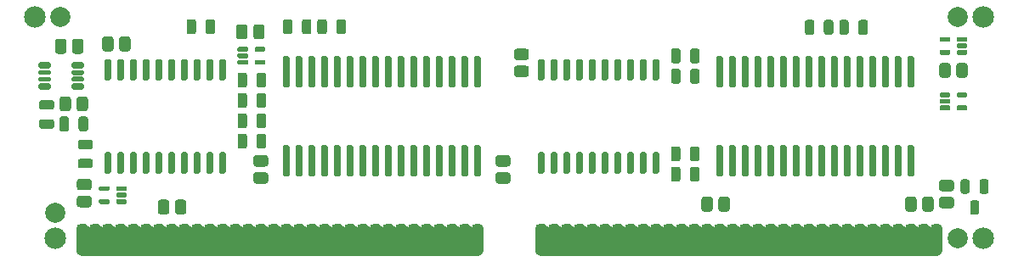
<source format=gts>
G04 #@! TF.GenerationSoftware,KiCad,Pcbnew,(5.1.10-1-10_14)*
G04 #@! TF.CreationDate,2021-07-01T19:13:49-04:00*
G04 #@! TF.ProjectId,MacIIfxRAMSIMM,4d616349-4966-4785-9241-4d53494d4d2e,rev?*
G04 #@! TF.SameCoordinates,Original*
G04 #@! TF.FileFunction,Soldermask,Top*
G04 #@! TF.FilePolarity,Negative*
%FSLAX46Y46*%
G04 Gerber Fmt 4.6, Leading zero omitted, Abs format (unit mm)*
G04 Created by KiCad (PCBNEW (5.1.10-1-10_14)) date 2021-07-01 19:13:49*
%MOMM*%
%LPD*%
G01*
G04 APERTURE LIST*
%ADD10C,0.175000*%
%ADD11C,2.150000*%
%ADD12C,2.000000*%
%ADD13C,0.100000*%
G04 APERTURE END LIST*
D10*
G36*
X163195000Y-127635000D02*
G01*
X123825000Y-127635000D01*
X123317000Y-125031500D01*
X163703000Y-125031500D01*
X163195000Y-127635000D01*
G37*
X163195000Y-127635000D02*
X123825000Y-127635000D01*
X123317000Y-125031500D01*
X163703000Y-125031500D01*
X163195000Y-127635000D01*
G36*
X117475000Y-127635000D02*
G01*
X78105000Y-127635000D01*
X77597000Y-125031500D01*
X117983000Y-125031500D01*
X117475000Y-127635000D01*
G37*
X117475000Y-127635000D02*
X78105000Y-127635000D01*
X77597000Y-125031500D01*
X117983000Y-125031500D01*
X117475000Y-127635000D01*
G36*
X163195000Y-127635000D02*
G01*
X123825000Y-127635000D01*
X123317000Y-125031500D01*
X163703000Y-125031500D01*
X163195000Y-127635000D01*
G37*
X163195000Y-127635000D02*
X123825000Y-127635000D01*
X123317000Y-125031500D01*
X163703000Y-125031500D01*
X163195000Y-127635000D01*
G36*
X117475000Y-127635000D02*
G01*
X78105000Y-127635000D01*
X77597000Y-125031500D01*
X117983000Y-125031500D01*
X117475000Y-127635000D01*
G37*
X117475000Y-127635000D02*
X78105000Y-127635000D01*
X77597000Y-125031500D01*
X117983000Y-125031500D01*
X117475000Y-127635000D01*
G36*
G01*
X77038700Y-108868150D02*
X77038700Y-108531850D01*
G75*
G02*
X77206850Y-108363700I168150J0D01*
G01*
X78093150Y-108363700D01*
G75*
G02*
X78261300Y-108531850I0J-168150D01*
G01*
X78261300Y-108868150D01*
G75*
G02*
X78093150Y-109036300I-168150J0D01*
G01*
X77206850Y-109036300D01*
G75*
G02*
X77038700Y-108868150I0J168150D01*
G01*
G37*
G36*
G01*
X77038700Y-109555650D02*
X77038700Y-109294350D01*
G75*
G02*
X77169350Y-109163700I130650J0D01*
G01*
X78130650Y-109163700D01*
G75*
G02*
X78261300Y-109294350I0J-130650D01*
G01*
X78261300Y-109555650D01*
G75*
G02*
X78130650Y-109686300I-130650J0D01*
G01*
X77169350Y-109686300D01*
G75*
G02*
X77038700Y-109555650I0J130650D01*
G01*
G37*
G36*
G01*
X77038700Y-110205650D02*
X77038700Y-109944350D01*
G75*
G02*
X77169350Y-109813700I130650J0D01*
G01*
X78130650Y-109813700D01*
G75*
G02*
X78261300Y-109944350I0J-130650D01*
G01*
X78261300Y-110205650D01*
G75*
G02*
X78130650Y-110336300I-130650J0D01*
G01*
X77169350Y-110336300D01*
G75*
G02*
X77038700Y-110205650I0J130650D01*
G01*
G37*
G36*
G01*
X77038700Y-110968150D02*
X77038700Y-110631850D01*
G75*
G02*
X77206850Y-110463700I168150J0D01*
G01*
X78093150Y-110463700D01*
G75*
G02*
X78261300Y-110631850I0J-168150D01*
G01*
X78261300Y-110968150D01*
G75*
G02*
X78093150Y-111136300I-168150J0D01*
G01*
X77206850Y-111136300D01*
G75*
G02*
X77038700Y-110968150I0J168150D01*
G01*
G37*
G36*
G01*
X73738700Y-110968150D02*
X73738700Y-110631850D01*
G75*
G02*
X73906850Y-110463700I168150J0D01*
G01*
X74793150Y-110463700D01*
G75*
G02*
X74961300Y-110631850I0J-168150D01*
G01*
X74961300Y-110968150D01*
G75*
G02*
X74793150Y-111136300I-168150J0D01*
G01*
X73906850Y-111136300D01*
G75*
G02*
X73738700Y-110968150I0J168150D01*
G01*
G37*
G36*
G01*
X73738700Y-110193150D02*
X73738700Y-109956850D01*
G75*
G02*
X73856850Y-109838700I118150J0D01*
G01*
X74843150Y-109838700D01*
G75*
G02*
X74961300Y-109956850I0J-118150D01*
G01*
X74961300Y-110193150D01*
G75*
G02*
X74843150Y-110311300I-118150J0D01*
G01*
X73856850Y-110311300D01*
G75*
G02*
X73738700Y-110193150I0J118150D01*
G01*
G37*
G36*
G01*
X73738700Y-109543150D02*
X73738700Y-109306850D01*
G75*
G02*
X73856850Y-109188700I118150J0D01*
G01*
X74843150Y-109188700D01*
G75*
G02*
X74961300Y-109306850I0J-118150D01*
G01*
X74961300Y-109543150D01*
G75*
G02*
X74843150Y-109661300I-118150J0D01*
G01*
X73856850Y-109661300D01*
G75*
G02*
X73738700Y-109543150I0J118150D01*
G01*
G37*
G36*
G01*
X73738700Y-108868150D02*
X73738700Y-108531850D01*
G75*
G02*
X73906850Y-108363700I168150J0D01*
G01*
X74793150Y-108363700D01*
G75*
G02*
X74961300Y-108531850I0J-168150D01*
G01*
X74961300Y-108868150D01*
G75*
G02*
X74793150Y-109036300I-168150J0D01*
G01*
X73906850Y-109036300D01*
G75*
G02*
X73738700Y-108868150I0J168150D01*
G01*
G37*
G36*
G01*
X95422500Y-119362000D02*
X96347500Y-119362000D01*
G75*
G02*
X96635000Y-119649500I0J-287500D01*
G01*
X96635000Y-120224500D01*
G75*
G02*
X96347500Y-120512000I-287500J0D01*
G01*
X95422500Y-120512000D01*
G75*
G02*
X95135000Y-120224500I0J287500D01*
G01*
X95135000Y-119649500D01*
G75*
G02*
X95422500Y-119362000I287500J0D01*
G01*
G37*
G36*
G01*
X95422500Y-117662000D02*
X96347500Y-117662000D01*
G75*
G02*
X96635000Y-117949500I0J-287500D01*
G01*
X96635000Y-118524500D01*
G75*
G02*
X96347500Y-118812000I-287500J0D01*
G01*
X95422500Y-118812000D01*
G75*
G02*
X95135000Y-118524500I0J287500D01*
G01*
X95135000Y-117949500D01*
G75*
G02*
X95422500Y-117662000I287500J0D01*
G01*
G37*
G36*
G01*
X141780000Y-110921000D02*
X141430000Y-110921000D01*
G75*
G02*
X141255000Y-110746000I0J175000D01*
G01*
X141255000Y-107948000D01*
G75*
G02*
X141430000Y-107773000I175000J0D01*
G01*
X141780000Y-107773000D01*
G75*
G02*
X141955000Y-107948000I0J-175000D01*
G01*
X141955000Y-110746000D01*
G75*
G02*
X141780000Y-110921000I-175000J0D01*
G01*
G37*
G36*
G01*
X143050000Y-110921000D02*
X142700000Y-110921000D01*
G75*
G02*
X142525000Y-110746000I0J175000D01*
G01*
X142525000Y-107948000D01*
G75*
G02*
X142700000Y-107773000I175000J0D01*
G01*
X143050000Y-107773000D01*
G75*
G02*
X143225000Y-107948000I0J-175000D01*
G01*
X143225000Y-110746000D01*
G75*
G02*
X143050000Y-110921000I-175000J0D01*
G01*
G37*
G36*
G01*
X144320000Y-110921000D02*
X143970000Y-110921000D01*
G75*
G02*
X143795000Y-110746000I0J175000D01*
G01*
X143795000Y-107948000D01*
G75*
G02*
X143970000Y-107773000I175000J0D01*
G01*
X144320000Y-107773000D01*
G75*
G02*
X144495000Y-107948000I0J-175000D01*
G01*
X144495000Y-110746000D01*
G75*
G02*
X144320000Y-110921000I-175000J0D01*
G01*
G37*
G36*
G01*
X145590000Y-110921000D02*
X145240000Y-110921000D01*
G75*
G02*
X145065000Y-110746000I0J175000D01*
G01*
X145065000Y-107948000D01*
G75*
G02*
X145240000Y-107773000I175000J0D01*
G01*
X145590000Y-107773000D01*
G75*
G02*
X145765000Y-107948000I0J-175000D01*
G01*
X145765000Y-110746000D01*
G75*
G02*
X145590000Y-110921000I-175000J0D01*
G01*
G37*
G36*
G01*
X156670000Y-107773000D02*
X157020000Y-107773000D01*
G75*
G02*
X157195000Y-107948000I0J-175000D01*
G01*
X157195000Y-110746000D01*
G75*
G02*
X157020000Y-110921000I-175000J0D01*
G01*
X156670000Y-110921000D01*
G75*
G02*
X156495000Y-110746000I0J175000D01*
G01*
X156495000Y-107948000D01*
G75*
G02*
X156670000Y-107773000I175000J0D01*
G01*
G37*
G36*
G01*
X157940000Y-107773000D02*
X158290000Y-107773000D01*
G75*
G02*
X158465000Y-107948000I0J-175000D01*
G01*
X158465000Y-110746000D01*
G75*
G02*
X158290000Y-110921000I-175000J0D01*
G01*
X157940000Y-110921000D01*
G75*
G02*
X157765000Y-110746000I0J175000D01*
G01*
X157765000Y-107948000D01*
G75*
G02*
X157940000Y-107773000I175000J0D01*
G01*
G37*
G36*
G01*
X159210000Y-107773000D02*
X159560000Y-107773000D01*
G75*
G02*
X159735000Y-107948000I0J-175000D01*
G01*
X159735000Y-110746000D01*
G75*
G02*
X159560000Y-110921000I-175000J0D01*
G01*
X159210000Y-110921000D01*
G75*
G02*
X159035000Y-110746000I0J175000D01*
G01*
X159035000Y-107948000D01*
G75*
G02*
X159210000Y-107773000I175000J0D01*
G01*
G37*
G36*
G01*
X160480000Y-107773000D02*
X160830000Y-107773000D01*
G75*
G02*
X161005000Y-107948000I0J-175000D01*
G01*
X161005000Y-110746000D01*
G75*
G02*
X160830000Y-110921000I-175000J0D01*
G01*
X160480000Y-110921000D01*
G75*
G02*
X160305000Y-110746000I0J175000D01*
G01*
X160305000Y-107948000D01*
G75*
G02*
X160480000Y-107773000I175000J0D01*
G01*
G37*
G36*
G01*
X160830000Y-119811000D02*
X160480000Y-119811000D01*
G75*
G02*
X160305000Y-119636000I0J175000D01*
G01*
X160305000Y-116838000D01*
G75*
G02*
X160480000Y-116663000I175000J0D01*
G01*
X160830000Y-116663000D01*
G75*
G02*
X161005000Y-116838000I0J-175000D01*
G01*
X161005000Y-119636000D01*
G75*
G02*
X160830000Y-119811000I-175000J0D01*
G01*
G37*
G36*
G01*
X159560000Y-119811000D02*
X159210000Y-119811000D01*
G75*
G02*
X159035000Y-119636000I0J175000D01*
G01*
X159035000Y-116838000D01*
G75*
G02*
X159210000Y-116663000I175000J0D01*
G01*
X159560000Y-116663000D01*
G75*
G02*
X159735000Y-116838000I0J-175000D01*
G01*
X159735000Y-119636000D01*
G75*
G02*
X159560000Y-119811000I-175000J0D01*
G01*
G37*
G36*
G01*
X149400000Y-119811000D02*
X149050000Y-119811000D01*
G75*
G02*
X148875000Y-119636000I0J175000D01*
G01*
X148875000Y-116838000D01*
G75*
G02*
X149050000Y-116663000I175000J0D01*
G01*
X149400000Y-116663000D01*
G75*
G02*
X149575000Y-116838000I0J-175000D01*
G01*
X149575000Y-119636000D01*
G75*
G02*
X149400000Y-119811000I-175000J0D01*
G01*
G37*
G36*
G01*
X149400000Y-110921000D02*
X149050000Y-110921000D01*
G75*
G02*
X148875000Y-110746000I0J175000D01*
G01*
X148875000Y-107948000D01*
G75*
G02*
X149050000Y-107773000I175000J0D01*
G01*
X149400000Y-107773000D01*
G75*
G02*
X149575000Y-107948000I0J-175000D01*
G01*
X149575000Y-110746000D01*
G75*
G02*
X149400000Y-110921000I-175000J0D01*
G01*
G37*
G36*
G01*
X150670000Y-110921000D02*
X150320000Y-110921000D01*
G75*
G02*
X150145000Y-110746000I0J175000D01*
G01*
X150145000Y-107948000D01*
G75*
G02*
X150320000Y-107773000I175000J0D01*
G01*
X150670000Y-107773000D01*
G75*
G02*
X150845000Y-107948000I0J-175000D01*
G01*
X150845000Y-110746000D01*
G75*
G02*
X150670000Y-110921000I-175000J0D01*
G01*
G37*
G36*
G01*
X151940000Y-110921000D02*
X151590000Y-110921000D01*
G75*
G02*
X151415000Y-110746000I0J175000D01*
G01*
X151415000Y-107948000D01*
G75*
G02*
X151590000Y-107773000I175000J0D01*
G01*
X151940000Y-107773000D01*
G75*
G02*
X152115000Y-107948000I0J-175000D01*
G01*
X152115000Y-110746000D01*
G75*
G02*
X151940000Y-110921000I-175000J0D01*
G01*
G37*
G36*
G01*
X153210000Y-110921000D02*
X152860000Y-110921000D01*
G75*
G02*
X152685000Y-110746000I0J175000D01*
G01*
X152685000Y-107948000D01*
G75*
G02*
X152860000Y-107773000I175000J0D01*
G01*
X153210000Y-107773000D01*
G75*
G02*
X153385000Y-107948000I0J-175000D01*
G01*
X153385000Y-110746000D01*
G75*
G02*
X153210000Y-110921000I-175000J0D01*
G01*
G37*
G36*
G01*
X154480000Y-110921000D02*
X154130000Y-110921000D01*
G75*
G02*
X153955000Y-110746000I0J175000D01*
G01*
X153955000Y-107948000D01*
G75*
G02*
X154130000Y-107773000I175000J0D01*
G01*
X154480000Y-107773000D01*
G75*
G02*
X154655000Y-107948000I0J-175000D01*
G01*
X154655000Y-110746000D01*
G75*
G02*
X154480000Y-110921000I-175000J0D01*
G01*
G37*
G36*
G01*
X157020000Y-119811000D02*
X156670000Y-119811000D01*
G75*
G02*
X156495000Y-119636000I0J175000D01*
G01*
X156495000Y-116838000D01*
G75*
G02*
X156670000Y-116663000I175000J0D01*
G01*
X157020000Y-116663000D01*
G75*
G02*
X157195000Y-116838000I0J-175000D01*
G01*
X157195000Y-119636000D01*
G75*
G02*
X157020000Y-119811000I-175000J0D01*
G01*
G37*
G36*
G01*
X155750000Y-119811000D02*
X155400000Y-119811000D01*
G75*
G02*
X155225000Y-119636000I0J175000D01*
G01*
X155225000Y-116838000D01*
G75*
G02*
X155400000Y-116663000I175000J0D01*
G01*
X155750000Y-116663000D01*
G75*
G02*
X155925000Y-116838000I0J-175000D01*
G01*
X155925000Y-119636000D01*
G75*
G02*
X155750000Y-119811000I-175000J0D01*
G01*
G37*
G36*
G01*
X154480000Y-119811000D02*
X154130000Y-119811000D01*
G75*
G02*
X153955000Y-119636000I0J175000D01*
G01*
X153955000Y-116838000D01*
G75*
G02*
X154130000Y-116663000I175000J0D01*
G01*
X154480000Y-116663000D01*
G75*
G02*
X154655000Y-116838000I0J-175000D01*
G01*
X154655000Y-119636000D01*
G75*
G02*
X154480000Y-119811000I-175000J0D01*
G01*
G37*
G36*
G01*
X153210000Y-119811000D02*
X152860000Y-119811000D01*
G75*
G02*
X152685000Y-119636000I0J175000D01*
G01*
X152685000Y-116838000D01*
G75*
G02*
X152860000Y-116663000I175000J0D01*
G01*
X153210000Y-116663000D01*
G75*
G02*
X153385000Y-116838000I0J-175000D01*
G01*
X153385000Y-119636000D01*
G75*
G02*
X153210000Y-119811000I-175000J0D01*
G01*
G37*
G36*
G01*
X151940000Y-119811000D02*
X151590000Y-119811000D01*
G75*
G02*
X151415000Y-119636000I0J175000D01*
G01*
X151415000Y-116838000D01*
G75*
G02*
X151590000Y-116663000I175000J0D01*
G01*
X151940000Y-116663000D01*
G75*
G02*
X152115000Y-116838000I0J-175000D01*
G01*
X152115000Y-119636000D01*
G75*
G02*
X151940000Y-119811000I-175000J0D01*
G01*
G37*
G36*
G01*
X146860000Y-119811000D02*
X146510000Y-119811000D01*
G75*
G02*
X146335000Y-119636000I0J175000D01*
G01*
X146335000Y-116838000D01*
G75*
G02*
X146510000Y-116663000I175000J0D01*
G01*
X146860000Y-116663000D01*
G75*
G02*
X147035000Y-116838000I0J-175000D01*
G01*
X147035000Y-119636000D01*
G75*
G02*
X146860000Y-119811000I-175000J0D01*
G01*
G37*
G36*
G01*
X145590000Y-119811000D02*
X145240000Y-119811000D01*
G75*
G02*
X145065000Y-119636000I0J175000D01*
G01*
X145065000Y-116838000D01*
G75*
G02*
X145240000Y-116663000I175000J0D01*
G01*
X145590000Y-116663000D01*
G75*
G02*
X145765000Y-116838000I0J-175000D01*
G01*
X145765000Y-119636000D01*
G75*
G02*
X145590000Y-119811000I-175000J0D01*
G01*
G37*
G36*
G01*
X144320000Y-119811000D02*
X143970000Y-119811000D01*
G75*
G02*
X143795000Y-119636000I0J175000D01*
G01*
X143795000Y-116838000D01*
G75*
G02*
X143970000Y-116663000I175000J0D01*
G01*
X144320000Y-116663000D01*
G75*
G02*
X144495000Y-116838000I0J-175000D01*
G01*
X144495000Y-119636000D01*
G75*
G02*
X144320000Y-119811000I-175000J0D01*
G01*
G37*
G36*
G01*
X143050000Y-119811000D02*
X142700000Y-119811000D01*
G75*
G02*
X142525000Y-119636000I0J175000D01*
G01*
X142525000Y-116838000D01*
G75*
G02*
X142700000Y-116663000I175000J0D01*
G01*
X143050000Y-116663000D01*
G75*
G02*
X143225000Y-116838000I0J-175000D01*
G01*
X143225000Y-119636000D01*
G75*
G02*
X143050000Y-119811000I-175000J0D01*
G01*
G37*
G36*
G01*
X141780000Y-119811000D02*
X141430000Y-119811000D01*
G75*
G02*
X141255000Y-119636000I0J175000D01*
G01*
X141255000Y-116838000D01*
G75*
G02*
X141430000Y-116663000I175000J0D01*
G01*
X141780000Y-116663000D01*
G75*
G02*
X141955000Y-116838000I0J-175000D01*
G01*
X141955000Y-119636000D01*
G75*
G02*
X141780000Y-119811000I-175000J0D01*
G01*
G37*
G36*
G01*
X155750000Y-110921000D02*
X155400000Y-110921000D01*
G75*
G02*
X155225000Y-110746000I0J175000D01*
G01*
X155225000Y-107948000D01*
G75*
G02*
X155400000Y-107773000I175000J0D01*
G01*
X155750000Y-107773000D01*
G75*
G02*
X155925000Y-107948000I0J-175000D01*
G01*
X155925000Y-110746000D01*
G75*
G02*
X155750000Y-110921000I-175000J0D01*
G01*
G37*
G36*
G01*
X148130000Y-119811000D02*
X147780000Y-119811000D01*
G75*
G02*
X147605000Y-119636000I0J175000D01*
G01*
X147605000Y-116838000D01*
G75*
G02*
X147780000Y-116663000I175000J0D01*
G01*
X148130000Y-116663000D01*
G75*
G02*
X148305000Y-116838000I0J-175000D01*
G01*
X148305000Y-119636000D01*
G75*
G02*
X148130000Y-119811000I-175000J0D01*
G01*
G37*
G36*
G01*
X150670000Y-119811000D02*
X150320000Y-119811000D01*
G75*
G02*
X150145000Y-119636000I0J175000D01*
G01*
X150145000Y-116838000D01*
G75*
G02*
X150320000Y-116663000I175000J0D01*
G01*
X150670000Y-116663000D01*
G75*
G02*
X150845000Y-116838000I0J-175000D01*
G01*
X150845000Y-119636000D01*
G75*
G02*
X150670000Y-119811000I-175000J0D01*
G01*
G37*
G36*
G01*
X158290000Y-119811000D02*
X157940000Y-119811000D01*
G75*
G02*
X157765000Y-119636000I0J175000D01*
G01*
X157765000Y-116838000D01*
G75*
G02*
X157940000Y-116663000I175000J0D01*
G01*
X158290000Y-116663000D01*
G75*
G02*
X158465000Y-116838000I0J-175000D01*
G01*
X158465000Y-119636000D01*
G75*
G02*
X158290000Y-119811000I-175000J0D01*
G01*
G37*
G36*
G01*
X148130000Y-110921000D02*
X147780000Y-110921000D01*
G75*
G02*
X147605000Y-110746000I0J175000D01*
G01*
X147605000Y-107948000D01*
G75*
G02*
X147780000Y-107773000I175000J0D01*
G01*
X148130000Y-107773000D01*
G75*
G02*
X148305000Y-107948000I0J-175000D01*
G01*
X148305000Y-110746000D01*
G75*
G02*
X148130000Y-110921000I-175000J0D01*
G01*
G37*
G36*
G01*
X146860000Y-110921000D02*
X146510000Y-110921000D01*
G75*
G02*
X146335000Y-110746000I0J175000D01*
G01*
X146335000Y-107948000D01*
G75*
G02*
X146510000Y-107773000I175000J0D01*
G01*
X146860000Y-107773000D01*
G75*
G02*
X147035000Y-107948000I0J-175000D01*
G01*
X147035000Y-110746000D01*
G75*
G02*
X146860000Y-110921000I-175000J0D01*
G01*
G37*
G36*
G01*
X98600000Y-110921000D02*
X98250000Y-110921000D01*
G75*
G02*
X98075000Y-110746000I0J175000D01*
G01*
X98075000Y-107948000D01*
G75*
G02*
X98250000Y-107773000I175000J0D01*
G01*
X98600000Y-107773000D01*
G75*
G02*
X98775000Y-107948000I0J-175000D01*
G01*
X98775000Y-110746000D01*
G75*
G02*
X98600000Y-110921000I-175000J0D01*
G01*
G37*
G36*
G01*
X99870000Y-110921000D02*
X99520000Y-110921000D01*
G75*
G02*
X99345000Y-110746000I0J175000D01*
G01*
X99345000Y-107948000D01*
G75*
G02*
X99520000Y-107773000I175000J0D01*
G01*
X99870000Y-107773000D01*
G75*
G02*
X100045000Y-107948000I0J-175000D01*
G01*
X100045000Y-110746000D01*
G75*
G02*
X99870000Y-110921000I-175000J0D01*
G01*
G37*
G36*
G01*
X101140000Y-110921000D02*
X100790000Y-110921000D01*
G75*
G02*
X100615000Y-110746000I0J175000D01*
G01*
X100615000Y-107948000D01*
G75*
G02*
X100790000Y-107773000I175000J0D01*
G01*
X101140000Y-107773000D01*
G75*
G02*
X101315000Y-107948000I0J-175000D01*
G01*
X101315000Y-110746000D01*
G75*
G02*
X101140000Y-110921000I-175000J0D01*
G01*
G37*
G36*
G01*
X102410000Y-110921000D02*
X102060000Y-110921000D01*
G75*
G02*
X101885000Y-110746000I0J175000D01*
G01*
X101885000Y-107948000D01*
G75*
G02*
X102060000Y-107773000I175000J0D01*
G01*
X102410000Y-107773000D01*
G75*
G02*
X102585000Y-107948000I0J-175000D01*
G01*
X102585000Y-110746000D01*
G75*
G02*
X102410000Y-110921000I-175000J0D01*
G01*
G37*
G36*
G01*
X113490000Y-107773000D02*
X113840000Y-107773000D01*
G75*
G02*
X114015000Y-107948000I0J-175000D01*
G01*
X114015000Y-110746000D01*
G75*
G02*
X113840000Y-110921000I-175000J0D01*
G01*
X113490000Y-110921000D01*
G75*
G02*
X113315000Y-110746000I0J175000D01*
G01*
X113315000Y-107948000D01*
G75*
G02*
X113490000Y-107773000I175000J0D01*
G01*
G37*
G36*
G01*
X114760000Y-107773000D02*
X115110000Y-107773000D01*
G75*
G02*
X115285000Y-107948000I0J-175000D01*
G01*
X115285000Y-110746000D01*
G75*
G02*
X115110000Y-110921000I-175000J0D01*
G01*
X114760000Y-110921000D01*
G75*
G02*
X114585000Y-110746000I0J175000D01*
G01*
X114585000Y-107948000D01*
G75*
G02*
X114760000Y-107773000I175000J0D01*
G01*
G37*
G36*
G01*
X116030000Y-107773000D02*
X116380000Y-107773000D01*
G75*
G02*
X116555000Y-107948000I0J-175000D01*
G01*
X116555000Y-110746000D01*
G75*
G02*
X116380000Y-110921000I-175000J0D01*
G01*
X116030000Y-110921000D01*
G75*
G02*
X115855000Y-110746000I0J175000D01*
G01*
X115855000Y-107948000D01*
G75*
G02*
X116030000Y-107773000I175000J0D01*
G01*
G37*
G36*
G01*
X117300000Y-107773000D02*
X117650000Y-107773000D01*
G75*
G02*
X117825000Y-107948000I0J-175000D01*
G01*
X117825000Y-110746000D01*
G75*
G02*
X117650000Y-110921000I-175000J0D01*
G01*
X117300000Y-110921000D01*
G75*
G02*
X117125000Y-110746000I0J175000D01*
G01*
X117125000Y-107948000D01*
G75*
G02*
X117300000Y-107773000I175000J0D01*
G01*
G37*
G36*
G01*
X117650000Y-119811000D02*
X117300000Y-119811000D01*
G75*
G02*
X117125000Y-119636000I0J175000D01*
G01*
X117125000Y-116838000D01*
G75*
G02*
X117300000Y-116663000I175000J0D01*
G01*
X117650000Y-116663000D01*
G75*
G02*
X117825000Y-116838000I0J-175000D01*
G01*
X117825000Y-119636000D01*
G75*
G02*
X117650000Y-119811000I-175000J0D01*
G01*
G37*
G36*
G01*
X116380000Y-119811000D02*
X116030000Y-119811000D01*
G75*
G02*
X115855000Y-119636000I0J175000D01*
G01*
X115855000Y-116838000D01*
G75*
G02*
X116030000Y-116663000I175000J0D01*
G01*
X116380000Y-116663000D01*
G75*
G02*
X116555000Y-116838000I0J-175000D01*
G01*
X116555000Y-119636000D01*
G75*
G02*
X116380000Y-119811000I-175000J0D01*
G01*
G37*
G36*
G01*
X106220000Y-119811000D02*
X105870000Y-119811000D01*
G75*
G02*
X105695000Y-119636000I0J175000D01*
G01*
X105695000Y-116838000D01*
G75*
G02*
X105870000Y-116663000I175000J0D01*
G01*
X106220000Y-116663000D01*
G75*
G02*
X106395000Y-116838000I0J-175000D01*
G01*
X106395000Y-119636000D01*
G75*
G02*
X106220000Y-119811000I-175000J0D01*
G01*
G37*
G36*
G01*
X106220000Y-110921000D02*
X105870000Y-110921000D01*
G75*
G02*
X105695000Y-110746000I0J175000D01*
G01*
X105695000Y-107948000D01*
G75*
G02*
X105870000Y-107773000I175000J0D01*
G01*
X106220000Y-107773000D01*
G75*
G02*
X106395000Y-107948000I0J-175000D01*
G01*
X106395000Y-110746000D01*
G75*
G02*
X106220000Y-110921000I-175000J0D01*
G01*
G37*
G36*
G01*
X107490000Y-110921000D02*
X107140000Y-110921000D01*
G75*
G02*
X106965000Y-110746000I0J175000D01*
G01*
X106965000Y-107948000D01*
G75*
G02*
X107140000Y-107773000I175000J0D01*
G01*
X107490000Y-107773000D01*
G75*
G02*
X107665000Y-107948000I0J-175000D01*
G01*
X107665000Y-110746000D01*
G75*
G02*
X107490000Y-110921000I-175000J0D01*
G01*
G37*
G36*
G01*
X108760000Y-110921000D02*
X108410000Y-110921000D01*
G75*
G02*
X108235000Y-110746000I0J175000D01*
G01*
X108235000Y-107948000D01*
G75*
G02*
X108410000Y-107773000I175000J0D01*
G01*
X108760000Y-107773000D01*
G75*
G02*
X108935000Y-107948000I0J-175000D01*
G01*
X108935000Y-110746000D01*
G75*
G02*
X108760000Y-110921000I-175000J0D01*
G01*
G37*
G36*
G01*
X110030000Y-110921000D02*
X109680000Y-110921000D01*
G75*
G02*
X109505000Y-110746000I0J175000D01*
G01*
X109505000Y-107948000D01*
G75*
G02*
X109680000Y-107773000I175000J0D01*
G01*
X110030000Y-107773000D01*
G75*
G02*
X110205000Y-107948000I0J-175000D01*
G01*
X110205000Y-110746000D01*
G75*
G02*
X110030000Y-110921000I-175000J0D01*
G01*
G37*
G36*
G01*
X111300000Y-110921000D02*
X110950000Y-110921000D01*
G75*
G02*
X110775000Y-110746000I0J175000D01*
G01*
X110775000Y-107948000D01*
G75*
G02*
X110950000Y-107773000I175000J0D01*
G01*
X111300000Y-107773000D01*
G75*
G02*
X111475000Y-107948000I0J-175000D01*
G01*
X111475000Y-110746000D01*
G75*
G02*
X111300000Y-110921000I-175000J0D01*
G01*
G37*
G36*
G01*
X113840000Y-119811000D02*
X113490000Y-119811000D01*
G75*
G02*
X113315000Y-119636000I0J175000D01*
G01*
X113315000Y-116838000D01*
G75*
G02*
X113490000Y-116663000I175000J0D01*
G01*
X113840000Y-116663000D01*
G75*
G02*
X114015000Y-116838000I0J-175000D01*
G01*
X114015000Y-119636000D01*
G75*
G02*
X113840000Y-119811000I-175000J0D01*
G01*
G37*
G36*
G01*
X112570000Y-119811000D02*
X112220000Y-119811000D01*
G75*
G02*
X112045000Y-119636000I0J175000D01*
G01*
X112045000Y-116838000D01*
G75*
G02*
X112220000Y-116663000I175000J0D01*
G01*
X112570000Y-116663000D01*
G75*
G02*
X112745000Y-116838000I0J-175000D01*
G01*
X112745000Y-119636000D01*
G75*
G02*
X112570000Y-119811000I-175000J0D01*
G01*
G37*
G36*
G01*
X111300000Y-119811000D02*
X110950000Y-119811000D01*
G75*
G02*
X110775000Y-119636000I0J175000D01*
G01*
X110775000Y-116838000D01*
G75*
G02*
X110950000Y-116663000I175000J0D01*
G01*
X111300000Y-116663000D01*
G75*
G02*
X111475000Y-116838000I0J-175000D01*
G01*
X111475000Y-119636000D01*
G75*
G02*
X111300000Y-119811000I-175000J0D01*
G01*
G37*
G36*
G01*
X110030000Y-119811000D02*
X109680000Y-119811000D01*
G75*
G02*
X109505000Y-119636000I0J175000D01*
G01*
X109505000Y-116838000D01*
G75*
G02*
X109680000Y-116663000I175000J0D01*
G01*
X110030000Y-116663000D01*
G75*
G02*
X110205000Y-116838000I0J-175000D01*
G01*
X110205000Y-119636000D01*
G75*
G02*
X110030000Y-119811000I-175000J0D01*
G01*
G37*
G36*
G01*
X108760000Y-119811000D02*
X108410000Y-119811000D01*
G75*
G02*
X108235000Y-119636000I0J175000D01*
G01*
X108235000Y-116838000D01*
G75*
G02*
X108410000Y-116663000I175000J0D01*
G01*
X108760000Y-116663000D01*
G75*
G02*
X108935000Y-116838000I0J-175000D01*
G01*
X108935000Y-119636000D01*
G75*
G02*
X108760000Y-119811000I-175000J0D01*
G01*
G37*
G36*
G01*
X103680000Y-119811000D02*
X103330000Y-119811000D01*
G75*
G02*
X103155000Y-119636000I0J175000D01*
G01*
X103155000Y-116838000D01*
G75*
G02*
X103330000Y-116663000I175000J0D01*
G01*
X103680000Y-116663000D01*
G75*
G02*
X103855000Y-116838000I0J-175000D01*
G01*
X103855000Y-119636000D01*
G75*
G02*
X103680000Y-119811000I-175000J0D01*
G01*
G37*
G36*
G01*
X102410000Y-119811000D02*
X102060000Y-119811000D01*
G75*
G02*
X101885000Y-119636000I0J175000D01*
G01*
X101885000Y-116838000D01*
G75*
G02*
X102060000Y-116663000I175000J0D01*
G01*
X102410000Y-116663000D01*
G75*
G02*
X102585000Y-116838000I0J-175000D01*
G01*
X102585000Y-119636000D01*
G75*
G02*
X102410000Y-119811000I-175000J0D01*
G01*
G37*
G36*
G01*
X101140000Y-119811000D02*
X100790000Y-119811000D01*
G75*
G02*
X100615000Y-119636000I0J175000D01*
G01*
X100615000Y-116838000D01*
G75*
G02*
X100790000Y-116663000I175000J0D01*
G01*
X101140000Y-116663000D01*
G75*
G02*
X101315000Y-116838000I0J-175000D01*
G01*
X101315000Y-119636000D01*
G75*
G02*
X101140000Y-119811000I-175000J0D01*
G01*
G37*
G36*
G01*
X99870000Y-119811000D02*
X99520000Y-119811000D01*
G75*
G02*
X99345000Y-119636000I0J175000D01*
G01*
X99345000Y-116838000D01*
G75*
G02*
X99520000Y-116663000I175000J0D01*
G01*
X99870000Y-116663000D01*
G75*
G02*
X100045000Y-116838000I0J-175000D01*
G01*
X100045000Y-119636000D01*
G75*
G02*
X99870000Y-119811000I-175000J0D01*
G01*
G37*
G36*
G01*
X98600000Y-119811000D02*
X98250000Y-119811000D01*
G75*
G02*
X98075000Y-119636000I0J175000D01*
G01*
X98075000Y-116838000D01*
G75*
G02*
X98250000Y-116663000I175000J0D01*
G01*
X98600000Y-116663000D01*
G75*
G02*
X98775000Y-116838000I0J-175000D01*
G01*
X98775000Y-119636000D01*
G75*
G02*
X98600000Y-119811000I-175000J0D01*
G01*
G37*
G36*
G01*
X112570000Y-110921000D02*
X112220000Y-110921000D01*
G75*
G02*
X112045000Y-110746000I0J175000D01*
G01*
X112045000Y-107948000D01*
G75*
G02*
X112220000Y-107773000I175000J0D01*
G01*
X112570000Y-107773000D01*
G75*
G02*
X112745000Y-107948000I0J-175000D01*
G01*
X112745000Y-110746000D01*
G75*
G02*
X112570000Y-110921000I-175000J0D01*
G01*
G37*
G36*
G01*
X104950000Y-119811000D02*
X104600000Y-119811000D01*
G75*
G02*
X104425000Y-119636000I0J175000D01*
G01*
X104425000Y-116838000D01*
G75*
G02*
X104600000Y-116663000I175000J0D01*
G01*
X104950000Y-116663000D01*
G75*
G02*
X105125000Y-116838000I0J-175000D01*
G01*
X105125000Y-119636000D01*
G75*
G02*
X104950000Y-119811000I-175000J0D01*
G01*
G37*
G36*
G01*
X107490000Y-119811000D02*
X107140000Y-119811000D01*
G75*
G02*
X106965000Y-119636000I0J175000D01*
G01*
X106965000Y-116838000D01*
G75*
G02*
X107140000Y-116663000I175000J0D01*
G01*
X107490000Y-116663000D01*
G75*
G02*
X107665000Y-116838000I0J-175000D01*
G01*
X107665000Y-119636000D01*
G75*
G02*
X107490000Y-119811000I-175000J0D01*
G01*
G37*
G36*
G01*
X115110000Y-119811000D02*
X114760000Y-119811000D01*
G75*
G02*
X114585000Y-119636000I0J175000D01*
G01*
X114585000Y-116838000D01*
G75*
G02*
X114760000Y-116663000I175000J0D01*
G01*
X115110000Y-116663000D01*
G75*
G02*
X115285000Y-116838000I0J-175000D01*
G01*
X115285000Y-119636000D01*
G75*
G02*
X115110000Y-119811000I-175000J0D01*
G01*
G37*
G36*
G01*
X104950000Y-110921000D02*
X104600000Y-110921000D01*
G75*
G02*
X104425000Y-110746000I0J175000D01*
G01*
X104425000Y-107948000D01*
G75*
G02*
X104600000Y-107773000I175000J0D01*
G01*
X104950000Y-107773000D01*
G75*
G02*
X105125000Y-107948000I0J-175000D01*
G01*
X105125000Y-110746000D01*
G75*
G02*
X104950000Y-110921000I-175000J0D01*
G01*
G37*
G36*
G01*
X103680000Y-110921000D02*
X103330000Y-110921000D01*
G75*
G02*
X103155000Y-110746000I0J175000D01*
G01*
X103155000Y-107948000D01*
G75*
G02*
X103330000Y-107773000I175000J0D01*
G01*
X103680000Y-107773000D01*
G75*
G02*
X103855000Y-107948000I0J-175000D01*
G01*
X103855000Y-110746000D01*
G75*
G02*
X103680000Y-110921000I-175000J0D01*
G01*
G37*
G36*
G01*
X155415000Y-105414500D02*
X155415000Y-104389500D01*
G75*
G02*
X155652500Y-104152000I237500J0D01*
G01*
X156127500Y-104152000D01*
G75*
G02*
X156365000Y-104389500I0J-237500D01*
G01*
X156365000Y-105414500D01*
G75*
G02*
X156127500Y-105652000I-237500J0D01*
G01*
X155652500Y-105652000D01*
G75*
G02*
X155415000Y-105414500I0J237500D01*
G01*
G37*
G36*
G01*
X153515000Y-105414500D02*
X153515000Y-104389500D01*
G75*
G02*
X153752500Y-104152000I237500J0D01*
G01*
X154227500Y-104152000D01*
G75*
G02*
X154465000Y-104389500I0J-237500D01*
G01*
X154465000Y-105414500D01*
G75*
G02*
X154227500Y-105652000I-237500J0D01*
G01*
X153752500Y-105652000D01*
G75*
G02*
X153515000Y-105414500I0J237500D01*
G01*
G37*
G36*
G01*
X91341000Y-104326000D02*
X91341000Y-105351000D01*
G75*
G02*
X91103500Y-105588500I-237500J0D01*
G01*
X90628500Y-105588500D01*
G75*
G02*
X90391000Y-105351000I0J237500D01*
G01*
X90391000Y-104326000D01*
G75*
G02*
X90628500Y-104088500I237500J0D01*
G01*
X91103500Y-104088500D01*
G75*
G02*
X91341000Y-104326000I0J-237500D01*
G01*
G37*
G36*
G01*
X89441000Y-104326000D02*
X89441000Y-105351000D01*
G75*
G02*
X89203500Y-105588500I-237500J0D01*
G01*
X88728500Y-105588500D01*
G75*
G02*
X88491000Y-105351000I0J237500D01*
G01*
X88491000Y-104326000D01*
G75*
G02*
X88728500Y-104088500I237500J0D01*
G01*
X89203500Y-104088500D01*
G75*
G02*
X89441000Y-104326000I0J-237500D01*
G01*
G37*
G36*
G01*
X96275000Y-104887500D02*
X96275000Y-105812500D01*
G75*
G02*
X95987500Y-106100000I-287500J0D01*
G01*
X95412500Y-106100000D01*
G75*
G02*
X95125000Y-105812500I0J287500D01*
G01*
X95125000Y-104887500D01*
G75*
G02*
X95412500Y-104600000I287500J0D01*
G01*
X95987500Y-104600000D01*
G75*
G02*
X96275000Y-104887500I0J-287500D01*
G01*
G37*
G36*
G01*
X94575000Y-104887500D02*
X94575000Y-105812500D01*
G75*
G02*
X94287500Y-106100000I-287500J0D01*
G01*
X93712500Y-106100000D01*
G75*
G02*
X93425000Y-105812500I0J287500D01*
G01*
X93425000Y-104887500D01*
G75*
G02*
X93712500Y-104600000I287500J0D01*
G01*
X94287500Y-104600000D01*
G75*
G02*
X94575000Y-104887500I0J-287500D01*
G01*
G37*
G36*
G01*
X99979500Y-105351000D02*
X99979500Y-104326000D01*
G75*
G02*
X100217000Y-104088500I237500J0D01*
G01*
X100692000Y-104088500D01*
G75*
G02*
X100929500Y-104326000I0J-237500D01*
G01*
X100929500Y-105351000D01*
G75*
G02*
X100692000Y-105588500I-237500J0D01*
G01*
X100217000Y-105588500D01*
G75*
G02*
X99979500Y-105351000I0J237500D01*
G01*
G37*
G36*
G01*
X98079500Y-105351000D02*
X98079500Y-104326000D01*
G75*
G02*
X98317000Y-104088500I237500J0D01*
G01*
X98792000Y-104088500D01*
G75*
G02*
X99029500Y-104326000I0J-237500D01*
G01*
X99029500Y-105351000D01*
G75*
G02*
X98792000Y-105588500I-237500J0D01*
G01*
X98317000Y-105588500D01*
G75*
G02*
X98079500Y-105351000I0J237500D01*
G01*
G37*
G36*
G01*
X104358500Y-104326000D02*
X104358500Y-105351000D01*
G75*
G02*
X104121000Y-105588500I-237500J0D01*
G01*
X103646000Y-105588500D01*
G75*
G02*
X103408500Y-105351000I0J237500D01*
G01*
X103408500Y-104326000D01*
G75*
G02*
X103646000Y-104088500I237500J0D01*
G01*
X104121000Y-104088500D01*
G75*
G02*
X104358500Y-104326000I0J-237500D01*
G01*
G37*
G36*
G01*
X102458500Y-104326000D02*
X102458500Y-105351000D01*
G75*
G02*
X102221000Y-105588500I-237500J0D01*
G01*
X101746000Y-105588500D01*
G75*
G02*
X101508500Y-105351000I0J237500D01*
G01*
X101508500Y-104326000D01*
G75*
G02*
X101746000Y-104088500I237500J0D01*
G01*
X102221000Y-104088500D01*
G75*
G02*
X102458500Y-104326000I0J-237500D01*
G01*
G37*
G36*
G01*
X150086000Y-105414500D02*
X150086000Y-104389500D01*
G75*
G02*
X150323500Y-104152000I237500J0D01*
G01*
X150798500Y-104152000D01*
G75*
G02*
X151036000Y-104389500I0J-237500D01*
G01*
X151036000Y-105414500D01*
G75*
G02*
X150798500Y-105652000I-237500J0D01*
G01*
X150323500Y-105652000D01*
G75*
G02*
X150086000Y-105414500I0J237500D01*
G01*
G37*
G36*
G01*
X151986000Y-105414500D02*
X151986000Y-104389500D01*
G75*
G02*
X152223500Y-104152000I237500J0D01*
G01*
X152698500Y-104152000D01*
G75*
G02*
X152936000Y-104389500I0J-237500D01*
G01*
X152936000Y-105414500D01*
G75*
G02*
X152698500Y-105652000I-237500J0D01*
G01*
X152223500Y-105652000D01*
G75*
G02*
X151986000Y-105414500I0J237500D01*
G01*
G37*
G36*
G01*
X93560000Y-108520000D02*
X93560000Y-108280000D01*
G75*
G02*
X93680000Y-108160000I120000J0D01*
G01*
X94520000Y-108160000D01*
G75*
G02*
X94640000Y-108280000I0J-120000D01*
G01*
X94640000Y-108520000D01*
G75*
G02*
X94520000Y-108640000I-120000J0D01*
G01*
X93680000Y-108640000D01*
G75*
G02*
X93560000Y-108520000I0J120000D01*
G01*
G37*
G36*
G01*
X93560000Y-107220000D02*
X93560000Y-106980000D01*
G75*
G02*
X93680000Y-106860000I120000J0D01*
G01*
X94520000Y-106860000D01*
G75*
G02*
X94640000Y-106980000I0J-120000D01*
G01*
X94640000Y-107220000D01*
G75*
G02*
X94520000Y-107340000I-120000J0D01*
G01*
X93680000Y-107340000D01*
G75*
G02*
X93560000Y-107220000I0J120000D01*
G01*
G37*
G36*
G01*
X93560000Y-107870000D02*
X93560000Y-107630000D01*
G75*
G02*
X93680000Y-107510000I120000J0D01*
G01*
X94520000Y-107510000D01*
G75*
G02*
X94640000Y-107630000I0J-120000D01*
G01*
X94640000Y-107870000D01*
G75*
G02*
X94520000Y-107990000I-120000J0D01*
G01*
X93680000Y-107990000D01*
G75*
G02*
X93560000Y-107870000I0J120000D01*
G01*
G37*
G36*
G01*
X95260000Y-108520000D02*
X95260000Y-108280000D01*
G75*
G02*
X95380000Y-108160000I120000J0D01*
G01*
X96220000Y-108160000D01*
G75*
G02*
X96340000Y-108280000I0J-120000D01*
G01*
X96340000Y-108520000D01*
G75*
G02*
X96220000Y-108640000I-120000J0D01*
G01*
X95380000Y-108640000D01*
G75*
G02*
X95260000Y-108520000I0J120000D01*
G01*
G37*
G36*
G01*
X95260000Y-107220000D02*
X95260000Y-106980000D01*
G75*
G02*
X95380000Y-106860000I120000J0D01*
G01*
X96220000Y-106860000D01*
G75*
G02*
X96340000Y-106980000I0J-120000D01*
G01*
X96340000Y-107220000D01*
G75*
G02*
X96220000Y-107340000I-120000J0D01*
G01*
X95380000Y-107340000D01*
G75*
G02*
X95260000Y-107220000I0J120000D01*
G01*
G37*
D11*
X73406000Y-103886000D03*
G36*
G01*
X78912500Y-118975000D02*
X77887500Y-118975000D01*
G75*
G02*
X77650000Y-118737500I0J237500D01*
G01*
X77650000Y-118262500D01*
G75*
G02*
X77887500Y-118025000I237500J0D01*
G01*
X78912500Y-118025000D01*
G75*
G02*
X79150000Y-118262500I0J-237500D01*
G01*
X79150000Y-118737500D01*
G75*
G02*
X78912500Y-118975000I-237500J0D01*
G01*
G37*
G36*
G01*
X78912500Y-117075000D02*
X77887500Y-117075000D01*
G75*
G02*
X77650000Y-116837500I0J237500D01*
G01*
X77650000Y-116362500D01*
G75*
G02*
X77887500Y-116125000I237500J0D01*
G01*
X78912500Y-116125000D01*
G75*
G02*
X79150000Y-116362500I0J-237500D01*
G01*
X79150000Y-116837500D01*
G75*
G02*
X78912500Y-117075000I-237500J0D01*
G01*
G37*
G36*
G01*
X74037500Y-114075000D02*
X75062500Y-114075000D01*
G75*
G02*
X75300000Y-114312500I0J-237500D01*
G01*
X75300000Y-114787500D01*
G75*
G02*
X75062500Y-115025000I-237500J0D01*
G01*
X74037500Y-115025000D01*
G75*
G02*
X73800000Y-114787500I0J237500D01*
G01*
X73800000Y-114312500D01*
G75*
G02*
X74037500Y-114075000I237500J0D01*
G01*
G37*
G36*
G01*
X74037500Y-112175000D02*
X75062500Y-112175000D01*
G75*
G02*
X75300000Y-112412500I0J-237500D01*
G01*
X75300000Y-112887500D01*
G75*
G02*
X75062500Y-113125000I-237500J0D01*
G01*
X74037500Y-113125000D01*
G75*
G02*
X73800000Y-112887500I0J237500D01*
G01*
X73800000Y-112412500D01*
G75*
G02*
X74037500Y-112175000I237500J0D01*
G01*
G37*
G36*
G01*
X163737500Y-120125000D02*
X164662500Y-120125000D01*
G75*
G02*
X164950000Y-120412500I0J-287500D01*
G01*
X164950000Y-120987500D01*
G75*
G02*
X164662500Y-121275000I-287500J0D01*
G01*
X163737500Y-121275000D01*
G75*
G02*
X163450000Y-120987500I0J287500D01*
G01*
X163450000Y-120412500D01*
G75*
G02*
X163737500Y-120125000I287500J0D01*
G01*
G37*
G36*
G01*
X163737500Y-121825000D02*
X164662500Y-121825000D01*
G75*
G02*
X164950000Y-122112500I0J-287500D01*
G01*
X164950000Y-122687500D01*
G75*
G02*
X164662500Y-122975000I-287500J0D01*
G01*
X163737500Y-122975000D01*
G75*
G02*
X163450000Y-122687500I0J287500D01*
G01*
X163450000Y-122112500D01*
G75*
G02*
X163737500Y-121825000I287500J0D01*
G01*
G37*
G36*
G01*
X85625000Y-123312500D02*
X85625000Y-122387500D01*
G75*
G02*
X85912500Y-122100000I287500J0D01*
G01*
X86487500Y-122100000D01*
G75*
G02*
X86775000Y-122387500I0J-287500D01*
G01*
X86775000Y-123312500D01*
G75*
G02*
X86487500Y-123600000I-287500J0D01*
G01*
X85912500Y-123600000D01*
G75*
G02*
X85625000Y-123312500I0J287500D01*
G01*
G37*
G36*
G01*
X87325000Y-123312500D02*
X87325000Y-122387500D01*
G75*
G02*
X87612500Y-122100000I287500J0D01*
G01*
X88187500Y-122100000D01*
G75*
G02*
X88475000Y-122387500I0J-287500D01*
G01*
X88475000Y-123312500D01*
G75*
G02*
X88187500Y-123600000I-287500J0D01*
G01*
X87612500Y-123600000D01*
G75*
G02*
X87325000Y-123312500I0J287500D01*
G01*
G37*
G36*
G01*
X167725000Y-120075000D02*
X168175000Y-120075000D01*
G75*
G02*
X168400000Y-120300000I0J-225000D01*
G01*
X168400000Y-121300000D01*
G75*
G02*
X168175000Y-121525000I-225000J0D01*
G01*
X167725000Y-121525000D01*
G75*
G02*
X167500000Y-121300000I0J225000D01*
G01*
X167500000Y-120300000D01*
G75*
G02*
X167725000Y-120075000I225000J0D01*
G01*
G37*
G36*
G01*
X165825000Y-120075000D02*
X166275000Y-120075000D01*
G75*
G02*
X166500000Y-120300000I0J-225000D01*
G01*
X166500000Y-121300000D01*
G75*
G02*
X166275000Y-121525000I-225000J0D01*
G01*
X165825000Y-121525000D01*
G75*
G02*
X165600000Y-121300000I0J225000D01*
G01*
X165600000Y-120300000D01*
G75*
G02*
X165825000Y-120075000I225000J0D01*
G01*
G37*
G36*
G01*
X166775000Y-122175000D02*
X167225000Y-122175000D01*
G75*
G02*
X167450000Y-122400000I0J-225000D01*
G01*
X167450000Y-123400000D01*
G75*
G02*
X167225000Y-123625000I-225000J0D01*
G01*
X166775000Y-123625000D01*
G75*
G02*
X166550000Y-123400000I0J225000D01*
G01*
X166550000Y-122400000D01*
G75*
G02*
X166775000Y-122175000I225000J0D01*
G01*
G37*
G36*
G01*
X124000000Y-110217000D02*
X123650000Y-110217000D01*
G75*
G02*
X123475000Y-110042000I0J175000D01*
G01*
X123475000Y-108242000D01*
G75*
G02*
X123650000Y-108067000I175000J0D01*
G01*
X124000000Y-108067000D01*
G75*
G02*
X124175000Y-108242000I0J-175000D01*
G01*
X124175000Y-110042000D01*
G75*
G02*
X124000000Y-110217000I-175000J0D01*
G01*
G37*
G36*
G01*
X125270000Y-110217000D02*
X124920000Y-110217000D01*
G75*
G02*
X124745000Y-110042000I0J175000D01*
G01*
X124745000Y-108242000D01*
G75*
G02*
X124920000Y-108067000I175000J0D01*
G01*
X125270000Y-108067000D01*
G75*
G02*
X125445000Y-108242000I0J-175000D01*
G01*
X125445000Y-110042000D01*
G75*
G02*
X125270000Y-110217000I-175000J0D01*
G01*
G37*
G36*
G01*
X126540000Y-110217000D02*
X126190000Y-110217000D01*
G75*
G02*
X126015000Y-110042000I0J175000D01*
G01*
X126015000Y-108242000D01*
G75*
G02*
X126190000Y-108067000I175000J0D01*
G01*
X126540000Y-108067000D01*
G75*
G02*
X126715000Y-108242000I0J-175000D01*
G01*
X126715000Y-110042000D01*
G75*
G02*
X126540000Y-110217000I-175000J0D01*
G01*
G37*
G36*
G01*
X127810000Y-110217000D02*
X127460000Y-110217000D01*
G75*
G02*
X127285000Y-110042000I0J175000D01*
G01*
X127285000Y-108242000D01*
G75*
G02*
X127460000Y-108067000I175000J0D01*
G01*
X127810000Y-108067000D01*
G75*
G02*
X127985000Y-108242000I0J-175000D01*
G01*
X127985000Y-110042000D01*
G75*
G02*
X127810000Y-110217000I-175000J0D01*
G01*
G37*
G36*
G01*
X129080000Y-110217000D02*
X128730000Y-110217000D01*
G75*
G02*
X128555000Y-110042000I0J175000D01*
G01*
X128555000Y-108242000D01*
G75*
G02*
X128730000Y-108067000I175000J0D01*
G01*
X129080000Y-108067000D01*
G75*
G02*
X129255000Y-108242000I0J-175000D01*
G01*
X129255000Y-110042000D01*
G75*
G02*
X129080000Y-110217000I-175000J0D01*
G01*
G37*
G36*
G01*
X130350000Y-110217000D02*
X130000000Y-110217000D01*
G75*
G02*
X129825000Y-110042000I0J175000D01*
G01*
X129825000Y-108242000D01*
G75*
G02*
X130000000Y-108067000I175000J0D01*
G01*
X130350000Y-108067000D01*
G75*
G02*
X130525000Y-108242000I0J-175000D01*
G01*
X130525000Y-110042000D01*
G75*
G02*
X130350000Y-110217000I-175000J0D01*
G01*
G37*
G36*
G01*
X131620000Y-110217000D02*
X131270000Y-110217000D01*
G75*
G02*
X131095000Y-110042000I0J175000D01*
G01*
X131095000Y-108242000D01*
G75*
G02*
X131270000Y-108067000I175000J0D01*
G01*
X131620000Y-108067000D01*
G75*
G02*
X131795000Y-108242000I0J-175000D01*
G01*
X131795000Y-110042000D01*
G75*
G02*
X131620000Y-110217000I-175000J0D01*
G01*
G37*
G36*
G01*
X132890000Y-110217000D02*
X132540000Y-110217000D01*
G75*
G02*
X132365000Y-110042000I0J175000D01*
G01*
X132365000Y-108242000D01*
G75*
G02*
X132540000Y-108067000I175000J0D01*
G01*
X132890000Y-108067000D01*
G75*
G02*
X133065000Y-108242000I0J-175000D01*
G01*
X133065000Y-110042000D01*
G75*
G02*
X132890000Y-110217000I-175000J0D01*
G01*
G37*
G36*
G01*
X134160000Y-110217000D02*
X133810000Y-110217000D01*
G75*
G02*
X133635000Y-110042000I0J175000D01*
G01*
X133635000Y-108242000D01*
G75*
G02*
X133810000Y-108067000I175000J0D01*
G01*
X134160000Y-108067000D01*
G75*
G02*
X134335000Y-108242000I0J-175000D01*
G01*
X134335000Y-110042000D01*
G75*
G02*
X134160000Y-110217000I-175000J0D01*
G01*
G37*
G36*
G01*
X135430000Y-110217000D02*
X135080000Y-110217000D01*
G75*
G02*
X134905000Y-110042000I0J175000D01*
G01*
X134905000Y-108242000D01*
G75*
G02*
X135080000Y-108067000I175000J0D01*
G01*
X135430000Y-108067000D01*
G75*
G02*
X135605000Y-108242000I0J-175000D01*
G01*
X135605000Y-110042000D01*
G75*
G02*
X135430000Y-110217000I-175000J0D01*
G01*
G37*
G36*
G01*
X135430000Y-119517000D02*
X135080000Y-119517000D01*
G75*
G02*
X134905000Y-119342000I0J175000D01*
G01*
X134905000Y-117542000D01*
G75*
G02*
X135080000Y-117367000I175000J0D01*
G01*
X135430000Y-117367000D01*
G75*
G02*
X135605000Y-117542000I0J-175000D01*
G01*
X135605000Y-119342000D01*
G75*
G02*
X135430000Y-119517000I-175000J0D01*
G01*
G37*
G36*
G01*
X134160000Y-119517000D02*
X133810000Y-119517000D01*
G75*
G02*
X133635000Y-119342000I0J175000D01*
G01*
X133635000Y-117542000D01*
G75*
G02*
X133810000Y-117367000I175000J0D01*
G01*
X134160000Y-117367000D01*
G75*
G02*
X134335000Y-117542000I0J-175000D01*
G01*
X134335000Y-119342000D01*
G75*
G02*
X134160000Y-119517000I-175000J0D01*
G01*
G37*
G36*
G01*
X132890000Y-119517000D02*
X132540000Y-119517000D01*
G75*
G02*
X132365000Y-119342000I0J175000D01*
G01*
X132365000Y-117542000D01*
G75*
G02*
X132540000Y-117367000I175000J0D01*
G01*
X132890000Y-117367000D01*
G75*
G02*
X133065000Y-117542000I0J-175000D01*
G01*
X133065000Y-119342000D01*
G75*
G02*
X132890000Y-119517000I-175000J0D01*
G01*
G37*
G36*
G01*
X131620000Y-119517000D02*
X131270000Y-119517000D01*
G75*
G02*
X131095000Y-119342000I0J175000D01*
G01*
X131095000Y-117542000D01*
G75*
G02*
X131270000Y-117367000I175000J0D01*
G01*
X131620000Y-117367000D01*
G75*
G02*
X131795000Y-117542000I0J-175000D01*
G01*
X131795000Y-119342000D01*
G75*
G02*
X131620000Y-119517000I-175000J0D01*
G01*
G37*
G36*
G01*
X130350000Y-119517000D02*
X130000000Y-119517000D01*
G75*
G02*
X129825000Y-119342000I0J175000D01*
G01*
X129825000Y-117542000D01*
G75*
G02*
X130000000Y-117367000I175000J0D01*
G01*
X130350000Y-117367000D01*
G75*
G02*
X130525000Y-117542000I0J-175000D01*
G01*
X130525000Y-119342000D01*
G75*
G02*
X130350000Y-119517000I-175000J0D01*
G01*
G37*
G36*
G01*
X129080000Y-119517000D02*
X128730000Y-119517000D01*
G75*
G02*
X128555000Y-119342000I0J175000D01*
G01*
X128555000Y-117542000D01*
G75*
G02*
X128730000Y-117367000I175000J0D01*
G01*
X129080000Y-117367000D01*
G75*
G02*
X129255000Y-117542000I0J-175000D01*
G01*
X129255000Y-119342000D01*
G75*
G02*
X129080000Y-119517000I-175000J0D01*
G01*
G37*
G36*
G01*
X127810000Y-119517000D02*
X127460000Y-119517000D01*
G75*
G02*
X127285000Y-119342000I0J175000D01*
G01*
X127285000Y-117542000D01*
G75*
G02*
X127460000Y-117367000I175000J0D01*
G01*
X127810000Y-117367000D01*
G75*
G02*
X127985000Y-117542000I0J-175000D01*
G01*
X127985000Y-119342000D01*
G75*
G02*
X127810000Y-119517000I-175000J0D01*
G01*
G37*
G36*
G01*
X126540000Y-119517000D02*
X126190000Y-119517000D01*
G75*
G02*
X126015000Y-119342000I0J175000D01*
G01*
X126015000Y-117542000D01*
G75*
G02*
X126190000Y-117367000I175000J0D01*
G01*
X126540000Y-117367000D01*
G75*
G02*
X126715000Y-117542000I0J-175000D01*
G01*
X126715000Y-119342000D01*
G75*
G02*
X126540000Y-119517000I-175000J0D01*
G01*
G37*
G36*
G01*
X125270000Y-119517000D02*
X124920000Y-119517000D01*
G75*
G02*
X124745000Y-119342000I0J175000D01*
G01*
X124745000Y-117542000D01*
G75*
G02*
X124920000Y-117367000I175000J0D01*
G01*
X125270000Y-117367000D01*
G75*
G02*
X125445000Y-117542000I0J-175000D01*
G01*
X125445000Y-119342000D01*
G75*
G02*
X125270000Y-119517000I-175000J0D01*
G01*
G37*
G36*
G01*
X124000000Y-119517000D02*
X123650000Y-119517000D01*
G75*
G02*
X123475000Y-119342000I0J175000D01*
G01*
X123475000Y-117542000D01*
G75*
G02*
X123650000Y-117367000I175000J0D01*
G01*
X124000000Y-117367000D01*
G75*
G02*
X124175000Y-117542000I0J-175000D01*
G01*
X124175000Y-119342000D01*
G75*
G02*
X124000000Y-119517000I-175000J0D01*
G01*
G37*
G36*
G01*
X165175000Y-109662500D02*
X165175000Y-108737500D01*
G75*
G02*
X165462500Y-108450000I287500J0D01*
G01*
X166037500Y-108450000D01*
G75*
G02*
X166325000Y-108737500I0J-287500D01*
G01*
X166325000Y-109662500D01*
G75*
G02*
X166037500Y-109950000I-287500J0D01*
G01*
X165462500Y-109950000D01*
G75*
G02*
X165175000Y-109662500I0J287500D01*
G01*
G37*
G36*
G01*
X163475000Y-109662500D02*
X163475000Y-108737500D01*
G75*
G02*
X163762500Y-108450000I287500J0D01*
G01*
X164337500Y-108450000D01*
G75*
G02*
X164625000Y-108737500I0J-287500D01*
G01*
X164625000Y-109662500D01*
G75*
G02*
X164337500Y-109950000I-287500J0D01*
G01*
X163762500Y-109950000D01*
G75*
G02*
X163475000Y-109662500I0J287500D01*
G01*
G37*
G36*
G01*
X142624500Y-122092500D02*
X142624500Y-123017500D01*
G75*
G02*
X142337000Y-123305000I-287500J0D01*
G01*
X141762000Y-123305000D01*
G75*
G02*
X141474500Y-123017500I0J287500D01*
G01*
X141474500Y-122092500D01*
G75*
G02*
X141762000Y-121805000I287500J0D01*
G01*
X142337000Y-121805000D01*
G75*
G02*
X142624500Y-122092500I0J-287500D01*
G01*
G37*
G36*
G01*
X140924500Y-122092500D02*
X140924500Y-123017500D01*
G75*
G02*
X140637000Y-123305000I-287500J0D01*
G01*
X140062000Y-123305000D01*
G75*
G02*
X139774500Y-123017500I0J287500D01*
G01*
X139774500Y-122092500D01*
G75*
G02*
X140062000Y-121805000I287500J0D01*
G01*
X140637000Y-121805000D01*
G75*
G02*
X140924500Y-122092500I0J-287500D01*
G01*
G37*
D12*
X75946000Y-103886000D03*
G36*
G01*
X136751000Y-120083000D02*
X136751000Y-119058000D01*
G75*
G02*
X136988500Y-118820500I237500J0D01*
G01*
X137463500Y-118820500D01*
G75*
G02*
X137701000Y-119058000I0J-237500D01*
G01*
X137701000Y-120083000D01*
G75*
G02*
X137463500Y-120320500I-237500J0D01*
G01*
X136988500Y-120320500D01*
G75*
G02*
X136751000Y-120083000I0J237500D01*
G01*
G37*
G36*
G01*
X138651000Y-120083000D02*
X138651000Y-119058000D01*
G75*
G02*
X138888500Y-118820500I237500J0D01*
G01*
X139363500Y-118820500D01*
G75*
G02*
X139601000Y-119058000I0J-237500D01*
G01*
X139601000Y-120083000D01*
G75*
G02*
X139363500Y-120320500I-237500J0D01*
G01*
X138888500Y-120320500D01*
G75*
G02*
X138651000Y-120083000I0J237500D01*
G01*
G37*
G36*
G01*
X138651000Y-118051000D02*
X138651000Y-117026000D01*
G75*
G02*
X138888500Y-116788500I237500J0D01*
G01*
X139363500Y-116788500D01*
G75*
G02*
X139601000Y-117026000I0J-237500D01*
G01*
X139601000Y-118051000D01*
G75*
G02*
X139363500Y-118288500I-237500J0D01*
G01*
X138888500Y-118288500D01*
G75*
G02*
X138651000Y-118051000I0J237500D01*
G01*
G37*
G36*
G01*
X136751000Y-118051000D02*
X136751000Y-117026000D01*
G75*
G02*
X136988500Y-116788500I237500J0D01*
G01*
X137463500Y-116788500D01*
G75*
G02*
X137701000Y-117026000I0J-237500D01*
G01*
X137701000Y-118051000D01*
G75*
G02*
X137463500Y-118288500I-237500J0D01*
G01*
X136988500Y-118288500D01*
G75*
G02*
X136751000Y-118051000I0J237500D01*
G01*
G37*
G36*
G01*
X138651000Y-108272000D02*
X138651000Y-107247000D01*
G75*
G02*
X138888500Y-107009500I237500J0D01*
G01*
X139363500Y-107009500D01*
G75*
G02*
X139601000Y-107247000I0J-237500D01*
G01*
X139601000Y-108272000D01*
G75*
G02*
X139363500Y-108509500I-237500J0D01*
G01*
X138888500Y-108509500D01*
G75*
G02*
X138651000Y-108272000I0J237500D01*
G01*
G37*
G36*
G01*
X136751000Y-108272000D02*
X136751000Y-107247000D01*
G75*
G02*
X136988500Y-107009500I237500J0D01*
G01*
X137463500Y-107009500D01*
G75*
G02*
X137701000Y-107247000I0J-237500D01*
G01*
X137701000Y-108272000D01*
G75*
G02*
X137463500Y-108509500I-237500J0D01*
G01*
X136988500Y-108509500D01*
G75*
G02*
X136751000Y-108272000I0J237500D01*
G01*
G37*
G36*
G01*
X136751000Y-110304000D02*
X136751000Y-109279000D01*
G75*
G02*
X136988500Y-109041500I237500J0D01*
G01*
X137463500Y-109041500D01*
G75*
G02*
X137701000Y-109279000I0J-237500D01*
G01*
X137701000Y-110304000D01*
G75*
G02*
X137463500Y-110541500I-237500J0D01*
G01*
X136988500Y-110541500D01*
G75*
G02*
X136751000Y-110304000I0J237500D01*
G01*
G37*
G36*
G01*
X138651000Y-110304000D02*
X138651000Y-109279000D01*
G75*
G02*
X138888500Y-109041500I237500J0D01*
G01*
X139363500Y-109041500D01*
G75*
G02*
X139601000Y-109279000I0J-237500D01*
G01*
X139601000Y-110304000D01*
G75*
G02*
X139363500Y-110541500I-237500J0D01*
G01*
X138888500Y-110541500D01*
G75*
G02*
X138651000Y-110304000I0J237500D01*
G01*
G37*
G36*
G01*
X95471000Y-110685000D02*
X95471000Y-109660000D01*
G75*
G02*
X95708500Y-109422500I237500J0D01*
G01*
X96183500Y-109422500D01*
G75*
G02*
X96421000Y-109660000I0J-237500D01*
G01*
X96421000Y-110685000D01*
G75*
G02*
X96183500Y-110922500I-237500J0D01*
G01*
X95708500Y-110922500D01*
G75*
G02*
X95471000Y-110685000I0J237500D01*
G01*
G37*
G36*
G01*
X93571000Y-110685000D02*
X93571000Y-109660000D01*
G75*
G02*
X93808500Y-109422500I237500J0D01*
G01*
X94283500Y-109422500D01*
G75*
G02*
X94521000Y-109660000I0J-237500D01*
G01*
X94521000Y-110685000D01*
G75*
G02*
X94283500Y-110922500I-237500J0D01*
G01*
X93808500Y-110922500D01*
G75*
G02*
X93571000Y-110685000I0J237500D01*
G01*
G37*
G36*
G01*
X95471000Y-114749000D02*
X95471000Y-113724000D01*
G75*
G02*
X95708500Y-113486500I237500J0D01*
G01*
X96183500Y-113486500D01*
G75*
G02*
X96421000Y-113724000I0J-237500D01*
G01*
X96421000Y-114749000D01*
G75*
G02*
X96183500Y-114986500I-237500J0D01*
G01*
X95708500Y-114986500D01*
G75*
G02*
X95471000Y-114749000I0J237500D01*
G01*
G37*
G36*
G01*
X93571000Y-114749000D02*
X93571000Y-113724000D01*
G75*
G02*
X93808500Y-113486500I237500J0D01*
G01*
X94283500Y-113486500D01*
G75*
G02*
X94521000Y-113724000I0J-237500D01*
G01*
X94521000Y-114749000D01*
G75*
G02*
X94283500Y-114986500I-237500J0D01*
G01*
X93808500Y-114986500D01*
G75*
G02*
X93571000Y-114749000I0J237500D01*
G01*
G37*
G36*
G01*
X93571000Y-116781000D02*
X93571000Y-115756000D01*
G75*
G02*
X93808500Y-115518500I237500J0D01*
G01*
X94283500Y-115518500D01*
G75*
G02*
X94521000Y-115756000I0J-237500D01*
G01*
X94521000Y-116781000D01*
G75*
G02*
X94283500Y-117018500I-237500J0D01*
G01*
X93808500Y-117018500D01*
G75*
G02*
X93571000Y-116781000I0J237500D01*
G01*
G37*
G36*
G01*
X95471000Y-116781000D02*
X95471000Y-115756000D01*
G75*
G02*
X95708500Y-115518500I237500J0D01*
G01*
X96183500Y-115518500D01*
G75*
G02*
X96421000Y-115756000I0J-237500D01*
G01*
X96421000Y-116781000D01*
G75*
G02*
X96183500Y-117018500I-237500J0D01*
G01*
X95708500Y-117018500D01*
G75*
G02*
X95471000Y-116781000I0J237500D01*
G01*
G37*
G36*
G01*
X95471000Y-112717000D02*
X95471000Y-111692000D01*
G75*
G02*
X95708500Y-111454500I237500J0D01*
G01*
X96183500Y-111454500D01*
G75*
G02*
X96421000Y-111692000I0J-237500D01*
G01*
X96421000Y-112717000D01*
G75*
G02*
X96183500Y-112954500I-237500J0D01*
G01*
X95708500Y-112954500D01*
G75*
G02*
X95471000Y-112717000I0J237500D01*
G01*
G37*
G36*
G01*
X93571000Y-112717000D02*
X93571000Y-111692000D01*
G75*
G02*
X93808500Y-111454500I237500J0D01*
G01*
X94283500Y-111454500D01*
G75*
G02*
X94521000Y-111692000I0J-237500D01*
G01*
X94521000Y-112717000D01*
G75*
G02*
X94283500Y-112954500I-237500J0D01*
G01*
X93808500Y-112954500D01*
G75*
G02*
X93571000Y-112717000I0J237500D01*
G01*
G37*
X75438000Y-123444000D03*
X165354000Y-125984000D03*
X165354000Y-103886000D03*
D11*
X75438000Y-125984000D03*
X167894000Y-125984000D03*
X167894000Y-103886000D03*
G36*
G01*
X165210000Y-111770000D02*
X165210000Y-111530000D01*
G75*
G02*
X165330000Y-111410000I120000J0D01*
G01*
X166170000Y-111410000D01*
G75*
G02*
X166290000Y-111530000I0J-120000D01*
G01*
X166290000Y-111770000D01*
G75*
G02*
X166170000Y-111890000I-120000J0D01*
G01*
X165330000Y-111890000D01*
G75*
G02*
X165210000Y-111770000I0J120000D01*
G01*
G37*
G36*
G01*
X165210000Y-113070000D02*
X165210000Y-112830000D01*
G75*
G02*
X165330000Y-112710000I120000J0D01*
G01*
X166170000Y-112710000D01*
G75*
G02*
X166290000Y-112830000I0J-120000D01*
G01*
X166290000Y-113070000D01*
G75*
G02*
X166170000Y-113190000I-120000J0D01*
G01*
X165330000Y-113190000D01*
G75*
G02*
X165210000Y-113070000I0J120000D01*
G01*
G37*
G36*
G01*
X163510000Y-112420000D02*
X163510000Y-112180000D01*
G75*
G02*
X163630000Y-112060000I120000J0D01*
G01*
X164470000Y-112060000D01*
G75*
G02*
X164590000Y-112180000I0J-120000D01*
G01*
X164590000Y-112420000D01*
G75*
G02*
X164470000Y-112540000I-120000J0D01*
G01*
X163630000Y-112540000D01*
G75*
G02*
X163510000Y-112420000I0J120000D01*
G01*
G37*
G36*
G01*
X163510000Y-111770000D02*
X163510000Y-111530000D01*
G75*
G02*
X163630000Y-111410000I120000J0D01*
G01*
X164470000Y-111410000D01*
G75*
G02*
X164590000Y-111530000I0J-120000D01*
G01*
X164590000Y-111770000D01*
G75*
G02*
X164470000Y-111890000I-120000J0D01*
G01*
X163630000Y-111890000D01*
G75*
G02*
X163510000Y-111770000I0J120000D01*
G01*
G37*
G36*
G01*
X163510000Y-113070000D02*
X163510000Y-112830000D01*
G75*
G02*
X163630000Y-112710000I120000J0D01*
G01*
X164470000Y-112710000D01*
G75*
G02*
X164590000Y-112830000I0J-120000D01*
G01*
X164590000Y-113070000D01*
G75*
G02*
X164470000Y-113190000I-120000J0D01*
G01*
X163630000Y-113190000D01*
G75*
G02*
X163510000Y-113070000I0J120000D01*
G01*
G37*
G36*
G01*
X82540000Y-120880000D02*
X82540000Y-121120000D01*
G75*
G02*
X82420000Y-121240000I-120000J0D01*
G01*
X81580000Y-121240000D01*
G75*
G02*
X81460000Y-121120000I0J120000D01*
G01*
X81460000Y-120880000D01*
G75*
G02*
X81580000Y-120760000I120000J0D01*
G01*
X82420000Y-120760000D01*
G75*
G02*
X82540000Y-120880000I0J-120000D01*
G01*
G37*
G36*
G01*
X82540000Y-122180000D02*
X82540000Y-122420000D01*
G75*
G02*
X82420000Y-122540000I-120000J0D01*
G01*
X81580000Y-122540000D01*
G75*
G02*
X81460000Y-122420000I0J120000D01*
G01*
X81460000Y-122180000D01*
G75*
G02*
X81580000Y-122060000I120000J0D01*
G01*
X82420000Y-122060000D01*
G75*
G02*
X82540000Y-122180000I0J-120000D01*
G01*
G37*
G36*
G01*
X82540000Y-121530000D02*
X82540000Y-121770000D01*
G75*
G02*
X82420000Y-121890000I-120000J0D01*
G01*
X81580000Y-121890000D01*
G75*
G02*
X81460000Y-121770000I0J120000D01*
G01*
X81460000Y-121530000D01*
G75*
G02*
X81580000Y-121410000I120000J0D01*
G01*
X82420000Y-121410000D01*
G75*
G02*
X82540000Y-121530000I0J-120000D01*
G01*
G37*
G36*
G01*
X80840000Y-120880000D02*
X80840000Y-121120000D01*
G75*
G02*
X80720000Y-121240000I-120000J0D01*
G01*
X79880000Y-121240000D01*
G75*
G02*
X79760000Y-121120000I0J120000D01*
G01*
X79760000Y-120880000D01*
G75*
G02*
X79880000Y-120760000I120000J0D01*
G01*
X80720000Y-120760000D01*
G75*
G02*
X80840000Y-120880000I0J-120000D01*
G01*
G37*
G36*
G01*
X80840000Y-122180000D02*
X80840000Y-122420000D01*
G75*
G02*
X80720000Y-122540000I-120000J0D01*
G01*
X79880000Y-122540000D01*
G75*
G02*
X79760000Y-122420000I0J120000D01*
G01*
X79760000Y-122180000D01*
G75*
G02*
X79880000Y-122060000I120000J0D01*
G01*
X80720000Y-122060000D01*
G75*
G02*
X80840000Y-122180000I0J-120000D01*
G01*
G37*
G36*
G01*
X166290000Y-105980000D02*
X166290000Y-106220000D01*
G75*
G02*
X166170000Y-106340000I-120000J0D01*
G01*
X165330000Y-106340000D01*
G75*
G02*
X165210000Y-106220000I0J120000D01*
G01*
X165210000Y-105980000D01*
G75*
G02*
X165330000Y-105860000I120000J0D01*
G01*
X166170000Y-105860000D01*
G75*
G02*
X166290000Y-105980000I0J-120000D01*
G01*
G37*
G36*
G01*
X166290000Y-107280000D02*
X166290000Y-107520000D01*
G75*
G02*
X166170000Y-107640000I-120000J0D01*
G01*
X165330000Y-107640000D01*
G75*
G02*
X165210000Y-107520000I0J120000D01*
G01*
X165210000Y-107280000D01*
G75*
G02*
X165330000Y-107160000I120000J0D01*
G01*
X166170000Y-107160000D01*
G75*
G02*
X166290000Y-107280000I0J-120000D01*
G01*
G37*
G36*
G01*
X166290000Y-106630000D02*
X166290000Y-106870000D01*
G75*
G02*
X166170000Y-106990000I-120000J0D01*
G01*
X165330000Y-106990000D01*
G75*
G02*
X165210000Y-106870000I0J120000D01*
G01*
X165210000Y-106630000D01*
G75*
G02*
X165330000Y-106510000I120000J0D01*
G01*
X166170000Y-106510000D01*
G75*
G02*
X166290000Y-106630000I0J-120000D01*
G01*
G37*
G36*
G01*
X164590000Y-105980000D02*
X164590000Y-106220000D01*
G75*
G02*
X164470000Y-106340000I-120000J0D01*
G01*
X163630000Y-106340000D01*
G75*
G02*
X163510000Y-106220000I0J120000D01*
G01*
X163510000Y-105980000D01*
G75*
G02*
X163630000Y-105860000I120000J0D01*
G01*
X164470000Y-105860000D01*
G75*
G02*
X164590000Y-105980000I0J-120000D01*
G01*
G37*
G36*
G01*
X164590000Y-107280000D02*
X164590000Y-107520000D01*
G75*
G02*
X164470000Y-107640000I-120000J0D01*
G01*
X163630000Y-107640000D01*
G75*
G02*
X163510000Y-107520000I0J120000D01*
G01*
X163510000Y-107280000D01*
G75*
G02*
X163630000Y-107160000I120000J0D01*
G01*
X164470000Y-107160000D01*
G75*
G02*
X164590000Y-107280000I0J-120000D01*
G01*
G37*
G36*
G01*
X80820000Y-119517000D02*
X80470000Y-119517000D01*
G75*
G02*
X80295000Y-119342000I0J175000D01*
G01*
X80295000Y-117542000D01*
G75*
G02*
X80470000Y-117367000I175000J0D01*
G01*
X80820000Y-117367000D01*
G75*
G02*
X80995000Y-117542000I0J-175000D01*
G01*
X80995000Y-119342000D01*
G75*
G02*
X80820000Y-119517000I-175000J0D01*
G01*
G37*
G36*
G01*
X82090000Y-119517000D02*
X81740000Y-119517000D01*
G75*
G02*
X81565000Y-119342000I0J175000D01*
G01*
X81565000Y-117542000D01*
G75*
G02*
X81740000Y-117367000I175000J0D01*
G01*
X82090000Y-117367000D01*
G75*
G02*
X82265000Y-117542000I0J-175000D01*
G01*
X82265000Y-119342000D01*
G75*
G02*
X82090000Y-119517000I-175000J0D01*
G01*
G37*
G36*
G01*
X83360000Y-119517000D02*
X83010000Y-119517000D01*
G75*
G02*
X82835000Y-119342000I0J175000D01*
G01*
X82835000Y-117542000D01*
G75*
G02*
X83010000Y-117367000I175000J0D01*
G01*
X83360000Y-117367000D01*
G75*
G02*
X83535000Y-117542000I0J-175000D01*
G01*
X83535000Y-119342000D01*
G75*
G02*
X83360000Y-119517000I-175000J0D01*
G01*
G37*
G36*
G01*
X84630000Y-119517000D02*
X84280000Y-119517000D01*
G75*
G02*
X84105000Y-119342000I0J175000D01*
G01*
X84105000Y-117542000D01*
G75*
G02*
X84280000Y-117367000I175000J0D01*
G01*
X84630000Y-117367000D01*
G75*
G02*
X84805000Y-117542000I0J-175000D01*
G01*
X84805000Y-119342000D01*
G75*
G02*
X84630000Y-119517000I-175000J0D01*
G01*
G37*
G36*
G01*
X85900000Y-119517000D02*
X85550000Y-119517000D01*
G75*
G02*
X85375000Y-119342000I0J175000D01*
G01*
X85375000Y-117542000D01*
G75*
G02*
X85550000Y-117367000I175000J0D01*
G01*
X85900000Y-117367000D01*
G75*
G02*
X86075000Y-117542000I0J-175000D01*
G01*
X86075000Y-119342000D01*
G75*
G02*
X85900000Y-119517000I-175000J0D01*
G01*
G37*
G36*
G01*
X87170000Y-119517000D02*
X86820000Y-119517000D01*
G75*
G02*
X86645000Y-119342000I0J175000D01*
G01*
X86645000Y-117542000D01*
G75*
G02*
X86820000Y-117367000I175000J0D01*
G01*
X87170000Y-117367000D01*
G75*
G02*
X87345000Y-117542000I0J-175000D01*
G01*
X87345000Y-119342000D01*
G75*
G02*
X87170000Y-119517000I-175000J0D01*
G01*
G37*
G36*
G01*
X88440000Y-119517000D02*
X88090000Y-119517000D01*
G75*
G02*
X87915000Y-119342000I0J175000D01*
G01*
X87915000Y-117542000D01*
G75*
G02*
X88090000Y-117367000I175000J0D01*
G01*
X88440000Y-117367000D01*
G75*
G02*
X88615000Y-117542000I0J-175000D01*
G01*
X88615000Y-119342000D01*
G75*
G02*
X88440000Y-119517000I-175000J0D01*
G01*
G37*
G36*
G01*
X89710000Y-119517000D02*
X89360000Y-119517000D01*
G75*
G02*
X89185000Y-119342000I0J175000D01*
G01*
X89185000Y-117542000D01*
G75*
G02*
X89360000Y-117367000I175000J0D01*
G01*
X89710000Y-117367000D01*
G75*
G02*
X89885000Y-117542000I0J-175000D01*
G01*
X89885000Y-119342000D01*
G75*
G02*
X89710000Y-119517000I-175000J0D01*
G01*
G37*
G36*
G01*
X90980000Y-119517000D02*
X90630000Y-119517000D01*
G75*
G02*
X90455000Y-119342000I0J175000D01*
G01*
X90455000Y-117542000D01*
G75*
G02*
X90630000Y-117367000I175000J0D01*
G01*
X90980000Y-117367000D01*
G75*
G02*
X91155000Y-117542000I0J-175000D01*
G01*
X91155000Y-119342000D01*
G75*
G02*
X90980000Y-119517000I-175000J0D01*
G01*
G37*
G36*
G01*
X92250000Y-119517000D02*
X91900000Y-119517000D01*
G75*
G02*
X91725000Y-119342000I0J175000D01*
G01*
X91725000Y-117542000D01*
G75*
G02*
X91900000Y-117367000I175000J0D01*
G01*
X92250000Y-117367000D01*
G75*
G02*
X92425000Y-117542000I0J-175000D01*
G01*
X92425000Y-119342000D01*
G75*
G02*
X92250000Y-119517000I-175000J0D01*
G01*
G37*
G36*
G01*
X92250000Y-110217000D02*
X91900000Y-110217000D01*
G75*
G02*
X91725000Y-110042000I0J175000D01*
G01*
X91725000Y-108242000D01*
G75*
G02*
X91900000Y-108067000I175000J0D01*
G01*
X92250000Y-108067000D01*
G75*
G02*
X92425000Y-108242000I0J-175000D01*
G01*
X92425000Y-110042000D01*
G75*
G02*
X92250000Y-110217000I-175000J0D01*
G01*
G37*
G36*
G01*
X90980000Y-110217000D02*
X90630000Y-110217000D01*
G75*
G02*
X90455000Y-110042000I0J175000D01*
G01*
X90455000Y-108242000D01*
G75*
G02*
X90630000Y-108067000I175000J0D01*
G01*
X90980000Y-108067000D01*
G75*
G02*
X91155000Y-108242000I0J-175000D01*
G01*
X91155000Y-110042000D01*
G75*
G02*
X90980000Y-110217000I-175000J0D01*
G01*
G37*
G36*
G01*
X89710000Y-110217000D02*
X89360000Y-110217000D01*
G75*
G02*
X89185000Y-110042000I0J175000D01*
G01*
X89185000Y-108242000D01*
G75*
G02*
X89360000Y-108067000I175000J0D01*
G01*
X89710000Y-108067000D01*
G75*
G02*
X89885000Y-108242000I0J-175000D01*
G01*
X89885000Y-110042000D01*
G75*
G02*
X89710000Y-110217000I-175000J0D01*
G01*
G37*
G36*
G01*
X88440000Y-110217000D02*
X88090000Y-110217000D01*
G75*
G02*
X87915000Y-110042000I0J175000D01*
G01*
X87915000Y-108242000D01*
G75*
G02*
X88090000Y-108067000I175000J0D01*
G01*
X88440000Y-108067000D01*
G75*
G02*
X88615000Y-108242000I0J-175000D01*
G01*
X88615000Y-110042000D01*
G75*
G02*
X88440000Y-110217000I-175000J0D01*
G01*
G37*
G36*
G01*
X87170000Y-110217000D02*
X86820000Y-110217000D01*
G75*
G02*
X86645000Y-110042000I0J175000D01*
G01*
X86645000Y-108242000D01*
G75*
G02*
X86820000Y-108067000I175000J0D01*
G01*
X87170000Y-108067000D01*
G75*
G02*
X87345000Y-108242000I0J-175000D01*
G01*
X87345000Y-110042000D01*
G75*
G02*
X87170000Y-110217000I-175000J0D01*
G01*
G37*
G36*
G01*
X85900000Y-110217000D02*
X85550000Y-110217000D01*
G75*
G02*
X85375000Y-110042000I0J175000D01*
G01*
X85375000Y-108242000D01*
G75*
G02*
X85550000Y-108067000I175000J0D01*
G01*
X85900000Y-108067000D01*
G75*
G02*
X86075000Y-108242000I0J-175000D01*
G01*
X86075000Y-110042000D01*
G75*
G02*
X85900000Y-110217000I-175000J0D01*
G01*
G37*
G36*
G01*
X84630000Y-110217000D02*
X84280000Y-110217000D01*
G75*
G02*
X84105000Y-110042000I0J175000D01*
G01*
X84105000Y-108242000D01*
G75*
G02*
X84280000Y-108067000I175000J0D01*
G01*
X84630000Y-108067000D01*
G75*
G02*
X84805000Y-108242000I0J-175000D01*
G01*
X84805000Y-110042000D01*
G75*
G02*
X84630000Y-110217000I-175000J0D01*
G01*
G37*
G36*
G01*
X83360000Y-110217000D02*
X83010000Y-110217000D01*
G75*
G02*
X82835000Y-110042000I0J175000D01*
G01*
X82835000Y-108242000D01*
G75*
G02*
X83010000Y-108067000I175000J0D01*
G01*
X83360000Y-108067000D01*
G75*
G02*
X83535000Y-108242000I0J-175000D01*
G01*
X83535000Y-110042000D01*
G75*
G02*
X83360000Y-110217000I-175000J0D01*
G01*
G37*
G36*
G01*
X82090000Y-110217000D02*
X81740000Y-110217000D01*
G75*
G02*
X81565000Y-110042000I0J175000D01*
G01*
X81565000Y-108242000D01*
G75*
G02*
X81740000Y-108067000I175000J0D01*
G01*
X82090000Y-108067000D01*
G75*
G02*
X82265000Y-108242000I0J-175000D01*
G01*
X82265000Y-110042000D01*
G75*
G02*
X82090000Y-110217000I-175000J0D01*
G01*
G37*
G36*
G01*
X80820000Y-110217000D02*
X80470000Y-110217000D01*
G75*
G02*
X80295000Y-110042000I0J175000D01*
G01*
X80295000Y-108242000D01*
G75*
G02*
X80470000Y-108067000I175000J0D01*
G01*
X80820000Y-108067000D01*
G75*
G02*
X80995000Y-108242000I0J-175000D01*
G01*
X80995000Y-110042000D01*
G75*
G02*
X80820000Y-110217000I-175000J0D01*
G01*
G37*
G36*
G01*
X75825000Y-115062500D02*
X75825000Y-114037500D01*
G75*
G02*
X76062500Y-113800000I237500J0D01*
G01*
X76537500Y-113800000D01*
G75*
G02*
X76775000Y-114037500I0J-237500D01*
G01*
X76775000Y-115062500D01*
G75*
G02*
X76537500Y-115300000I-237500J0D01*
G01*
X76062500Y-115300000D01*
G75*
G02*
X75825000Y-115062500I0J237500D01*
G01*
G37*
G36*
G01*
X77725000Y-115062500D02*
X77725000Y-114037500D01*
G75*
G02*
X77962500Y-113800000I237500J0D01*
G01*
X78437500Y-113800000D01*
G75*
G02*
X78675000Y-114037500I0J-237500D01*
G01*
X78675000Y-115062500D01*
G75*
G02*
X78437500Y-115300000I-237500J0D01*
G01*
X77962500Y-115300000D01*
G75*
G02*
X77725000Y-115062500I0J237500D01*
G01*
G37*
G36*
G01*
X119552500Y-117662000D02*
X120477500Y-117662000D01*
G75*
G02*
X120765000Y-117949500I0J-287500D01*
G01*
X120765000Y-118524500D01*
G75*
G02*
X120477500Y-118812000I-287500J0D01*
G01*
X119552500Y-118812000D01*
G75*
G02*
X119265000Y-118524500I0J287500D01*
G01*
X119265000Y-117949500D01*
G75*
G02*
X119552500Y-117662000I287500J0D01*
G01*
G37*
G36*
G01*
X119552500Y-119362000D02*
X120477500Y-119362000D01*
G75*
G02*
X120765000Y-119649500I0J-287500D01*
G01*
X120765000Y-120224500D01*
G75*
G02*
X120477500Y-120512000I-287500J0D01*
G01*
X119552500Y-120512000D01*
G75*
G02*
X119265000Y-120224500I0J287500D01*
G01*
X119265000Y-119649500D01*
G75*
G02*
X119552500Y-119362000I287500J0D01*
G01*
G37*
G36*
G01*
X160080000Y-123017500D02*
X160080000Y-122092500D01*
G75*
G02*
X160367500Y-121805000I287500J0D01*
G01*
X160942500Y-121805000D01*
G75*
G02*
X161230000Y-122092500I0J-287500D01*
G01*
X161230000Y-123017500D01*
G75*
G02*
X160942500Y-123305000I-287500J0D01*
G01*
X160367500Y-123305000D01*
G75*
G02*
X160080000Y-123017500I0J287500D01*
G01*
G37*
G36*
G01*
X161780000Y-123017500D02*
X161780000Y-122092500D01*
G75*
G02*
X162067500Y-121805000I287500J0D01*
G01*
X162642500Y-121805000D01*
G75*
G02*
X162930000Y-122092500I0J-287500D01*
G01*
X162930000Y-123017500D01*
G75*
G02*
X162642500Y-123305000I-287500J0D01*
G01*
X162067500Y-123305000D01*
G75*
G02*
X161780000Y-123017500I0J287500D01*
G01*
G37*
G36*
G01*
X81770000Y-107015500D02*
X81770000Y-106090500D01*
G75*
G02*
X82057500Y-105803000I287500J0D01*
G01*
X82632500Y-105803000D01*
G75*
G02*
X82920000Y-106090500I0J-287500D01*
G01*
X82920000Y-107015500D01*
G75*
G02*
X82632500Y-107303000I-287500J0D01*
G01*
X82057500Y-107303000D01*
G75*
G02*
X81770000Y-107015500I0J287500D01*
G01*
G37*
G36*
G01*
X80070000Y-107015500D02*
X80070000Y-106090500D01*
G75*
G02*
X80357500Y-105803000I287500J0D01*
G01*
X80932500Y-105803000D01*
G75*
G02*
X81220000Y-106090500I0J-287500D01*
G01*
X81220000Y-107015500D01*
G75*
G02*
X80932500Y-107303000I-287500J0D01*
G01*
X80357500Y-107303000D01*
G75*
G02*
X80070000Y-107015500I0J287500D01*
G01*
G37*
G36*
G01*
X122319000Y-108183000D02*
X121394000Y-108183000D01*
G75*
G02*
X121106500Y-107895500I0J287500D01*
G01*
X121106500Y-107320500D01*
G75*
G02*
X121394000Y-107033000I287500J0D01*
G01*
X122319000Y-107033000D01*
G75*
G02*
X122606500Y-107320500I0J-287500D01*
G01*
X122606500Y-107895500D01*
G75*
G02*
X122319000Y-108183000I-287500J0D01*
G01*
G37*
G36*
G01*
X122319000Y-109883000D02*
X121394000Y-109883000D01*
G75*
G02*
X121106500Y-109595500I0J287500D01*
G01*
X121106500Y-109020500D01*
G75*
G02*
X121394000Y-108733000I287500J0D01*
G01*
X122319000Y-108733000D01*
G75*
G02*
X122606500Y-109020500I0J-287500D01*
G01*
X122606500Y-109595500D01*
G75*
G02*
X122319000Y-109883000I-287500J0D01*
G01*
G37*
G36*
G01*
X75825000Y-113012500D02*
X75825000Y-112087500D01*
G75*
G02*
X76112500Y-111800000I287500J0D01*
G01*
X76687500Y-111800000D01*
G75*
G02*
X76975000Y-112087500I0J-287500D01*
G01*
X76975000Y-113012500D01*
G75*
G02*
X76687500Y-113300000I-287500J0D01*
G01*
X76112500Y-113300000D01*
G75*
G02*
X75825000Y-113012500I0J287500D01*
G01*
G37*
G36*
G01*
X77525000Y-113012500D02*
X77525000Y-112087500D01*
G75*
G02*
X77812500Y-111800000I287500J0D01*
G01*
X78387500Y-111800000D01*
G75*
G02*
X78675000Y-112087500I0J-287500D01*
G01*
X78675000Y-113012500D01*
G75*
G02*
X78387500Y-113300000I-287500J0D01*
G01*
X77812500Y-113300000D01*
G75*
G02*
X77525000Y-113012500I0J287500D01*
G01*
G37*
G36*
G01*
X78762500Y-122875000D02*
X77837500Y-122875000D01*
G75*
G02*
X77550000Y-122587500I0J287500D01*
G01*
X77550000Y-122012500D01*
G75*
G02*
X77837500Y-121725000I287500J0D01*
G01*
X78762500Y-121725000D01*
G75*
G02*
X79050000Y-122012500I0J-287500D01*
G01*
X79050000Y-122587500D01*
G75*
G02*
X78762500Y-122875000I-287500J0D01*
G01*
G37*
G36*
G01*
X78762500Y-121175000D02*
X77837500Y-121175000D01*
G75*
G02*
X77550000Y-120887500I0J287500D01*
G01*
X77550000Y-120312500D01*
G75*
G02*
X77837500Y-120025000I287500J0D01*
G01*
X78762500Y-120025000D01*
G75*
G02*
X79050000Y-120312500I0J-287500D01*
G01*
X79050000Y-120887500D01*
G75*
G02*
X78762500Y-121175000I-287500J0D01*
G01*
G37*
G36*
G01*
X76525000Y-106337500D02*
X76525000Y-107262500D01*
G75*
G02*
X76237500Y-107550000I-287500J0D01*
G01*
X75662500Y-107550000D01*
G75*
G02*
X75375000Y-107262500I0J287500D01*
G01*
X75375000Y-106337500D01*
G75*
G02*
X75662500Y-106050000I287500J0D01*
G01*
X76237500Y-106050000D01*
G75*
G02*
X76525000Y-106337500I0J-287500D01*
G01*
G37*
G36*
G01*
X78225000Y-106337500D02*
X78225000Y-107262500D01*
G75*
G02*
X77937500Y-107550000I-287500J0D01*
G01*
X77362500Y-107550000D01*
G75*
G02*
X77075000Y-107262500I0J287500D01*
G01*
X77075000Y-106337500D01*
G75*
G02*
X77362500Y-106050000I287500J0D01*
G01*
X77937500Y-106050000D01*
G75*
G02*
X78225000Y-106337500I0J-287500D01*
G01*
G37*
G36*
G01*
X77509300Y-127233440D02*
X77509300Y-124988560D01*
G75*
G02*
X77985860Y-124512000I476560J0D01*
G01*
X78224140Y-124512000D01*
G75*
G02*
X78700700Y-124988560I0J-476560D01*
G01*
X78700700Y-127233440D01*
G75*
G02*
X78224140Y-127710000I-476560J0D01*
G01*
X77985860Y-127710000D01*
G75*
G02*
X77509300Y-127233440I0J476560D01*
G01*
G37*
G36*
G01*
X78779300Y-127233440D02*
X78779300Y-124988560D01*
G75*
G02*
X79255860Y-124512000I476560J0D01*
G01*
X79494140Y-124512000D01*
G75*
G02*
X79970700Y-124988560I0J-476560D01*
G01*
X79970700Y-127233440D01*
G75*
G02*
X79494140Y-127710000I-476560J0D01*
G01*
X79255860Y-127710000D01*
G75*
G02*
X78779300Y-127233440I0J476560D01*
G01*
G37*
G36*
G01*
X80049300Y-127233440D02*
X80049300Y-124988560D01*
G75*
G02*
X80525860Y-124512000I476560J0D01*
G01*
X80764140Y-124512000D01*
G75*
G02*
X81240700Y-124988560I0J-476560D01*
G01*
X81240700Y-127233440D01*
G75*
G02*
X80764140Y-127710000I-476560J0D01*
G01*
X80525860Y-127710000D01*
G75*
G02*
X80049300Y-127233440I0J476560D01*
G01*
G37*
G36*
G01*
X81319300Y-127233440D02*
X81319300Y-124988560D01*
G75*
G02*
X81795860Y-124512000I476560J0D01*
G01*
X82034140Y-124512000D01*
G75*
G02*
X82510700Y-124988560I0J-476560D01*
G01*
X82510700Y-127233440D01*
G75*
G02*
X82034140Y-127710000I-476560J0D01*
G01*
X81795860Y-127710000D01*
G75*
G02*
X81319300Y-127233440I0J476560D01*
G01*
G37*
G36*
G01*
X82589300Y-127233440D02*
X82589300Y-124988560D01*
G75*
G02*
X83065860Y-124512000I476560J0D01*
G01*
X83304140Y-124512000D01*
G75*
G02*
X83780700Y-124988560I0J-476560D01*
G01*
X83780700Y-127233440D01*
G75*
G02*
X83304140Y-127710000I-476560J0D01*
G01*
X83065860Y-127710000D01*
G75*
G02*
X82589300Y-127233440I0J476560D01*
G01*
G37*
G36*
G01*
X83859300Y-127233440D02*
X83859300Y-124988560D01*
G75*
G02*
X84335860Y-124512000I476560J0D01*
G01*
X84574140Y-124512000D01*
G75*
G02*
X85050700Y-124988560I0J-476560D01*
G01*
X85050700Y-127233440D01*
G75*
G02*
X84574140Y-127710000I-476560J0D01*
G01*
X84335860Y-127710000D01*
G75*
G02*
X83859300Y-127233440I0J476560D01*
G01*
G37*
G36*
G01*
X85129300Y-127233440D02*
X85129300Y-124988560D01*
G75*
G02*
X85605860Y-124512000I476560J0D01*
G01*
X85844140Y-124512000D01*
G75*
G02*
X86320700Y-124988560I0J-476560D01*
G01*
X86320700Y-127233440D01*
G75*
G02*
X85844140Y-127710000I-476560J0D01*
G01*
X85605860Y-127710000D01*
G75*
G02*
X85129300Y-127233440I0J476560D01*
G01*
G37*
G36*
G01*
X86399300Y-127233440D02*
X86399300Y-124988560D01*
G75*
G02*
X86875860Y-124512000I476560J0D01*
G01*
X87114140Y-124512000D01*
G75*
G02*
X87590700Y-124988560I0J-476560D01*
G01*
X87590700Y-127233440D01*
G75*
G02*
X87114140Y-127710000I-476560J0D01*
G01*
X86875860Y-127710000D01*
G75*
G02*
X86399300Y-127233440I0J476560D01*
G01*
G37*
G36*
G01*
X87669300Y-127233440D02*
X87669300Y-124988560D01*
G75*
G02*
X88145860Y-124512000I476560J0D01*
G01*
X88384140Y-124512000D01*
G75*
G02*
X88860700Y-124988560I0J-476560D01*
G01*
X88860700Y-127233440D01*
G75*
G02*
X88384140Y-127710000I-476560J0D01*
G01*
X88145860Y-127710000D01*
G75*
G02*
X87669300Y-127233440I0J476560D01*
G01*
G37*
G36*
G01*
X88939300Y-127233440D02*
X88939300Y-124988560D01*
G75*
G02*
X89415860Y-124512000I476560J0D01*
G01*
X89654140Y-124512000D01*
G75*
G02*
X90130700Y-124988560I0J-476560D01*
G01*
X90130700Y-127233440D01*
G75*
G02*
X89654140Y-127710000I-476560J0D01*
G01*
X89415860Y-127710000D01*
G75*
G02*
X88939300Y-127233440I0J476560D01*
G01*
G37*
G36*
G01*
X90209300Y-127233440D02*
X90209300Y-124988560D01*
G75*
G02*
X90685860Y-124512000I476560J0D01*
G01*
X90924140Y-124512000D01*
G75*
G02*
X91400700Y-124988560I0J-476560D01*
G01*
X91400700Y-127233440D01*
G75*
G02*
X90924140Y-127710000I-476560J0D01*
G01*
X90685860Y-127710000D01*
G75*
G02*
X90209300Y-127233440I0J476560D01*
G01*
G37*
G36*
G01*
X91479300Y-127233440D02*
X91479300Y-124988560D01*
G75*
G02*
X91955860Y-124512000I476560J0D01*
G01*
X92194140Y-124512000D01*
G75*
G02*
X92670700Y-124988560I0J-476560D01*
G01*
X92670700Y-127233440D01*
G75*
G02*
X92194140Y-127710000I-476560J0D01*
G01*
X91955860Y-127710000D01*
G75*
G02*
X91479300Y-127233440I0J476560D01*
G01*
G37*
G36*
G01*
X92749300Y-127233440D02*
X92749300Y-124988560D01*
G75*
G02*
X93225860Y-124512000I476560J0D01*
G01*
X93464140Y-124512000D01*
G75*
G02*
X93940700Y-124988560I0J-476560D01*
G01*
X93940700Y-127233440D01*
G75*
G02*
X93464140Y-127710000I-476560J0D01*
G01*
X93225860Y-127710000D01*
G75*
G02*
X92749300Y-127233440I0J476560D01*
G01*
G37*
G36*
G01*
X94019300Y-127233440D02*
X94019300Y-124988560D01*
G75*
G02*
X94495860Y-124512000I476560J0D01*
G01*
X94734140Y-124512000D01*
G75*
G02*
X95210700Y-124988560I0J-476560D01*
G01*
X95210700Y-127233440D01*
G75*
G02*
X94734140Y-127710000I-476560J0D01*
G01*
X94495860Y-127710000D01*
G75*
G02*
X94019300Y-127233440I0J476560D01*
G01*
G37*
G36*
G01*
X95289300Y-127233440D02*
X95289300Y-124988560D01*
G75*
G02*
X95765860Y-124512000I476560J0D01*
G01*
X96004140Y-124512000D01*
G75*
G02*
X96480700Y-124988560I0J-476560D01*
G01*
X96480700Y-127233440D01*
G75*
G02*
X96004140Y-127710000I-476560J0D01*
G01*
X95765860Y-127710000D01*
G75*
G02*
X95289300Y-127233440I0J476560D01*
G01*
G37*
G36*
G01*
X96559300Y-127233440D02*
X96559300Y-124988560D01*
G75*
G02*
X97035860Y-124512000I476560J0D01*
G01*
X97274140Y-124512000D01*
G75*
G02*
X97750700Y-124988560I0J-476560D01*
G01*
X97750700Y-127233440D01*
G75*
G02*
X97274140Y-127710000I-476560J0D01*
G01*
X97035860Y-127710000D01*
G75*
G02*
X96559300Y-127233440I0J476560D01*
G01*
G37*
G36*
G01*
X97829300Y-127233440D02*
X97829300Y-124988560D01*
G75*
G02*
X98305860Y-124512000I476560J0D01*
G01*
X98544140Y-124512000D01*
G75*
G02*
X99020700Y-124988560I0J-476560D01*
G01*
X99020700Y-127233440D01*
G75*
G02*
X98544140Y-127710000I-476560J0D01*
G01*
X98305860Y-127710000D01*
G75*
G02*
X97829300Y-127233440I0J476560D01*
G01*
G37*
G36*
G01*
X99099300Y-127233440D02*
X99099300Y-124988560D01*
G75*
G02*
X99575860Y-124512000I476560J0D01*
G01*
X99814140Y-124512000D01*
G75*
G02*
X100290700Y-124988560I0J-476560D01*
G01*
X100290700Y-127233440D01*
G75*
G02*
X99814140Y-127710000I-476560J0D01*
G01*
X99575860Y-127710000D01*
G75*
G02*
X99099300Y-127233440I0J476560D01*
G01*
G37*
G36*
G01*
X100369300Y-127233440D02*
X100369300Y-124988560D01*
G75*
G02*
X100845860Y-124512000I476560J0D01*
G01*
X101084140Y-124512000D01*
G75*
G02*
X101560700Y-124988560I0J-476560D01*
G01*
X101560700Y-127233440D01*
G75*
G02*
X101084140Y-127710000I-476560J0D01*
G01*
X100845860Y-127710000D01*
G75*
G02*
X100369300Y-127233440I0J476560D01*
G01*
G37*
G36*
G01*
X101639300Y-127233440D02*
X101639300Y-124988560D01*
G75*
G02*
X102115860Y-124512000I476560J0D01*
G01*
X102354140Y-124512000D01*
G75*
G02*
X102830700Y-124988560I0J-476560D01*
G01*
X102830700Y-127233440D01*
G75*
G02*
X102354140Y-127710000I-476560J0D01*
G01*
X102115860Y-127710000D01*
G75*
G02*
X101639300Y-127233440I0J476560D01*
G01*
G37*
G36*
G01*
X102909300Y-127233440D02*
X102909300Y-124988560D01*
G75*
G02*
X103385860Y-124512000I476560J0D01*
G01*
X103624140Y-124512000D01*
G75*
G02*
X104100700Y-124988560I0J-476560D01*
G01*
X104100700Y-127233440D01*
G75*
G02*
X103624140Y-127710000I-476560J0D01*
G01*
X103385860Y-127710000D01*
G75*
G02*
X102909300Y-127233440I0J476560D01*
G01*
G37*
G36*
G01*
X104179300Y-127233440D02*
X104179300Y-124988560D01*
G75*
G02*
X104655860Y-124512000I476560J0D01*
G01*
X104894140Y-124512000D01*
G75*
G02*
X105370700Y-124988560I0J-476560D01*
G01*
X105370700Y-127233440D01*
G75*
G02*
X104894140Y-127710000I-476560J0D01*
G01*
X104655860Y-127710000D01*
G75*
G02*
X104179300Y-127233440I0J476560D01*
G01*
G37*
G36*
G01*
X105449300Y-127233440D02*
X105449300Y-124988560D01*
G75*
G02*
X105925860Y-124512000I476560J0D01*
G01*
X106164140Y-124512000D01*
G75*
G02*
X106640700Y-124988560I0J-476560D01*
G01*
X106640700Y-127233440D01*
G75*
G02*
X106164140Y-127710000I-476560J0D01*
G01*
X105925860Y-127710000D01*
G75*
G02*
X105449300Y-127233440I0J476560D01*
G01*
G37*
G36*
G01*
X106719300Y-127233440D02*
X106719300Y-124988560D01*
G75*
G02*
X107195860Y-124512000I476560J0D01*
G01*
X107434140Y-124512000D01*
G75*
G02*
X107910700Y-124988560I0J-476560D01*
G01*
X107910700Y-127233440D01*
G75*
G02*
X107434140Y-127710000I-476560J0D01*
G01*
X107195860Y-127710000D01*
G75*
G02*
X106719300Y-127233440I0J476560D01*
G01*
G37*
G36*
G01*
X107989300Y-127233440D02*
X107989300Y-124988560D01*
G75*
G02*
X108465860Y-124512000I476560J0D01*
G01*
X108704140Y-124512000D01*
G75*
G02*
X109180700Y-124988560I0J-476560D01*
G01*
X109180700Y-127233440D01*
G75*
G02*
X108704140Y-127710000I-476560J0D01*
G01*
X108465860Y-127710000D01*
G75*
G02*
X107989300Y-127233440I0J476560D01*
G01*
G37*
G36*
G01*
X109259300Y-127233440D02*
X109259300Y-124988560D01*
G75*
G02*
X109735860Y-124512000I476560J0D01*
G01*
X109974140Y-124512000D01*
G75*
G02*
X110450700Y-124988560I0J-476560D01*
G01*
X110450700Y-127233440D01*
G75*
G02*
X109974140Y-127710000I-476560J0D01*
G01*
X109735860Y-127710000D01*
G75*
G02*
X109259300Y-127233440I0J476560D01*
G01*
G37*
G36*
G01*
X110529300Y-127233440D02*
X110529300Y-124988560D01*
G75*
G02*
X111005860Y-124512000I476560J0D01*
G01*
X111244140Y-124512000D01*
G75*
G02*
X111720700Y-124988560I0J-476560D01*
G01*
X111720700Y-127233440D01*
G75*
G02*
X111244140Y-127710000I-476560J0D01*
G01*
X111005860Y-127710000D01*
G75*
G02*
X110529300Y-127233440I0J476560D01*
G01*
G37*
G36*
G01*
X111799300Y-127233440D02*
X111799300Y-124988560D01*
G75*
G02*
X112275860Y-124512000I476560J0D01*
G01*
X112514140Y-124512000D01*
G75*
G02*
X112990700Y-124988560I0J-476560D01*
G01*
X112990700Y-127233440D01*
G75*
G02*
X112514140Y-127710000I-476560J0D01*
G01*
X112275860Y-127710000D01*
G75*
G02*
X111799300Y-127233440I0J476560D01*
G01*
G37*
G36*
G01*
X113069300Y-127233440D02*
X113069300Y-124988560D01*
G75*
G02*
X113545860Y-124512000I476560J0D01*
G01*
X113784140Y-124512000D01*
G75*
G02*
X114260700Y-124988560I0J-476560D01*
G01*
X114260700Y-127233440D01*
G75*
G02*
X113784140Y-127710000I-476560J0D01*
G01*
X113545860Y-127710000D01*
G75*
G02*
X113069300Y-127233440I0J476560D01*
G01*
G37*
G36*
G01*
X114339300Y-127233440D02*
X114339300Y-124988560D01*
G75*
G02*
X114815860Y-124512000I476560J0D01*
G01*
X115054140Y-124512000D01*
G75*
G02*
X115530700Y-124988560I0J-476560D01*
G01*
X115530700Y-127233440D01*
G75*
G02*
X115054140Y-127710000I-476560J0D01*
G01*
X114815860Y-127710000D01*
G75*
G02*
X114339300Y-127233440I0J476560D01*
G01*
G37*
G36*
G01*
X115609300Y-127233440D02*
X115609300Y-124988560D01*
G75*
G02*
X116085860Y-124512000I476560J0D01*
G01*
X116324140Y-124512000D01*
G75*
G02*
X116800700Y-124988560I0J-476560D01*
G01*
X116800700Y-127233440D01*
G75*
G02*
X116324140Y-127710000I-476560J0D01*
G01*
X116085860Y-127710000D01*
G75*
G02*
X115609300Y-127233440I0J476560D01*
G01*
G37*
G36*
G01*
X116879300Y-127233440D02*
X116879300Y-124988560D01*
G75*
G02*
X117355860Y-124512000I476560J0D01*
G01*
X117594140Y-124512000D01*
G75*
G02*
X118070700Y-124988560I0J-476560D01*
G01*
X118070700Y-127233440D01*
G75*
G02*
X117594140Y-127710000I-476560J0D01*
G01*
X117355860Y-127710000D01*
G75*
G02*
X116879300Y-127233440I0J476560D01*
G01*
G37*
G36*
G01*
X123229300Y-127233440D02*
X123229300Y-124988560D01*
G75*
G02*
X123705860Y-124512000I476560J0D01*
G01*
X123944140Y-124512000D01*
G75*
G02*
X124420700Y-124988560I0J-476560D01*
G01*
X124420700Y-127233440D01*
G75*
G02*
X123944140Y-127710000I-476560J0D01*
G01*
X123705860Y-127710000D01*
G75*
G02*
X123229300Y-127233440I0J476560D01*
G01*
G37*
G36*
G01*
X124499300Y-127233440D02*
X124499300Y-124988560D01*
G75*
G02*
X124975860Y-124512000I476560J0D01*
G01*
X125214140Y-124512000D01*
G75*
G02*
X125690700Y-124988560I0J-476560D01*
G01*
X125690700Y-127233440D01*
G75*
G02*
X125214140Y-127710000I-476560J0D01*
G01*
X124975860Y-127710000D01*
G75*
G02*
X124499300Y-127233440I0J476560D01*
G01*
G37*
G36*
G01*
X125769300Y-127233440D02*
X125769300Y-124988560D01*
G75*
G02*
X126245860Y-124512000I476560J0D01*
G01*
X126484140Y-124512000D01*
G75*
G02*
X126960700Y-124988560I0J-476560D01*
G01*
X126960700Y-127233440D01*
G75*
G02*
X126484140Y-127710000I-476560J0D01*
G01*
X126245860Y-127710000D01*
G75*
G02*
X125769300Y-127233440I0J476560D01*
G01*
G37*
G36*
G01*
X127039300Y-127233440D02*
X127039300Y-124988560D01*
G75*
G02*
X127515860Y-124512000I476560J0D01*
G01*
X127754140Y-124512000D01*
G75*
G02*
X128230700Y-124988560I0J-476560D01*
G01*
X128230700Y-127233440D01*
G75*
G02*
X127754140Y-127710000I-476560J0D01*
G01*
X127515860Y-127710000D01*
G75*
G02*
X127039300Y-127233440I0J476560D01*
G01*
G37*
G36*
G01*
X128309300Y-127233440D02*
X128309300Y-124988560D01*
G75*
G02*
X128785860Y-124512000I476560J0D01*
G01*
X129024140Y-124512000D01*
G75*
G02*
X129500700Y-124988560I0J-476560D01*
G01*
X129500700Y-127233440D01*
G75*
G02*
X129024140Y-127710000I-476560J0D01*
G01*
X128785860Y-127710000D01*
G75*
G02*
X128309300Y-127233440I0J476560D01*
G01*
G37*
G36*
G01*
X129579300Y-127233440D02*
X129579300Y-124988560D01*
G75*
G02*
X130055860Y-124512000I476560J0D01*
G01*
X130294140Y-124512000D01*
G75*
G02*
X130770700Y-124988560I0J-476560D01*
G01*
X130770700Y-127233440D01*
G75*
G02*
X130294140Y-127710000I-476560J0D01*
G01*
X130055860Y-127710000D01*
G75*
G02*
X129579300Y-127233440I0J476560D01*
G01*
G37*
G36*
G01*
X130849300Y-127233440D02*
X130849300Y-124988560D01*
G75*
G02*
X131325860Y-124512000I476560J0D01*
G01*
X131564140Y-124512000D01*
G75*
G02*
X132040700Y-124988560I0J-476560D01*
G01*
X132040700Y-127233440D01*
G75*
G02*
X131564140Y-127710000I-476560J0D01*
G01*
X131325860Y-127710000D01*
G75*
G02*
X130849300Y-127233440I0J476560D01*
G01*
G37*
G36*
G01*
X132119300Y-127233440D02*
X132119300Y-124988560D01*
G75*
G02*
X132595860Y-124512000I476560J0D01*
G01*
X132834140Y-124512000D01*
G75*
G02*
X133310700Y-124988560I0J-476560D01*
G01*
X133310700Y-127233440D01*
G75*
G02*
X132834140Y-127710000I-476560J0D01*
G01*
X132595860Y-127710000D01*
G75*
G02*
X132119300Y-127233440I0J476560D01*
G01*
G37*
G36*
G01*
X133389300Y-127233440D02*
X133389300Y-124988560D01*
G75*
G02*
X133865860Y-124512000I476560J0D01*
G01*
X134104140Y-124512000D01*
G75*
G02*
X134580700Y-124988560I0J-476560D01*
G01*
X134580700Y-127233440D01*
G75*
G02*
X134104140Y-127710000I-476560J0D01*
G01*
X133865860Y-127710000D01*
G75*
G02*
X133389300Y-127233440I0J476560D01*
G01*
G37*
G36*
G01*
X134659300Y-127233440D02*
X134659300Y-124988560D01*
G75*
G02*
X135135860Y-124512000I476560J0D01*
G01*
X135374140Y-124512000D01*
G75*
G02*
X135850700Y-124988560I0J-476560D01*
G01*
X135850700Y-127233440D01*
G75*
G02*
X135374140Y-127710000I-476560J0D01*
G01*
X135135860Y-127710000D01*
G75*
G02*
X134659300Y-127233440I0J476560D01*
G01*
G37*
G36*
G01*
X135929300Y-127233440D02*
X135929300Y-124988560D01*
G75*
G02*
X136405860Y-124512000I476560J0D01*
G01*
X136644140Y-124512000D01*
G75*
G02*
X137120700Y-124988560I0J-476560D01*
G01*
X137120700Y-127233440D01*
G75*
G02*
X136644140Y-127710000I-476560J0D01*
G01*
X136405860Y-127710000D01*
G75*
G02*
X135929300Y-127233440I0J476560D01*
G01*
G37*
G36*
G01*
X137199300Y-127233440D02*
X137199300Y-124988560D01*
G75*
G02*
X137675860Y-124512000I476560J0D01*
G01*
X137914140Y-124512000D01*
G75*
G02*
X138390700Y-124988560I0J-476560D01*
G01*
X138390700Y-127233440D01*
G75*
G02*
X137914140Y-127710000I-476560J0D01*
G01*
X137675860Y-127710000D01*
G75*
G02*
X137199300Y-127233440I0J476560D01*
G01*
G37*
G36*
G01*
X138469300Y-127233440D02*
X138469300Y-124988560D01*
G75*
G02*
X138945860Y-124512000I476560J0D01*
G01*
X139184140Y-124512000D01*
G75*
G02*
X139660700Y-124988560I0J-476560D01*
G01*
X139660700Y-127233440D01*
G75*
G02*
X139184140Y-127710000I-476560J0D01*
G01*
X138945860Y-127710000D01*
G75*
G02*
X138469300Y-127233440I0J476560D01*
G01*
G37*
G36*
G01*
X139739300Y-127233440D02*
X139739300Y-124988560D01*
G75*
G02*
X140215860Y-124512000I476560J0D01*
G01*
X140454140Y-124512000D01*
G75*
G02*
X140930700Y-124988560I0J-476560D01*
G01*
X140930700Y-127233440D01*
G75*
G02*
X140454140Y-127710000I-476560J0D01*
G01*
X140215860Y-127710000D01*
G75*
G02*
X139739300Y-127233440I0J476560D01*
G01*
G37*
G36*
G01*
X141009300Y-127233440D02*
X141009300Y-124988560D01*
G75*
G02*
X141485860Y-124512000I476560J0D01*
G01*
X141724140Y-124512000D01*
G75*
G02*
X142200700Y-124988560I0J-476560D01*
G01*
X142200700Y-127233440D01*
G75*
G02*
X141724140Y-127710000I-476560J0D01*
G01*
X141485860Y-127710000D01*
G75*
G02*
X141009300Y-127233440I0J476560D01*
G01*
G37*
G36*
G01*
X142279300Y-127233440D02*
X142279300Y-124988560D01*
G75*
G02*
X142755860Y-124512000I476560J0D01*
G01*
X142994140Y-124512000D01*
G75*
G02*
X143470700Y-124988560I0J-476560D01*
G01*
X143470700Y-127233440D01*
G75*
G02*
X142994140Y-127710000I-476560J0D01*
G01*
X142755860Y-127710000D01*
G75*
G02*
X142279300Y-127233440I0J476560D01*
G01*
G37*
G36*
G01*
X143549300Y-127233440D02*
X143549300Y-124988560D01*
G75*
G02*
X144025860Y-124512000I476560J0D01*
G01*
X144264140Y-124512000D01*
G75*
G02*
X144740700Y-124988560I0J-476560D01*
G01*
X144740700Y-127233440D01*
G75*
G02*
X144264140Y-127710000I-476560J0D01*
G01*
X144025860Y-127710000D01*
G75*
G02*
X143549300Y-127233440I0J476560D01*
G01*
G37*
G36*
G01*
X144819300Y-127233440D02*
X144819300Y-124988560D01*
G75*
G02*
X145295860Y-124512000I476560J0D01*
G01*
X145534140Y-124512000D01*
G75*
G02*
X146010700Y-124988560I0J-476560D01*
G01*
X146010700Y-127233440D01*
G75*
G02*
X145534140Y-127710000I-476560J0D01*
G01*
X145295860Y-127710000D01*
G75*
G02*
X144819300Y-127233440I0J476560D01*
G01*
G37*
G36*
G01*
X146089300Y-127233440D02*
X146089300Y-124988560D01*
G75*
G02*
X146565860Y-124512000I476560J0D01*
G01*
X146804140Y-124512000D01*
G75*
G02*
X147280700Y-124988560I0J-476560D01*
G01*
X147280700Y-127233440D01*
G75*
G02*
X146804140Y-127710000I-476560J0D01*
G01*
X146565860Y-127710000D01*
G75*
G02*
X146089300Y-127233440I0J476560D01*
G01*
G37*
G36*
G01*
X147359300Y-127233440D02*
X147359300Y-124988560D01*
G75*
G02*
X147835860Y-124512000I476560J0D01*
G01*
X148074140Y-124512000D01*
G75*
G02*
X148550700Y-124988560I0J-476560D01*
G01*
X148550700Y-127233440D01*
G75*
G02*
X148074140Y-127710000I-476560J0D01*
G01*
X147835860Y-127710000D01*
G75*
G02*
X147359300Y-127233440I0J476560D01*
G01*
G37*
G36*
G01*
X148629300Y-127233440D02*
X148629300Y-124988560D01*
G75*
G02*
X149105860Y-124512000I476560J0D01*
G01*
X149344140Y-124512000D01*
G75*
G02*
X149820700Y-124988560I0J-476560D01*
G01*
X149820700Y-127233440D01*
G75*
G02*
X149344140Y-127710000I-476560J0D01*
G01*
X149105860Y-127710000D01*
G75*
G02*
X148629300Y-127233440I0J476560D01*
G01*
G37*
G36*
G01*
X149899300Y-127233440D02*
X149899300Y-124988560D01*
G75*
G02*
X150375860Y-124512000I476560J0D01*
G01*
X150614140Y-124512000D01*
G75*
G02*
X151090700Y-124988560I0J-476560D01*
G01*
X151090700Y-127233440D01*
G75*
G02*
X150614140Y-127710000I-476560J0D01*
G01*
X150375860Y-127710000D01*
G75*
G02*
X149899300Y-127233440I0J476560D01*
G01*
G37*
G36*
G01*
X151169300Y-127233440D02*
X151169300Y-124988560D01*
G75*
G02*
X151645860Y-124512000I476560J0D01*
G01*
X151884140Y-124512000D01*
G75*
G02*
X152360700Y-124988560I0J-476560D01*
G01*
X152360700Y-127233440D01*
G75*
G02*
X151884140Y-127710000I-476560J0D01*
G01*
X151645860Y-127710000D01*
G75*
G02*
X151169300Y-127233440I0J476560D01*
G01*
G37*
G36*
G01*
X152439300Y-127233440D02*
X152439300Y-124988560D01*
G75*
G02*
X152915860Y-124512000I476560J0D01*
G01*
X153154140Y-124512000D01*
G75*
G02*
X153630700Y-124988560I0J-476560D01*
G01*
X153630700Y-127233440D01*
G75*
G02*
X153154140Y-127710000I-476560J0D01*
G01*
X152915860Y-127710000D01*
G75*
G02*
X152439300Y-127233440I0J476560D01*
G01*
G37*
G36*
G01*
X153709300Y-127233440D02*
X153709300Y-124988560D01*
G75*
G02*
X154185860Y-124512000I476560J0D01*
G01*
X154424140Y-124512000D01*
G75*
G02*
X154900700Y-124988560I0J-476560D01*
G01*
X154900700Y-127233440D01*
G75*
G02*
X154424140Y-127710000I-476560J0D01*
G01*
X154185860Y-127710000D01*
G75*
G02*
X153709300Y-127233440I0J476560D01*
G01*
G37*
G36*
G01*
X154979300Y-127233440D02*
X154979300Y-124988560D01*
G75*
G02*
X155455860Y-124512000I476560J0D01*
G01*
X155694140Y-124512000D01*
G75*
G02*
X156170700Y-124988560I0J-476560D01*
G01*
X156170700Y-127233440D01*
G75*
G02*
X155694140Y-127710000I-476560J0D01*
G01*
X155455860Y-127710000D01*
G75*
G02*
X154979300Y-127233440I0J476560D01*
G01*
G37*
G36*
G01*
X156249300Y-127233440D02*
X156249300Y-124988560D01*
G75*
G02*
X156725860Y-124512000I476560J0D01*
G01*
X156964140Y-124512000D01*
G75*
G02*
X157440700Y-124988560I0J-476560D01*
G01*
X157440700Y-127233440D01*
G75*
G02*
X156964140Y-127710000I-476560J0D01*
G01*
X156725860Y-127710000D01*
G75*
G02*
X156249300Y-127233440I0J476560D01*
G01*
G37*
G36*
G01*
X157519300Y-127233440D02*
X157519300Y-124988560D01*
G75*
G02*
X157995860Y-124512000I476560J0D01*
G01*
X158234140Y-124512000D01*
G75*
G02*
X158710700Y-124988560I0J-476560D01*
G01*
X158710700Y-127233440D01*
G75*
G02*
X158234140Y-127710000I-476560J0D01*
G01*
X157995860Y-127710000D01*
G75*
G02*
X157519300Y-127233440I0J476560D01*
G01*
G37*
G36*
G01*
X158789300Y-127233440D02*
X158789300Y-124988560D01*
G75*
G02*
X159265860Y-124512000I476560J0D01*
G01*
X159504140Y-124512000D01*
G75*
G02*
X159980700Y-124988560I0J-476560D01*
G01*
X159980700Y-127233440D01*
G75*
G02*
X159504140Y-127710000I-476560J0D01*
G01*
X159265860Y-127710000D01*
G75*
G02*
X158789300Y-127233440I0J476560D01*
G01*
G37*
G36*
G01*
X160059300Y-127233440D02*
X160059300Y-124988560D01*
G75*
G02*
X160535860Y-124512000I476560J0D01*
G01*
X160774140Y-124512000D01*
G75*
G02*
X161250700Y-124988560I0J-476560D01*
G01*
X161250700Y-127233440D01*
G75*
G02*
X160774140Y-127710000I-476560J0D01*
G01*
X160535860Y-127710000D01*
G75*
G02*
X160059300Y-127233440I0J476560D01*
G01*
G37*
G36*
G01*
X161329300Y-127233440D02*
X161329300Y-124988560D01*
G75*
G02*
X161805860Y-124512000I476560J0D01*
G01*
X162044140Y-124512000D01*
G75*
G02*
X162520700Y-124988560I0J-476560D01*
G01*
X162520700Y-127233440D01*
G75*
G02*
X162044140Y-127710000I-476560J0D01*
G01*
X161805860Y-127710000D01*
G75*
G02*
X161329300Y-127233440I0J476560D01*
G01*
G37*
G36*
G01*
X162599300Y-127233440D02*
X162599300Y-124988560D01*
G75*
G02*
X163075860Y-124512000I476560J0D01*
G01*
X163314140Y-124512000D01*
G75*
G02*
X163790700Y-124988560I0J-476560D01*
G01*
X163790700Y-127233440D01*
G75*
G02*
X163314140Y-127710000I-476560J0D01*
G01*
X163075860Y-127710000D01*
G75*
G02*
X162599300Y-127233440I0J476560D01*
G01*
G37*
D13*
G36*
X96011882Y-124510010D02*
G01*
X96105310Y-124519212D01*
X96105695Y-124519288D01*
X96193175Y-124545825D01*
X96193537Y-124545975D01*
X96274153Y-124589065D01*
X96274479Y-124589283D01*
X96345145Y-124647278D01*
X96345422Y-124647555D01*
X96403417Y-124718221D01*
X96403635Y-124718547D01*
X96446725Y-124799163D01*
X96446875Y-124799525D01*
X96474040Y-124889077D01*
X96477678Y-124897858D01*
X96482904Y-124905681D01*
X96489555Y-124912332D01*
X96497378Y-124917558D01*
X96506068Y-124921158D01*
X96515298Y-124922994D01*
X96524702Y-124922994D01*
X96533932Y-124921158D01*
X96542622Y-124917558D01*
X96550445Y-124912332D01*
X96557096Y-124905681D01*
X96562322Y-124897858D01*
X96565960Y-124889077D01*
X96593125Y-124799525D01*
X96593275Y-124799163D01*
X96636365Y-124718547D01*
X96636583Y-124718221D01*
X96694578Y-124647555D01*
X96694855Y-124647278D01*
X96765521Y-124589283D01*
X96765847Y-124589065D01*
X96846463Y-124545975D01*
X96846825Y-124545825D01*
X96934305Y-124519288D01*
X96934690Y-124519212D01*
X97028118Y-124510010D01*
X97028314Y-124510000D01*
X97035860Y-124510000D01*
X97037592Y-124511000D01*
X97037592Y-124513000D01*
X97036056Y-124513990D01*
X96943283Y-124523127D01*
X96854257Y-124550133D01*
X96772213Y-124593986D01*
X96700302Y-124653002D01*
X96641286Y-124724913D01*
X96597433Y-124806957D01*
X96570427Y-124895983D01*
X96561300Y-124988654D01*
X96561300Y-127233346D01*
X96570427Y-127326017D01*
X96597433Y-127415043D01*
X96641286Y-127497087D01*
X96700302Y-127568998D01*
X96772213Y-127628014D01*
X96854257Y-127671867D01*
X96943283Y-127698873D01*
X97036056Y-127708010D01*
X97037682Y-127709175D01*
X97037486Y-127711165D01*
X97035860Y-127712000D01*
X97028314Y-127712000D01*
X97028118Y-127711990D01*
X96934690Y-127702788D01*
X96934305Y-127702712D01*
X96846825Y-127676175D01*
X96846463Y-127676025D01*
X96765847Y-127632935D01*
X96765521Y-127632717D01*
X96694855Y-127574722D01*
X96694578Y-127574445D01*
X96636583Y-127503779D01*
X96636365Y-127503453D01*
X96593275Y-127422837D01*
X96593125Y-127422475D01*
X96565960Y-127332923D01*
X96562322Y-127324142D01*
X96557096Y-127316319D01*
X96550445Y-127309668D01*
X96542622Y-127304442D01*
X96533932Y-127300842D01*
X96524702Y-127299006D01*
X96515298Y-127299006D01*
X96506068Y-127300842D01*
X96497378Y-127304442D01*
X96489555Y-127309668D01*
X96482904Y-127316319D01*
X96477678Y-127324142D01*
X96474040Y-127332923D01*
X96446875Y-127422475D01*
X96446725Y-127422837D01*
X96403635Y-127503453D01*
X96403417Y-127503779D01*
X96345422Y-127574445D01*
X96345145Y-127574722D01*
X96274479Y-127632717D01*
X96274153Y-127632935D01*
X96193537Y-127676025D01*
X96193175Y-127676175D01*
X96105695Y-127702712D01*
X96105310Y-127702788D01*
X96011882Y-127711990D01*
X96011686Y-127712000D01*
X96004140Y-127712000D01*
X96002408Y-127711000D01*
X96002408Y-127709000D01*
X96003944Y-127708010D01*
X96096717Y-127698873D01*
X96185743Y-127671867D01*
X96267787Y-127628014D01*
X96339698Y-127568998D01*
X96398714Y-127497087D01*
X96442567Y-127415043D01*
X96469573Y-127326017D01*
X96478700Y-127233346D01*
X96478700Y-124988654D01*
X96469573Y-124895983D01*
X96442567Y-124806957D01*
X96398714Y-124724913D01*
X96339698Y-124653002D01*
X96267787Y-124593986D01*
X96185743Y-124550133D01*
X96096717Y-124523127D01*
X96003944Y-124513990D01*
X96002318Y-124512825D01*
X96002514Y-124510835D01*
X96004140Y-124510000D01*
X96011686Y-124510000D01*
X96011882Y-124510010D01*
G37*
G36*
X106171882Y-124510010D02*
G01*
X106265310Y-124519212D01*
X106265695Y-124519288D01*
X106353175Y-124545825D01*
X106353537Y-124545975D01*
X106434153Y-124589065D01*
X106434479Y-124589283D01*
X106505145Y-124647278D01*
X106505422Y-124647555D01*
X106563417Y-124718221D01*
X106563635Y-124718547D01*
X106606725Y-124799163D01*
X106606875Y-124799525D01*
X106634040Y-124889077D01*
X106637678Y-124897858D01*
X106642904Y-124905681D01*
X106649555Y-124912332D01*
X106657378Y-124917558D01*
X106666068Y-124921158D01*
X106675298Y-124922994D01*
X106684702Y-124922994D01*
X106693932Y-124921158D01*
X106702622Y-124917558D01*
X106710445Y-124912332D01*
X106717096Y-124905681D01*
X106722322Y-124897858D01*
X106725960Y-124889077D01*
X106753125Y-124799525D01*
X106753275Y-124799163D01*
X106796365Y-124718547D01*
X106796583Y-124718221D01*
X106854578Y-124647555D01*
X106854855Y-124647278D01*
X106925521Y-124589283D01*
X106925847Y-124589065D01*
X107006463Y-124545975D01*
X107006825Y-124545825D01*
X107094305Y-124519288D01*
X107094690Y-124519212D01*
X107188118Y-124510010D01*
X107188314Y-124510000D01*
X107195860Y-124510000D01*
X107197592Y-124511000D01*
X107197592Y-124513000D01*
X107196056Y-124513990D01*
X107103283Y-124523127D01*
X107014257Y-124550133D01*
X106932213Y-124593986D01*
X106860302Y-124653002D01*
X106801286Y-124724913D01*
X106757433Y-124806957D01*
X106730427Y-124895983D01*
X106721300Y-124988654D01*
X106721300Y-127233346D01*
X106730427Y-127326017D01*
X106757433Y-127415043D01*
X106801286Y-127497087D01*
X106860302Y-127568998D01*
X106932213Y-127628014D01*
X107014257Y-127671867D01*
X107103283Y-127698873D01*
X107196056Y-127708010D01*
X107197682Y-127709175D01*
X107197486Y-127711165D01*
X107195860Y-127712000D01*
X107188314Y-127712000D01*
X107188118Y-127711990D01*
X107094690Y-127702788D01*
X107094305Y-127702712D01*
X107006825Y-127676175D01*
X107006463Y-127676025D01*
X106925847Y-127632935D01*
X106925521Y-127632717D01*
X106854855Y-127574722D01*
X106854578Y-127574445D01*
X106796583Y-127503779D01*
X106796365Y-127503453D01*
X106753275Y-127422837D01*
X106753125Y-127422475D01*
X106725960Y-127332923D01*
X106722322Y-127324142D01*
X106717096Y-127316319D01*
X106710445Y-127309668D01*
X106702622Y-127304442D01*
X106693932Y-127300842D01*
X106684702Y-127299006D01*
X106675298Y-127299006D01*
X106666068Y-127300842D01*
X106657378Y-127304442D01*
X106649555Y-127309668D01*
X106642904Y-127316319D01*
X106637678Y-127324142D01*
X106634040Y-127332923D01*
X106606875Y-127422475D01*
X106606725Y-127422837D01*
X106563635Y-127503453D01*
X106563417Y-127503779D01*
X106505422Y-127574445D01*
X106505145Y-127574722D01*
X106434479Y-127632717D01*
X106434153Y-127632935D01*
X106353537Y-127676025D01*
X106353175Y-127676175D01*
X106265695Y-127702712D01*
X106265310Y-127702788D01*
X106171882Y-127711990D01*
X106171686Y-127712000D01*
X106164140Y-127712000D01*
X106162408Y-127711000D01*
X106162408Y-127709000D01*
X106163944Y-127708010D01*
X106256717Y-127698873D01*
X106345743Y-127671867D01*
X106427787Y-127628014D01*
X106499698Y-127568998D01*
X106558714Y-127497087D01*
X106602567Y-127415043D01*
X106629573Y-127326017D01*
X106638700Y-127233346D01*
X106638700Y-124988654D01*
X106629573Y-124895983D01*
X106602567Y-124806957D01*
X106558714Y-124724913D01*
X106499698Y-124653002D01*
X106427787Y-124593986D01*
X106345743Y-124550133D01*
X106256717Y-124523127D01*
X106163944Y-124513990D01*
X106162318Y-124512825D01*
X106162514Y-124510835D01*
X106164140Y-124510000D01*
X106171686Y-124510000D01*
X106171882Y-124510010D01*
G37*
G36*
X151891882Y-124510010D02*
G01*
X151985310Y-124519212D01*
X151985695Y-124519288D01*
X152073175Y-124545825D01*
X152073537Y-124545975D01*
X152154153Y-124589065D01*
X152154479Y-124589283D01*
X152225145Y-124647278D01*
X152225422Y-124647555D01*
X152283417Y-124718221D01*
X152283635Y-124718547D01*
X152326725Y-124799163D01*
X152326875Y-124799525D01*
X152354040Y-124889077D01*
X152357678Y-124897858D01*
X152362904Y-124905681D01*
X152369555Y-124912332D01*
X152377378Y-124917558D01*
X152386068Y-124921158D01*
X152395298Y-124922994D01*
X152404702Y-124922994D01*
X152413932Y-124921158D01*
X152422622Y-124917558D01*
X152430445Y-124912332D01*
X152437096Y-124905681D01*
X152442322Y-124897858D01*
X152445960Y-124889077D01*
X152473125Y-124799525D01*
X152473275Y-124799163D01*
X152516365Y-124718547D01*
X152516583Y-124718221D01*
X152574578Y-124647555D01*
X152574855Y-124647278D01*
X152645521Y-124589283D01*
X152645847Y-124589065D01*
X152726463Y-124545975D01*
X152726825Y-124545825D01*
X152814305Y-124519288D01*
X152814690Y-124519212D01*
X152908118Y-124510010D01*
X152908314Y-124510000D01*
X152915860Y-124510000D01*
X152917592Y-124511000D01*
X152917592Y-124513000D01*
X152916056Y-124513990D01*
X152823283Y-124523127D01*
X152734257Y-124550133D01*
X152652213Y-124593986D01*
X152580302Y-124653002D01*
X152521286Y-124724913D01*
X152477433Y-124806957D01*
X152450427Y-124895983D01*
X152441300Y-124988654D01*
X152441300Y-127233346D01*
X152450427Y-127326017D01*
X152477433Y-127415043D01*
X152521286Y-127497087D01*
X152580302Y-127568998D01*
X152652213Y-127628014D01*
X152734257Y-127671867D01*
X152823283Y-127698873D01*
X152916056Y-127708010D01*
X152917682Y-127709175D01*
X152917486Y-127711165D01*
X152915860Y-127712000D01*
X152908314Y-127712000D01*
X152908118Y-127711990D01*
X152814690Y-127702788D01*
X152814305Y-127702712D01*
X152726825Y-127676175D01*
X152726463Y-127676025D01*
X152645847Y-127632935D01*
X152645521Y-127632717D01*
X152574855Y-127574722D01*
X152574578Y-127574445D01*
X152516583Y-127503779D01*
X152516365Y-127503453D01*
X152473275Y-127422837D01*
X152473125Y-127422475D01*
X152445960Y-127332923D01*
X152442322Y-127324142D01*
X152437096Y-127316319D01*
X152430445Y-127309668D01*
X152422622Y-127304442D01*
X152413932Y-127300842D01*
X152404702Y-127299006D01*
X152395298Y-127299006D01*
X152386068Y-127300842D01*
X152377378Y-127304442D01*
X152369555Y-127309668D01*
X152362904Y-127316319D01*
X152357678Y-127324142D01*
X152354040Y-127332923D01*
X152326875Y-127422475D01*
X152326725Y-127422837D01*
X152283635Y-127503453D01*
X152283417Y-127503779D01*
X152225422Y-127574445D01*
X152225145Y-127574722D01*
X152154479Y-127632717D01*
X152154153Y-127632935D01*
X152073537Y-127676025D01*
X152073175Y-127676175D01*
X151985695Y-127702712D01*
X151985310Y-127702788D01*
X151891882Y-127711990D01*
X151891686Y-127712000D01*
X151884140Y-127712000D01*
X151882408Y-127711000D01*
X151882408Y-127709000D01*
X151883944Y-127708010D01*
X151976717Y-127698873D01*
X152065743Y-127671867D01*
X152147787Y-127628014D01*
X152219698Y-127568998D01*
X152278714Y-127497087D01*
X152322567Y-127415043D01*
X152349573Y-127326017D01*
X152358700Y-127233346D01*
X152358700Y-124988654D01*
X152349573Y-124895983D01*
X152322567Y-124806957D01*
X152278714Y-124724913D01*
X152219698Y-124653002D01*
X152147787Y-124593986D01*
X152065743Y-124550133D01*
X151976717Y-124523127D01*
X151883944Y-124513990D01*
X151882318Y-124512825D01*
X151882514Y-124510835D01*
X151884140Y-124510000D01*
X151891686Y-124510000D01*
X151891882Y-124510010D01*
G37*
G36*
X115061882Y-124510010D02*
G01*
X115155310Y-124519212D01*
X115155695Y-124519288D01*
X115243175Y-124545825D01*
X115243537Y-124545975D01*
X115324153Y-124589065D01*
X115324479Y-124589283D01*
X115395145Y-124647278D01*
X115395422Y-124647555D01*
X115453417Y-124718221D01*
X115453635Y-124718547D01*
X115496725Y-124799163D01*
X115496875Y-124799525D01*
X115524040Y-124889077D01*
X115527678Y-124897858D01*
X115532904Y-124905681D01*
X115539555Y-124912332D01*
X115547378Y-124917558D01*
X115556068Y-124921158D01*
X115565298Y-124922994D01*
X115574702Y-124922994D01*
X115583932Y-124921158D01*
X115592622Y-124917558D01*
X115600445Y-124912332D01*
X115607096Y-124905681D01*
X115612322Y-124897858D01*
X115615960Y-124889077D01*
X115643125Y-124799525D01*
X115643275Y-124799163D01*
X115686365Y-124718547D01*
X115686583Y-124718221D01*
X115744578Y-124647555D01*
X115744855Y-124647278D01*
X115815521Y-124589283D01*
X115815847Y-124589065D01*
X115896463Y-124545975D01*
X115896825Y-124545825D01*
X115984305Y-124519288D01*
X115984690Y-124519212D01*
X116078118Y-124510010D01*
X116078314Y-124510000D01*
X116085860Y-124510000D01*
X116087592Y-124511000D01*
X116087592Y-124513000D01*
X116086056Y-124513990D01*
X115993283Y-124523127D01*
X115904257Y-124550133D01*
X115822213Y-124593986D01*
X115750302Y-124653002D01*
X115691286Y-124724913D01*
X115647433Y-124806957D01*
X115620427Y-124895983D01*
X115611300Y-124988654D01*
X115611300Y-127233346D01*
X115620427Y-127326017D01*
X115647433Y-127415043D01*
X115691286Y-127497087D01*
X115750302Y-127568998D01*
X115822213Y-127628014D01*
X115904257Y-127671867D01*
X115993283Y-127698873D01*
X116086056Y-127708010D01*
X116087682Y-127709175D01*
X116087486Y-127711165D01*
X116085860Y-127712000D01*
X116078314Y-127712000D01*
X116078118Y-127711990D01*
X115984690Y-127702788D01*
X115984305Y-127702712D01*
X115896825Y-127676175D01*
X115896463Y-127676025D01*
X115815847Y-127632935D01*
X115815521Y-127632717D01*
X115744855Y-127574722D01*
X115744578Y-127574445D01*
X115686583Y-127503779D01*
X115686365Y-127503453D01*
X115643275Y-127422837D01*
X115643125Y-127422475D01*
X115615960Y-127332923D01*
X115612322Y-127324142D01*
X115607096Y-127316319D01*
X115600445Y-127309668D01*
X115592622Y-127304442D01*
X115583932Y-127300842D01*
X115574702Y-127299006D01*
X115565298Y-127299006D01*
X115556068Y-127300842D01*
X115547378Y-127304442D01*
X115539555Y-127309668D01*
X115532904Y-127316319D01*
X115527678Y-127324142D01*
X115524040Y-127332923D01*
X115496875Y-127422475D01*
X115496725Y-127422837D01*
X115453635Y-127503453D01*
X115453417Y-127503779D01*
X115395422Y-127574445D01*
X115395145Y-127574722D01*
X115324479Y-127632717D01*
X115324153Y-127632935D01*
X115243537Y-127676025D01*
X115243175Y-127676175D01*
X115155695Y-127702712D01*
X115155310Y-127702788D01*
X115061882Y-127711990D01*
X115061686Y-127712000D01*
X115054140Y-127712000D01*
X115052408Y-127711000D01*
X115052408Y-127709000D01*
X115053944Y-127708010D01*
X115146717Y-127698873D01*
X115235743Y-127671867D01*
X115317787Y-127628014D01*
X115389698Y-127568998D01*
X115448714Y-127497087D01*
X115492567Y-127415043D01*
X115519573Y-127326017D01*
X115528700Y-127233346D01*
X115528700Y-124988654D01*
X115519573Y-124895983D01*
X115492567Y-124806957D01*
X115448714Y-124724913D01*
X115389698Y-124653002D01*
X115317787Y-124593986D01*
X115235743Y-124550133D01*
X115146717Y-124523127D01*
X115053944Y-124513990D01*
X115052318Y-124512825D01*
X115052514Y-124510835D01*
X115054140Y-124510000D01*
X115061686Y-124510000D01*
X115061882Y-124510010D01*
G37*
G36*
X90931882Y-124510010D02*
G01*
X91025310Y-124519212D01*
X91025695Y-124519288D01*
X91113175Y-124545825D01*
X91113537Y-124545975D01*
X91194153Y-124589065D01*
X91194479Y-124589283D01*
X91265145Y-124647278D01*
X91265422Y-124647555D01*
X91323417Y-124718221D01*
X91323635Y-124718547D01*
X91366725Y-124799163D01*
X91366875Y-124799525D01*
X91394040Y-124889077D01*
X91397678Y-124897858D01*
X91402904Y-124905681D01*
X91409555Y-124912332D01*
X91417378Y-124917558D01*
X91426068Y-124921158D01*
X91435298Y-124922994D01*
X91444702Y-124922994D01*
X91453932Y-124921158D01*
X91462622Y-124917558D01*
X91470445Y-124912332D01*
X91477096Y-124905681D01*
X91482322Y-124897858D01*
X91485960Y-124889077D01*
X91513125Y-124799525D01*
X91513275Y-124799163D01*
X91556365Y-124718547D01*
X91556583Y-124718221D01*
X91614578Y-124647555D01*
X91614855Y-124647278D01*
X91685521Y-124589283D01*
X91685847Y-124589065D01*
X91766463Y-124545975D01*
X91766825Y-124545825D01*
X91854305Y-124519288D01*
X91854690Y-124519212D01*
X91948118Y-124510010D01*
X91948314Y-124510000D01*
X91955860Y-124510000D01*
X91957592Y-124511000D01*
X91957592Y-124513000D01*
X91956056Y-124513990D01*
X91863283Y-124523127D01*
X91774257Y-124550133D01*
X91692213Y-124593986D01*
X91620302Y-124653002D01*
X91561286Y-124724913D01*
X91517433Y-124806957D01*
X91490427Y-124895983D01*
X91481300Y-124988654D01*
X91481300Y-127233346D01*
X91490427Y-127326017D01*
X91517433Y-127415043D01*
X91561286Y-127497087D01*
X91620302Y-127568998D01*
X91692213Y-127628014D01*
X91774257Y-127671867D01*
X91863283Y-127698873D01*
X91956056Y-127708010D01*
X91957682Y-127709175D01*
X91957486Y-127711165D01*
X91955860Y-127712000D01*
X91948314Y-127712000D01*
X91948118Y-127711990D01*
X91854690Y-127702788D01*
X91854305Y-127702712D01*
X91766825Y-127676175D01*
X91766463Y-127676025D01*
X91685847Y-127632935D01*
X91685521Y-127632717D01*
X91614855Y-127574722D01*
X91614578Y-127574445D01*
X91556583Y-127503779D01*
X91556365Y-127503453D01*
X91513275Y-127422837D01*
X91513125Y-127422475D01*
X91485960Y-127332923D01*
X91482322Y-127324142D01*
X91477096Y-127316319D01*
X91470445Y-127309668D01*
X91462622Y-127304442D01*
X91453932Y-127300842D01*
X91444702Y-127299006D01*
X91435298Y-127299006D01*
X91426068Y-127300842D01*
X91417378Y-127304442D01*
X91409555Y-127309668D01*
X91402904Y-127316319D01*
X91397678Y-127324142D01*
X91394040Y-127332923D01*
X91366875Y-127422475D01*
X91366725Y-127422837D01*
X91323635Y-127503453D01*
X91323417Y-127503779D01*
X91265422Y-127574445D01*
X91265145Y-127574722D01*
X91194479Y-127632717D01*
X91194153Y-127632935D01*
X91113537Y-127676025D01*
X91113175Y-127676175D01*
X91025695Y-127702712D01*
X91025310Y-127702788D01*
X90931882Y-127711990D01*
X90931686Y-127712000D01*
X90924140Y-127712000D01*
X90922408Y-127711000D01*
X90922408Y-127709000D01*
X90923944Y-127708010D01*
X91016717Y-127698873D01*
X91105743Y-127671867D01*
X91187787Y-127628014D01*
X91259698Y-127568998D01*
X91318714Y-127497087D01*
X91362567Y-127415043D01*
X91389573Y-127326017D01*
X91398700Y-127233346D01*
X91398700Y-124988654D01*
X91389573Y-124895983D01*
X91362567Y-124806957D01*
X91318714Y-124724913D01*
X91259698Y-124653002D01*
X91187787Y-124593986D01*
X91105743Y-124550133D01*
X91016717Y-124523127D01*
X90923944Y-124513990D01*
X90922318Y-124512825D01*
X90922514Y-124510835D01*
X90924140Y-124510000D01*
X90931686Y-124510000D01*
X90931882Y-124510010D01*
G37*
G36*
X94741882Y-124510010D02*
G01*
X94835310Y-124519212D01*
X94835695Y-124519288D01*
X94923175Y-124545825D01*
X94923537Y-124545975D01*
X95004153Y-124589065D01*
X95004479Y-124589283D01*
X95075145Y-124647278D01*
X95075422Y-124647555D01*
X95133417Y-124718221D01*
X95133635Y-124718547D01*
X95176725Y-124799163D01*
X95176875Y-124799525D01*
X95204040Y-124889077D01*
X95207678Y-124897858D01*
X95212904Y-124905681D01*
X95219555Y-124912332D01*
X95227378Y-124917558D01*
X95236068Y-124921158D01*
X95245298Y-124922994D01*
X95254702Y-124922994D01*
X95263932Y-124921158D01*
X95272622Y-124917558D01*
X95280445Y-124912332D01*
X95287096Y-124905681D01*
X95292322Y-124897858D01*
X95295960Y-124889077D01*
X95323125Y-124799525D01*
X95323275Y-124799163D01*
X95366365Y-124718547D01*
X95366583Y-124718221D01*
X95424578Y-124647555D01*
X95424855Y-124647278D01*
X95495521Y-124589283D01*
X95495847Y-124589065D01*
X95576463Y-124545975D01*
X95576825Y-124545825D01*
X95664305Y-124519288D01*
X95664690Y-124519212D01*
X95758118Y-124510010D01*
X95758314Y-124510000D01*
X95765860Y-124510000D01*
X95767592Y-124511000D01*
X95767592Y-124513000D01*
X95766056Y-124513990D01*
X95673283Y-124523127D01*
X95584257Y-124550133D01*
X95502213Y-124593986D01*
X95430302Y-124653002D01*
X95371286Y-124724913D01*
X95327433Y-124806957D01*
X95300427Y-124895983D01*
X95291300Y-124988654D01*
X95291300Y-127233346D01*
X95300427Y-127326017D01*
X95327433Y-127415043D01*
X95371286Y-127497087D01*
X95430302Y-127568998D01*
X95502213Y-127628014D01*
X95584257Y-127671867D01*
X95673283Y-127698873D01*
X95766056Y-127708010D01*
X95767682Y-127709175D01*
X95767486Y-127711165D01*
X95765860Y-127712000D01*
X95758314Y-127712000D01*
X95758118Y-127711990D01*
X95664690Y-127702788D01*
X95664305Y-127702712D01*
X95576825Y-127676175D01*
X95576463Y-127676025D01*
X95495847Y-127632935D01*
X95495521Y-127632717D01*
X95424855Y-127574722D01*
X95424578Y-127574445D01*
X95366583Y-127503779D01*
X95366365Y-127503453D01*
X95323275Y-127422837D01*
X95323125Y-127422475D01*
X95295960Y-127332923D01*
X95292322Y-127324142D01*
X95287096Y-127316319D01*
X95280445Y-127309668D01*
X95272622Y-127304442D01*
X95263932Y-127300842D01*
X95254702Y-127299006D01*
X95245298Y-127299006D01*
X95236068Y-127300842D01*
X95227378Y-127304442D01*
X95219555Y-127309668D01*
X95212904Y-127316319D01*
X95207678Y-127324142D01*
X95204040Y-127332923D01*
X95176875Y-127422475D01*
X95176725Y-127422837D01*
X95133635Y-127503453D01*
X95133417Y-127503779D01*
X95075422Y-127574445D01*
X95075145Y-127574722D01*
X95004479Y-127632717D01*
X95004153Y-127632935D01*
X94923537Y-127676025D01*
X94923175Y-127676175D01*
X94835695Y-127702712D01*
X94835310Y-127702788D01*
X94741882Y-127711990D01*
X94741686Y-127712000D01*
X94734140Y-127712000D01*
X94732408Y-127711000D01*
X94732408Y-127709000D01*
X94733944Y-127708010D01*
X94826717Y-127698873D01*
X94915743Y-127671867D01*
X94997787Y-127628014D01*
X95069698Y-127568998D01*
X95128714Y-127497087D01*
X95172567Y-127415043D01*
X95199573Y-127326017D01*
X95208700Y-127233346D01*
X95208700Y-124988654D01*
X95199573Y-124895983D01*
X95172567Y-124806957D01*
X95128714Y-124724913D01*
X95069698Y-124653002D01*
X94997787Y-124593986D01*
X94915743Y-124550133D01*
X94826717Y-124523127D01*
X94733944Y-124513990D01*
X94732318Y-124512825D01*
X94732514Y-124510835D01*
X94734140Y-124510000D01*
X94741686Y-124510000D01*
X94741882Y-124510010D01*
G37*
G36*
X113791882Y-124510010D02*
G01*
X113885310Y-124519212D01*
X113885695Y-124519288D01*
X113973175Y-124545825D01*
X113973537Y-124545975D01*
X114054153Y-124589065D01*
X114054479Y-124589283D01*
X114125145Y-124647278D01*
X114125422Y-124647555D01*
X114183417Y-124718221D01*
X114183635Y-124718547D01*
X114226725Y-124799163D01*
X114226875Y-124799525D01*
X114254040Y-124889077D01*
X114257678Y-124897858D01*
X114262904Y-124905681D01*
X114269555Y-124912332D01*
X114277378Y-124917558D01*
X114286068Y-124921158D01*
X114295298Y-124922994D01*
X114304702Y-124922994D01*
X114313932Y-124921158D01*
X114322622Y-124917558D01*
X114330445Y-124912332D01*
X114337096Y-124905681D01*
X114342322Y-124897858D01*
X114345960Y-124889077D01*
X114373125Y-124799525D01*
X114373275Y-124799163D01*
X114416365Y-124718547D01*
X114416583Y-124718221D01*
X114474578Y-124647555D01*
X114474855Y-124647278D01*
X114545521Y-124589283D01*
X114545847Y-124589065D01*
X114626463Y-124545975D01*
X114626825Y-124545825D01*
X114714305Y-124519288D01*
X114714690Y-124519212D01*
X114808118Y-124510010D01*
X114808314Y-124510000D01*
X114815860Y-124510000D01*
X114817592Y-124511000D01*
X114817592Y-124513000D01*
X114816056Y-124513990D01*
X114723283Y-124523127D01*
X114634257Y-124550133D01*
X114552213Y-124593986D01*
X114480302Y-124653002D01*
X114421286Y-124724913D01*
X114377433Y-124806957D01*
X114350427Y-124895983D01*
X114341300Y-124988654D01*
X114341300Y-127233346D01*
X114350427Y-127326017D01*
X114377433Y-127415043D01*
X114421286Y-127497087D01*
X114480302Y-127568998D01*
X114552213Y-127628014D01*
X114634257Y-127671867D01*
X114723283Y-127698873D01*
X114816056Y-127708010D01*
X114817682Y-127709175D01*
X114817486Y-127711165D01*
X114815860Y-127712000D01*
X114808314Y-127712000D01*
X114808118Y-127711990D01*
X114714690Y-127702788D01*
X114714305Y-127702712D01*
X114626825Y-127676175D01*
X114626463Y-127676025D01*
X114545847Y-127632935D01*
X114545521Y-127632717D01*
X114474855Y-127574722D01*
X114474578Y-127574445D01*
X114416583Y-127503779D01*
X114416365Y-127503453D01*
X114373275Y-127422837D01*
X114373125Y-127422475D01*
X114345960Y-127332923D01*
X114342322Y-127324142D01*
X114337096Y-127316319D01*
X114330445Y-127309668D01*
X114322622Y-127304442D01*
X114313932Y-127300842D01*
X114304702Y-127299006D01*
X114295298Y-127299006D01*
X114286068Y-127300842D01*
X114277378Y-127304442D01*
X114269555Y-127309668D01*
X114262904Y-127316319D01*
X114257678Y-127324142D01*
X114254040Y-127332923D01*
X114226875Y-127422475D01*
X114226725Y-127422837D01*
X114183635Y-127503453D01*
X114183417Y-127503779D01*
X114125422Y-127574445D01*
X114125145Y-127574722D01*
X114054479Y-127632717D01*
X114054153Y-127632935D01*
X113973537Y-127676025D01*
X113973175Y-127676175D01*
X113885695Y-127702712D01*
X113885310Y-127702788D01*
X113791882Y-127711990D01*
X113791686Y-127712000D01*
X113784140Y-127712000D01*
X113782408Y-127711000D01*
X113782408Y-127709000D01*
X113783944Y-127708010D01*
X113876717Y-127698873D01*
X113965743Y-127671867D01*
X114047787Y-127628014D01*
X114119698Y-127568998D01*
X114178714Y-127497087D01*
X114222567Y-127415043D01*
X114249573Y-127326017D01*
X114258700Y-127233346D01*
X114258700Y-124988654D01*
X114249573Y-124895983D01*
X114222567Y-124806957D01*
X114178714Y-124724913D01*
X114119698Y-124653002D01*
X114047787Y-124593986D01*
X113965743Y-124550133D01*
X113876717Y-124523127D01*
X113783944Y-124513990D01*
X113782318Y-124512825D01*
X113782514Y-124510835D01*
X113784140Y-124510000D01*
X113791686Y-124510000D01*
X113791882Y-124510010D01*
G37*
G36*
X135381882Y-124510010D02*
G01*
X135475310Y-124519212D01*
X135475695Y-124519288D01*
X135563175Y-124545825D01*
X135563537Y-124545975D01*
X135644153Y-124589065D01*
X135644479Y-124589283D01*
X135715145Y-124647278D01*
X135715422Y-124647555D01*
X135773417Y-124718221D01*
X135773635Y-124718547D01*
X135816725Y-124799163D01*
X135816875Y-124799525D01*
X135844040Y-124889077D01*
X135847678Y-124897858D01*
X135852904Y-124905681D01*
X135859555Y-124912332D01*
X135867378Y-124917558D01*
X135876068Y-124921158D01*
X135885298Y-124922994D01*
X135894702Y-124922994D01*
X135903932Y-124921158D01*
X135912622Y-124917558D01*
X135920445Y-124912332D01*
X135927096Y-124905681D01*
X135932322Y-124897858D01*
X135935960Y-124889077D01*
X135963125Y-124799525D01*
X135963275Y-124799163D01*
X136006365Y-124718547D01*
X136006583Y-124718221D01*
X136064578Y-124647555D01*
X136064855Y-124647278D01*
X136135521Y-124589283D01*
X136135847Y-124589065D01*
X136216463Y-124545975D01*
X136216825Y-124545825D01*
X136304305Y-124519288D01*
X136304690Y-124519212D01*
X136398118Y-124510010D01*
X136398314Y-124510000D01*
X136405860Y-124510000D01*
X136407592Y-124511000D01*
X136407592Y-124513000D01*
X136406056Y-124513990D01*
X136313283Y-124523127D01*
X136224257Y-124550133D01*
X136142213Y-124593986D01*
X136070302Y-124653002D01*
X136011286Y-124724913D01*
X135967433Y-124806957D01*
X135940427Y-124895983D01*
X135931300Y-124988654D01*
X135931300Y-127233346D01*
X135940427Y-127326017D01*
X135967433Y-127415043D01*
X136011286Y-127497087D01*
X136070302Y-127568998D01*
X136142213Y-127628014D01*
X136224257Y-127671867D01*
X136313283Y-127698873D01*
X136406056Y-127708010D01*
X136407682Y-127709175D01*
X136407486Y-127711165D01*
X136405860Y-127712000D01*
X136398314Y-127712000D01*
X136398118Y-127711990D01*
X136304690Y-127702788D01*
X136304305Y-127702712D01*
X136216825Y-127676175D01*
X136216463Y-127676025D01*
X136135847Y-127632935D01*
X136135521Y-127632717D01*
X136064855Y-127574722D01*
X136064578Y-127574445D01*
X136006583Y-127503779D01*
X136006365Y-127503453D01*
X135963275Y-127422837D01*
X135963125Y-127422475D01*
X135935960Y-127332923D01*
X135932322Y-127324142D01*
X135927096Y-127316319D01*
X135920445Y-127309668D01*
X135912622Y-127304442D01*
X135903932Y-127300842D01*
X135894702Y-127299006D01*
X135885298Y-127299006D01*
X135876068Y-127300842D01*
X135867378Y-127304442D01*
X135859555Y-127309668D01*
X135852904Y-127316319D01*
X135847678Y-127324142D01*
X135844040Y-127332923D01*
X135816875Y-127422475D01*
X135816725Y-127422837D01*
X135773635Y-127503453D01*
X135773417Y-127503779D01*
X135715422Y-127574445D01*
X135715145Y-127574722D01*
X135644479Y-127632717D01*
X135644153Y-127632935D01*
X135563537Y-127676025D01*
X135563175Y-127676175D01*
X135475695Y-127702712D01*
X135475310Y-127702788D01*
X135381882Y-127711990D01*
X135381686Y-127712000D01*
X135374140Y-127712000D01*
X135372408Y-127711000D01*
X135372408Y-127709000D01*
X135373944Y-127708010D01*
X135466717Y-127698873D01*
X135555743Y-127671867D01*
X135637787Y-127628014D01*
X135709698Y-127568998D01*
X135768714Y-127497087D01*
X135812567Y-127415043D01*
X135839573Y-127326017D01*
X135848700Y-127233346D01*
X135848700Y-124988654D01*
X135839573Y-124895983D01*
X135812567Y-124806957D01*
X135768714Y-124724913D01*
X135709698Y-124653002D01*
X135637787Y-124593986D01*
X135555743Y-124550133D01*
X135466717Y-124523127D01*
X135373944Y-124513990D01*
X135372318Y-124512825D01*
X135372514Y-124510835D01*
X135374140Y-124510000D01*
X135381686Y-124510000D01*
X135381882Y-124510010D01*
G37*
G36*
X85851882Y-124510010D02*
G01*
X85945310Y-124519212D01*
X85945695Y-124519288D01*
X86033175Y-124545825D01*
X86033537Y-124545975D01*
X86114153Y-124589065D01*
X86114479Y-124589283D01*
X86185145Y-124647278D01*
X86185422Y-124647555D01*
X86243417Y-124718221D01*
X86243635Y-124718547D01*
X86286725Y-124799163D01*
X86286875Y-124799525D01*
X86314040Y-124889077D01*
X86317678Y-124897858D01*
X86322904Y-124905681D01*
X86329555Y-124912332D01*
X86337378Y-124917558D01*
X86346068Y-124921158D01*
X86355298Y-124922994D01*
X86364702Y-124922994D01*
X86373932Y-124921158D01*
X86382622Y-124917558D01*
X86390445Y-124912332D01*
X86397096Y-124905681D01*
X86402322Y-124897858D01*
X86405960Y-124889077D01*
X86433125Y-124799525D01*
X86433275Y-124799163D01*
X86476365Y-124718547D01*
X86476583Y-124718221D01*
X86534578Y-124647555D01*
X86534855Y-124647278D01*
X86605521Y-124589283D01*
X86605847Y-124589065D01*
X86686463Y-124545975D01*
X86686825Y-124545825D01*
X86774305Y-124519288D01*
X86774690Y-124519212D01*
X86868118Y-124510010D01*
X86868314Y-124510000D01*
X86875860Y-124510000D01*
X86877592Y-124511000D01*
X86877592Y-124513000D01*
X86876056Y-124513990D01*
X86783283Y-124523127D01*
X86694257Y-124550133D01*
X86612213Y-124593986D01*
X86540302Y-124653002D01*
X86481286Y-124724913D01*
X86437433Y-124806957D01*
X86410427Y-124895983D01*
X86401300Y-124988654D01*
X86401300Y-127233346D01*
X86410427Y-127326017D01*
X86437433Y-127415043D01*
X86481286Y-127497087D01*
X86540302Y-127568998D01*
X86612213Y-127628014D01*
X86694257Y-127671867D01*
X86783283Y-127698873D01*
X86876056Y-127708010D01*
X86877682Y-127709175D01*
X86877486Y-127711165D01*
X86875860Y-127712000D01*
X86868314Y-127712000D01*
X86868118Y-127711990D01*
X86774690Y-127702788D01*
X86774305Y-127702712D01*
X86686825Y-127676175D01*
X86686463Y-127676025D01*
X86605847Y-127632935D01*
X86605521Y-127632717D01*
X86534855Y-127574722D01*
X86534578Y-127574445D01*
X86476583Y-127503779D01*
X86476365Y-127503453D01*
X86433275Y-127422837D01*
X86433125Y-127422475D01*
X86405960Y-127332923D01*
X86402322Y-127324142D01*
X86397096Y-127316319D01*
X86390445Y-127309668D01*
X86382622Y-127304442D01*
X86373932Y-127300842D01*
X86364702Y-127299006D01*
X86355298Y-127299006D01*
X86346068Y-127300842D01*
X86337378Y-127304442D01*
X86329555Y-127309668D01*
X86322904Y-127316319D01*
X86317678Y-127324142D01*
X86314040Y-127332923D01*
X86286875Y-127422475D01*
X86286725Y-127422837D01*
X86243635Y-127503453D01*
X86243417Y-127503779D01*
X86185422Y-127574445D01*
X86185145Y-127574722D01*
X86114479Y-127632717D01*
X86114153Y-127632935D01*
X86033537Y-127676025D01*
X86033175Y-127676175D01*
X85945695Y-127702712D01*
X85945310Y-127702788D01*
X85851882Y-127711990D01*
X85851686Y-127712000D01*
X85844140Y-127712000D01*
X85842408Y-127711000D01*
X85842408Y-127709000D01*
X85843944Y-127708010D01*
X85936717Y-127698873D01*
X86025743Y-127671867D01*
X86107787Y-127628014D01*
X86179698Y-127568998D01*
X86238714Y-127497087D01*
X86282567Y-127415043D01*
X86309573Y-127326017D01*
X86318700Y-127233346D01*
X86318700Y-124988654D01*
X86309573Y-124895983D01*
X86282567Y-124806957D01*
X86238714Y-124724913D01*
X86179698Y-124653002D01*
X86107787Y-124593986D01*
X86025743Y-124550133D01*
X85936717Y-124523127D01*
X85843944Y-124513990D01*
X85842318Y-124512825D01*
X85842514Y-124510835D01*
X85844140Y-124510000D01*
X85851686Y-124510000D01*
X85851882Y-124510010D01*
G37*
G36*
X108711882Y-124510010D02*
G01*
X108805310Y-124519212D01*
X108805695Y-124519288D01*
X108893175Y-124545825D01*
X108893537Y-124545975D01*
X108974153Y-124589065D01*
X108974479Y-124589283D01*
X109045145Y-124647278D01*
X109045422Y-124647555D01*
X109103417Y-124718221D01*
X109103635Y-124718547D01*
X109146725Y-124799163D01*
X109146875Y-124799525D01*
X109174040Y-124889077D01*
X109177678Y-124897858D01*
X109182904Y-124905681D01*
X109189555Y-124912332D01*
X109197378Y-124917558D01*
X109206068Y-124921158D01*
X109215298Y-124922994D01*
X109224702Y-124922994D01*
X109233932Y-124921158D01*
X109242622Y-124917558D01*
X109250445Y-124912332D01*
X109257096Y-124905681D01*
X109262322Y-124897858D01*
X109265960Y-124889077D01*
X109293125Y-124799525D01*
X109293275Y-124799163D01*
X109336365Y-124718547D01*
X109336583Y-124718221D01*
X109394578Y-124647555D01*
X109394855Y-124647278D01*
X109465521Y-124589283D01*
X109465847Y-124589065D01*
X109546463Y-124545975D01*
X109546825Y-124545825D01*
X109634305Y-124519288D01*
X109634690Y-124519212D01*
X109728118Y-124510010D01*
X109728314Y-124510000D01*
X109735860Y-124510000D01*
X109737592Y-124511000D01*
X109737592Y-124513000D01*
X109736056Y-124513990D01*
X109643283Y-124523127D01*
X109554257Y-124550133D01*
X109472213Y-124593986D01*
X109400302Y-124653002D01*
X109341286Y-124724913D01*
X109297433Y-124806957D01*
X109270427Y-124895983D01*
X109261300Y-124988654D01*
X109261300Y-127233346D01*
X109270427Y-127326017D01*
X109297433Y-127415043D01*
X109341286Y-127497087D01*
X109400302Y-127568998D01*
X109472213Y-127628014D01*
X109554257Y-127671867D01*
X109643283Y-127698873D01*
X109736056Y-127708010D01*
X109737682Y-127709175D01*
X109737486Y-127711165D01*
X109735860Y-127712000D01*
X109728314Y-127712000D01*
X109728118Y-127711990D01*
X109634690Y-127702788D01*
X109634305Y-127702712D01*
X109546825Y-127676175D01*
X109546463Y-127676025D01*
X109465847Y-127632935D01*
X109465521Y-127632717D01*
X109394855Y-127574722D01*
X109394578Y-127574445D01*
X109336583Y-127503779D01*
X109336365Y-127503453D01*
X109293275Y-127422837D01*
X109293125Y-127422475D01*
X109265960Y-127332923D01*
X109262322Y-127324142D01*
X109257096Y-127316319D01*
X109250445Y-127309668D01*
X109242622Y-127304442D01*
X109233932Y-127300842D01*
X109224702Y-127299006D01*
X109215298Y-127299006D01*
X109206068Y-127300842D01*
X109197378Y-127304442D01*
X109189555Y-127309668D01*
X109182904Y-127316319D01*
X109177678Y-127324142D01*
X109174040Y-127332923D01*
X109146875Y-127422475D01*
X109146725Y-127422837D01*
X109103635Y-127503453D01*
X109103417Y-127503779D01*
X109045422Y-127574445D01*
X109045145Y-127574722D01*
X108974479Y-127632717D01*
X108974153Y-127632935D01*
X108893537Y-127676025D01*
X108893175Y-127676175D01*
X108805695Y-127702712D01*
X108805310Y-127702788D01*
X108711882Y-127711990D01*
X108711686Y-127712000D01*
X108704140Y-127712000D01*
X108702408Y-127711000D01*
X108702408Y-127709000D01*
X108703944Y-127708010D01*
X108796717Y-127698873D01*
X108885743Y-127671867D01*
X108967787Y-127628014D01*
X109039698Y-127568998D01*
X109098714Y-127497087D01*
X109142567Y-127415043D01*
X109169573Y-127326017D01*
X109178700Y-127233346D01*
X109178700Y-124988654D01*
X109169573Y-124895983D01*
X109142567Y-124806957D01*
X109098714Y-124724913D01*
X109039698Y-124653002D01*
X108967787Y-124593986D01*
X108885743Y-124550133D01*
X108796717Y-124523127D01*
X108703944Y-124513990D01*
X108702318Y-124512825D01*
X108702514Y-124510835D01*
X108704140Y-124510000D01*
X108711686Y-124510000D01*
X108711882Y-124510010D01*
G37*
G36*
X158241882Y-124510010D02*
G01*
X158335310Y-124519212D01*
X158335695Y-124519288D01*
X158423175Y-124545825D01*
X158423537Y-124545975D01*
X158504153Y-124589065D01*
X158504479Y-124589283D01*
X158575145Y-124647278D01*
X158575422Y-124647555D01*
X158633417Y-124718221D01*
X158633635Y-124718547D01*
X158676725Y-124799163D01*
X158676875Y-124799525D01*
X158704040Y-124889077D01*
X158707678Y-124897858D01*
X158712904Y-124905681D01*
X158719555Y-124912332D01*
X158727378Y-124917558D01*
X158736068Y-124921158D01*
X158745298Y-124922994D01*
X158754702Y-124922994D01*
X158763932Y-124921158D01*
X158772622Y-124917558D01*
X158780445Y-124912332D01*
X158787096Y-124905681D01*
X158792322Y-124897858D01*
X158795960Y-124889077D01*
X158823125Y-124799525D01*
X158823275Y-124799163D01*
X158866365Y-124718547D01*
X158866583Y-124718221D01*
X158924578Y-124647555D01*
X158924855Y-124647278D01*
X158995521Y-124589283D01*
X158995847Y-124589065D01*
X159076463Y-124545975D01*
X159076825Y-124545825D01*
X159164305Y-124519288D01*
X159164690Y-124519212D01*
X159258118Y-124510010D01*
X159258314Y-124510000D01*
X159265860Y-124510000D01*
X159267592Y-124511000D01*
X159267592Y-124513000D01*
X159266056Y-124513990D01*
X159173283Y-124523127D01*
X159084257Y-124550133D01*
X159002213Y-124593986D01*
X158930302Y-124653002D01*
X158871286Y-124724913D01*
X158827433Y-124806957D01*
X158800427Y-124895983D01*
X158791300Y-124988654D01*
X158791300Y-127233346D01*
X158800427Y-127326017D01*
X158827433Y-127415043D01*
X158871286Y-127497087D01*
X158930302Y-127568998D01*
X159002213Y-127628014D01*
X159084257Y-127671867D01*
X159173283Y-127698873D01*
X159266056Y-127708010D01*
X159267682Y-127709175D01*
X159267486Y-127711165D01*
X159265860Y-127712000D01*
X159258314Y-127712000D01*
X159258118Y-127711990D01*
X159164690Y-127702788D01*
X159164305Y-127702712D01*
X159076825Y-127676175D01*
X159076463Y-127676025D01*
X158995847Y-127632935D01*
X158995521Y-127632717D01*
X158924855Y-127574722D01*
X158924578Y-127574445D01*
X158866583Y-127503779D01*
X158866365Y-127503453D01*
X158823275Y-127422837D01*
X158823125Y-127422475D01*
X158795960Y-127332923D01*
X158792322Y-127324142D01*
X158787096Y-127316319D01*
X158780445Y-127309668D01*
X158772622Y-127304442D01*
X158763932Y-127300842D01*
X158754702Y-127299006D01*
X158745298Y-127299006D01*
X158736068Y-127300842D01*
X158727378Y-127304442D01*
X158719555Y-127309668D01*
X158712904Y-127316319D01*
X158707678Y-127324142D01*
X158704040Y-127332923D01*
X158676875Y-127422475D01*
X158676725Y-127422837D01*
X158633635Y-127503453D01*
X158633417Y-127503779D01*
X158575422Y-127574445D01*
X158575145Y-127574722D01*
X158504479Y-127632717D01*
X158504153Y-127632935D01*
X158423537Y-127676025D01*
X158423175Y-127676175D01*
X158335695Y-127702712D01*
X158335310Y-127702788D01*
X158241882Y-127711990D01*
X158241686Y-127712000D01*
X158234140Y-127712000D01*
X158232408Y-127711000D01*
X158232408Y-127709000D01*
X158233944Y-127708010D01*
X158326717Y-127698873D01*
X158415743Y-127671867D01*
X158497787Y-127628014D01*
X158569698Y-127568998D01*
X158628714Y-127497087D01*
X158672567Y-127415043D01*
X158699573Y-127326017D01*
X158708700Y-127233346D01*
X158708700Y-124988654D01*
X158699573Y-124895983D01*
X158672567Y-124806957D01*
X158628714Y-124724913D01*
X158569698Y-124653002D01*
X158497787Y-124593986D01*
X158415743Y-124550133D01*
X158326717Y-124523127D01*
X158233944Y-124513990D01*
X158232318Y-124512825D01*
X158232514Y-124510835D01*
X158234140Y-124510000D01*
X158241686Y-124510000D01*
X158241882Y-124510010D01*
G37*
G36*
X126491882Y-124510010D02*
G01*
X126585310Y-124519212D01*
X126585695Y-124519288D01*
X126673175Y-124545825D01*
X126673537Y-124545975D01*
X126754153Y-124589065D01*
X126754479Y-124589283D01*
X126825145Y-124647278D01*
X126825422Y-124647555D01*
X126883417Y-124718221D01*
X126883635Y-124718547D01*
X126926725Y-124799163D01*
X126926875Y-124799525D01*
X126954040Y-124889077D01*
X126957678Y-124897858D01*
X126962904Y-124905681D01*
X126969555Y-124912332D01*
X126977378Y-124917558D01*
X126986068Y-124921158D01*
X126995298Y-124922994D01*
X127004702Y-124922994D01*
X127013932Y-124921158D01*
X127022622Y-124917558D01*
X127030445Y-124912332D01*
X127037096Y-124905681D01*
X127042322Y-124897858D01*
X127045960Y-124889077D01*
X127073125Y-124799525D01*
X127073275Y-124799163D01*
X127116365Y-124718547D01*
X127116583Y-124718221D01*
X127174578Y-124647555D01*
X127174855Y-124647278D01*
X127245521Y-124589283D01*
X127245847Y-124589065D01*
X127326463Y-124545975D01*
X127326825Y-124545825D01*
X127414305Y-124519288D01*
X127414690Y-124519212D01*
X127508118Y-124510010D01*
X127508314Y-124510000D01*
X127515860Y-124510000D01*
X127517592Y-124511000D01*
X127517592Y-124513000D01*
X127516056Y-124513990D01*
X127423283Y-124523127D01*
X127334257Y-124550133D01*
X127252213Y-124593986D01*
X127180302Y-124653002D01*
X127121286Y-124724913D01*
X127077433Y-124806957D01*
X127050427Y-124895983D01*
X127041300Y-124988654D01*
X127041300Y-127233346D01*
X127050427Y-127326017D01*
X127077433Y-127415043D01*
X127121286Y-127497087D01*
X127180302Y-127568998D01*
X127252213Y-127628014D01*
X127334257Y-127671867D01*
X127423283Y-127698873D01*
X127516056Y-127708010D01*
X127517682Y-127709175D01*
X127517486Y-127711165D01*
X127515860Y-127712000D01*
X127508314Y-127712000D01*
X127508118Y-127711990D01*
X127414690Y-127702788D01*
X127414305Y-127702712D01*
X127326825Y-127676175D01*
X127326463Y-127676025D01*
X127245847Y-127632935D01*
X127245521Y-127632717D01*
X127174855Y-127574722D01*
X127174578Y-127574445D01*
X127116583Y-127503779D01*
X127116365Y-127503453D01*
X127073275Y-127422837D01*
X127073125Y-127422475D01*
X127045960Y-127332923D01*
X127042322Y-127324142D01*
X127037096Y-127316319D01*
X127030445Y-127309668D01*
X127022622Y-127304442D01*
X127013932Y-127300842D01*
X127004702Y-127299006D01*
X126995298Y-127299006D01*
X126986068Y-127300842D01*
X126977378Y-127304442D01*
X126969555Y-127309668D01*
X126962904Y-127316319D01*
X126957678Y-127324142D01*
X126954040Y-127332923D01*
X126926875Y-127422475D01*
X126926725Y-127422837D01*
X126883635Y-127503453D01*
X126883417Y-127503779D01*
X126825422Y-127574445D01*
X126825145Y-127574722D01*
X126754479Y-127632717D01*
X126754153Y-127632935D01*
X126673537Y-127676025D01*
X126673175Y-127676175D01*
X126585695Y-127702712D01*
X126585310Y-127702788D01*
X126491882Y-127711990D01*
X126491686Y-127712000D01*
X126484140Y-127712000D01*
X126482408Y-127711000D01*
X126482408Y-127709000D01*
X126483944Y-127708010D01*
X126576717Y-127698873D01*
X126665743Y-127671867D01*
X126747787Y-127628014D01*
X126819698Y-127568998D01*
X126878714Y-127497087D01*
X126922567Y-127415043D01*
X126949573Y-127326017D01*
X126958700Y-127233346D01*
X126958700Y-124988654D01*
X126949573Y-124895983D01*
X126922567Y-124806957D01*
X126878714Y-124724913D01*
X126819698Y-124653002D01*
X126747787Y-124593986D01*
X126665743Y-124550133D01*
X126576717Y-124523127D01*
X126483944Y-124513990D01*
X126482318Y-124512825D01*
X126482514Y-124510835D01*
X126484140Y-124510000D01*
X126491686Y-124510000D01*
X126491882Y-124510010D01*
G37*
G36*
X156971882Y-124510010D02*
G01*
X157065310Y-124519212D01*
X157065695Y-124519288D01*
X157153175Y-124545825D01*
X157153537Y-124545975D01*
X157234153Y-124589065D01*
X157234479Y-124589283D01*
X157305145Y-124647278D01*
X157305422Y-124647555D01*
X157363417Y-124718221D01*
X157363635Y-124718547D01*
X157406725Y-124799163D01*
X157406875Y-124799525D01*
X157434040Y-124889077D01*
X157437678Y-124897858D01*
X157442904Y-124905681D01*
X157449555Y-124912332D01*
X157457378Y-124917558D01*
X157466068Y-124921158D01*
X157475298Y-124922994D01*
X157484702Y-124922994D01*
X157493932Y-124921158D01*
X157502622Y-124917558D01*
X157510445Y-124912332D01*
X157517096Y-124905681D01*
X157522322Y-124897858D01*
X157525960Y-124889077D01*
X157553125Y-124799525D01*
X157553275Y-124799163D01*
X157596365Y-124718547D01*
X157596583Y-124718221D01*
X157654578Y-124647555D01*
X157654855Y-124647278D01*
X157725521Y-124589283D01*
X157725847Y-124589065D01*
X157806463Y-124545975D01*
X157806825Y-124545825D01*
X157894305Y-124519288D01*
X157894690Y-124519212D01*
X157988118Y-124510010D01*
X157988314Y-124510000D01*
X157995860Y-124510000D01*
X157997592Y-124511000D01*
X157997592Y-124513000D01*
X157996056Y-124513990D01*
X157903283Y-124523127D01*
X157814257Y-124550133D01*
X157732213Y-124593986D01*
X157660302Y-124653002D01*
X157601286Y-124724913D01*
X157557433Y-124806957D01*
X157530427Y-124895983D01*
X157521300Y-124988654D01*
X157521300Y-127233346D01*
X157530427Y-127326017D01*
X157557433Y-127415043D01*
X157601286Y-127497087D01*
X157660302Y-127568998D01*
X157732213Y-127628014D01*
X157814257Y-127671867D01*
X157903283Y-127698873D01*
X157996056Y-127708010D01*
X157997682Y-127709175D01*
X157997486Y-127711165D01*
X157995860Y-127712000D01*
X157988314Y-127712000D01*
X157988118Y-127711990D01*
X157894690Y-127702788D01*
X157894305Y-127702712D01*
X157806825Y-127676175D01*
X157806463Y-127676025D01*
X157725847Y-127632935D01*
X157725521Y-127632717D01*
X157654855Y-127574722D01*
X157654578Y-127574445D01*
X157596583Y-127503779D01*
X157596365Y-127503453D01*
X157553275Y-127422837D01*
X157553125Y-127422475D01*
X157525960Y-127332923D01*
X157522322Y-127324142D01*
X157517096Y-127316319D01*
X157510445Y-127309668D01*
X157502622Y-127304442D01*
X157493932Y-127300842D01*
X157484702Y-127299006D01*
X157475298Y-127299006D01*
X157466068Y-127300842D01*
X157457378Y-127304442D01*
X157449555Y-127309668D01*
X157442904Y-127316319D01*
X157437678Y-127324142D01*
X157434040Y-127332923D01*
X157406875Y-127422475D01*
X157406725Y-127422837D01*
X157363635Y-127503453D01*
X157363417Y-127503779D01*
X157305422Y-127574445D01*
X157305145Y-127574722D01*
X157234479Y-127632717D01*
X157234153Y-127632935D01*
X157153537Y-127676025D01*
X157153175Y-127676175D01*
X157065695Y-127702712D01*
X157065310Y-127702788D01*
X156971882Y-127711990D01*
X156971686Y-127712000D01*
X156964140Y-127712000D01*
X156962408Y-127711000D01*
X156962408Y-127709000D01*
X156963944Y-127708010D01*
X157056717Y-127698873D01*
X157145743Y-127671867D01*
X157227787Y-127628014D01*
X157299698Y-127568998D01*
X157358714Y-127497087D01*
X157402567Y-127415043D01*
X157429573Y-127326017D01*
X157438700Y-127233346D01*
X157438700Y-124988654D01*
X157429573Y-124895983D01*
X157402567Y-124806957D01*
X157358714Y-124724913D01*
X157299698Y-124653002D01*
X157227787Y-124593986D01*
X157145743Y-124550133D01*
X157056717Y-124523127D01*
X156963944Y-124513990D01*
X156962318Y-124512825D01*
X156962514Y-124510835D01*
X156964140Y-124510000D01*
X156971686Y-124510000D01*
X156971882Y-124510010D01*
G37*
G36*
X80771882Y-124510010D02*
G01*
X80865310Y-124519212D01*
X80865695Y-124519288D01*
X80953175Y-124545825D01*
X80953537Y-124545975D01*
X81034153Y-124589065D01*
X81034479Y-124589283D01*
X81105145Y-124647278D01*
X81105422Y-124647555D01*
X81163417Y-124718221D01*
X81163635Y-124718547D01*
X81206725Y-124799163D01*
X81206875Y-124799525D01*
X81234040Y-124889077D01*
X81237678Y-124897858D01*
X81242904Y-124905681D01*
X81249555Y-124912332D01*
X81257378Y-124917558D01*
X81266068Y-124921158D01*
X81275298Y-124922994D01*
X81284702Y-124922994D01*
X81293932Y-124921158D01*
X81302622Y-124917558D01*
X81310445Y-124912332D01*
X81317096Y-124905681D01*
X81322322Y-124897858D01*
X81325960Y-124889077D01*
X81353125Y-124799525D01*
X81353275Y-124799163D01*
X81396365Y-124718547D01*
X81396583Y-124718221D01*
X81454578Y-124647555D01*
X81454855Y-124647278D01*
X81525521Y-124589283D01*
X81525847Y-124589065D01*
X81606463Y-124545975D01*
X81606825Y-124545825D01*
X81694305Y-124519288D01*
X81694690Y-124519212D01*
X81788118Y-124510010D01*
X81788314Y-124510000D01*
X81795860Y-124510000D01*
X81797592Y-124511000D01*
X81797592Y-124513000D01*
X81796056Y-124513990D01*
X81703283Y-124523127D01*
X81614257Y-124550133D01*
X81532213Y-124593986D01*
X81460302Y-124653002D01*
X81401286Y-124724913D01*
X81357433Y-124806957D01*
X81330427Y-124895983D01*
X81321300Y-124988654D01*
X81321300Y-127233346D01*
X81330427Y-127326017D01*
X81357433Y-127415043D01*
X81401286Y-127497087D01*
X81460302Y-127568998D01*
X81532213Y-127628014D01*
X81614257Y-127671867D01*
X81703283Y-127698873D01*
X81796056Y-127708010D01*
X81797682Y-127709175D01*
X81797486Y-127711165D01*
X81795860Y-127712000D01*
X81788314Y-127712000D01*
X81788118Y-127711990D01*
X81694690Y-127702788D01*
X81694305Y-127702712D01*
X81606825Y-127676175D01*
X81606463Y-127676025D01*
X81525847Y-127632935D01*
X81525521Y-127632717D01*
X81454855Y-127574722D01*
X81454578Y-127574445D01*
X81396583Y-127503779D01*
X81396365Y-127503453D01*
X81353275Y-127422837D01*
X81353125Y-127422475D01*
X81325960Y-127332923D01*
X81322322Y-127324142D01*
X81317096Y-127316319D01*
X81310445Y-127309668D01*
X81302622Y-127304442D01*
X81293932Y-127300842D01*
X81284702Y-127299006D01*
X81275298Y-127299006D01*
X81266068Y-127300842D01*
X81257378Y-127304442D01*
X81249555Y-127309668D01*
X81242904Y-127316319D01*
X81237678Y-127324142D01*
X81234040Y-127332923D01*
X81206875Y-127422475D01*
X81206725Y-127422837D01*
X81163635Y-127503453D01*
X81163417Y-127503779D01*
X81105422Y-127574445D01*
X81105145Y-127574722D01*
X81034479Y-127632717D01*
X81034153Y-127632935D01*
X80953537Y-127676025D01*
X80953175Y-127676175D01*
X80865695Y-127702712D01*
X80865310Y-127702788D01*
X80771882Y-127711990D01*
X80771686Y-127712000D01*
X80764140Y-127712000D01*
X80762408Y-127711000D01*
X80762408Y-127709000D01*
X80763944Y-127708010D01*
X80856717Y-127698873D01*
X80945743Y-127671867D01*
X81027787Y-127628014D01*
X81099698Y-127568998D01*
X81158714Y-127497087D01*
X81202567Y-127415043D01*
X81229573Y-127326017D01*
X81238700Y-127233346D01*
X81238700Y-124988654D01*
X81229573Y-124895983D01*
X81202567Y-124806957D01*
X81158714Y-124724913D01*
X81099698Y-124653002D01*
X81027787Y-124593986D01*
X80945743Y-124550133D01*
X80856717Y-124523127D01*
X80763944Y-124513990D01*
X80762318Y-124512825D01*
X80762514Y-124510835D01*
X80764140Y-124510000D01*
X80771686Y-124510000D01*
X80771882Y-124510010D01*
G37*
G36*
X146811882Y-124510010D02*
G01*
X146905310Y-124519212D01*
X146905695Y-124519288D01*
X146993175Y-124545825D01*
X146993537Y-124545975D01*
X147074153Y-124589065D01*
X147074479Y-124589283D01*
X147145145Y-124647278D01*
X147145422Y-124647555D01*
X147203417Y-124718221D01*
X147203635Y-124718547D01*
X147246725Y-124799163D01*
X147246875Y-124799525D01*
X147274040Y-124889077D01*
X147277678Y-124897858D01*
X147282904Y-124905681D01*
X147289555Y-124912332D01*
X147297378Y-124917558D01*
X147306068Y-124921158D01*
X147315298Y-124922994D01*
X147324702Y-124922994D01*
X147333932Y-124921158D01*
X147342622Y-124917558D01*
X147350445Y-124912332D01*
X147357096Y-124905681D01*
X147362322Y-124897858D01*
X147365960Y-124889077D01*
X147393125Y-124799525D01*
X147393275Y-124799163D01*
X147436365Y-124718547D01*
X147436583Y-124718221D01*
X147494578Y-124647555D01*
X147494855Y-124647278D01*
X147565521Y-124589283D01*
X147565847Y-124589065D01*
X147646463Y-124545975D01*
X147646825Y-124545825D01*
X147734305Y-124519288D01*
X147734690Y-124519212D01*
X147828118Y-124510010D01*
X147828314Y-124510000D01*
X147835860Y-124510000D01*
X147837592Y-124511000D01*
X147837592Y-124513000D01*
X147836056Y-124513990D01*
X147743283Y-124523127D01*
X147654257Y-124550133D01*
X147572213Y-124593986D01*
X147500302Y-124653002D01*
X147441286Y-124724913D01*
X147397433Y-124806957D01*
X147370427Y-124895983D01*
X147361300Y-124988654D01*
X147361300Y-127233346D01*
X147370427Y-127326017D01*
X147397433Y-127415043D01*
X147441286Y-127497087D01*
X147500302Y-127568998D01*
X147572213Y-127628014D01*
X147654257Y-127671867D01*
X147743283Y-127698873D01*
X147836056Y-127708010D01*
X147837682Y-127709175D01*
X147837486Y-127711165D01*
X147835860Y-127712000D01*
X147828314Y-127712000D01*
X147828118Y-127711990D01*
X147734690Y-127702788D01*
X147734305Y-127702712D01*
X147646825Y-127676175D01*
X147646463Y-127676025D01*
X147565847Y-127632935D01*
X147565521Y-127632717D01*
X147494855Y-127574722D01*
X147494578Y-127574445D01*
X147436583Y-127503779D01*
X147436365Y-127503453D01*
X147393275Y-127422837D01*
X147393125Y-127422475D01*
X147365960Y-127332923D01*
X147362322Y-127324142D01*
X147357096Y-127316319D01*
X147350445Y-127309668D01*
X147342622Y-127304442D01*
X147333932Y-127300842D01*
X147324702Y-127299006D01*
X147315298Y-127299006D01*
X147306068Y-127300842D01*
X147297378Y-127304442D01*
X147289555Y-127309668D01*
X147282904Y-127316319D01*
X147277678Y-127324142D01*
X147274040Y-127332923D01*
X147246875Y-127422475D01*
X147246725Y-127422837D01*
X147203635Y-127503453D01*
X147203417Y-127503779D01*
X147145422Y-127574445D01*
X147145145Y-127574722D01*
X147074479Y-127632717D01*
X147074153Y-127632935D01*
X146993537Y-127676025D01*
X146993175Y-127676175D01*
X146905695Y-127702712D01*
X146905310Y-127702788D01*
X146811882Y-127711990D01*
X146811686Y-127712000D01*
X146804140Y-127712000D01*
X146802408Y-127711000D01*
X146802408Y-127709000D01*
X146803944Y-127708010D01*
X146896717Y-127698873D01*
X146985743Y-127671867D01*
X147067787Y-127628014D01*
X147139698Y-127568998D01*
X147198714Y-127497087D01*
X147242567Y-127415043D01*
X147269573Y-127326017D01*
X147278700Y-127233346D01*
X147278700Y-124988654D01*
X147269573Y-124895983D01*
X147242567Y-124806957D01*
X147198714Y-124724913D01*
X147139698Y-124653002D01*
X147067787Y-124593986D01*
X146985743Y-124550133D01*
X146896717Y-124523127D01*
X146803944Y-124513990D01*
X146802318Y-124512825D01*
X146802514Y-124510835D01*
X146804140Y-124510000D01*
X146811686Y-124510000D01*
X146811882Y-124510010D01*
G37*
G36*
X132841882Y-124510010D02*
G01*
X132935310Y-124519212D01*
X132935695Y-124519288D01*
X133023175Y-124545825D01*
X133023537Y-124545975D01*
X133104153Y-124589065D01*
X133104479Y-124589283D01*
X133175145Y-124647278D01*
X133175422Y-124647555D01*
X133233417Y-124718221D01*
X133233635Y-124718547D01*
X133276725Y-124799163D01*
X133276875Y-124799525D01*
X133304040Y-124889077D01*
X133307678Y-124897858D01*
X133312904Y-124905681D01*
X133319555Y-124912332D01*
X133327378Y-124917558D01*
X133336068Y-124921158D01*
X133345298Y-124922994D01*
X133354702Y-124922994D01*
X133363932Y-124921158D01*
X133372622Y-124917558D01*
X133380445Y-124912332D01*
X133387096Y-124905681D01*
X133392322Y-124897858D01*
X133395960Y-124889077D01*
X133423125Y-124799525D01*
X133423275Y-124799163D01*
X133466365Y-124718547D01*
X133466583Y-124718221D01*
X133524578Y-124647555D01*
X133524855Y-124647278D01*
X133595521Y-124589283D01*
X133595847Y-124589065D01*
X133676463Y-124545975D01*
X133676825Y-124545825D01*
X133764305Y-124519288D01*
X133764690Y-124519212D01*
X133858118Y-124510010D01*
X133858314Y-124510000D01*
X133865860Y-124510000D01*
X133867592Y-124511000D01*
X133867592Y-124513000D01*
X133866056Y-124513990D01*
X133773283Y-124523127D01*
X133684257Y-124550133D01*
X133602213Y-124593986D01*
X133530302Y-124653002D01*
X133471286Y-124724913D01*
X133427433Y-124806957D01*
X133400427Y-124895983D01*
X133391300Y-124988654D01*
X133391300Y-127233346D01*
X133400427Y-127326017D01*
X133427433Y-127415043D01*
X133471286Y-127497087D01*
X133530302Y-127568998D01*
X133602213Y-127628014D01*
X133684257Y-127671867D01*
X133773283Y-127698873D01*
X133866056Y-127708010D01*
X133867682Y-127709175D01*
X133867486Y-127711165D01*
X133865860Y-127712000D01*
X133858314Y-127712000D01*
X133858118Y-127711990D01*
X133764690Y-127702788D01*
X133764305Y-127702712D01*
X133676825Y-127676175D01*
X133676463Y-127676025D01*
X133595847Y-127632935D01*
X133595521Y-127632717D01*
X133524855Y-127574722D01*
X133524578Y-127574445D01*
X133466583Y-127503779D01*
X133466365Y-127503453D01*
X133423275Y-127422837D01*
X133423125Y-127422475D01*
X133395960Y-127332923D01*
X133392322Y-127324142D01*
X133387096Y-127316319D01*
X133380445Y-127309668D01*
X133372622Y-127304442D01*
X133363932Y-127300842D01*
X133354702Y-127299006D01*
X133345298Y-127299006D01*
X133336068Y-127300842D01*
X133327378Y-127304442D01*
X133319555Y-127309668D01*
X133312904Y-127316319D01*
X133307678Y-127324142D01*
X133304040Y-127332923D01*
X133276875Y-127422475D01*
X133276725Y-127422837D01*
X133233635Y-127503453D01*
X133233417Y-127503779D01*
X133175422Y-127574445D01*
X133175145Y-127574722D01*
X133104479Y-127632717D01*
X133104153Y-127632935D01*
X133023537Y-127676025D01*
X133023175Y-127676175D01*
X132935695Y-127702712D01*
X132935310Y-127702788D01*
X132841882Y-127711990D01*
X132841686Y-127712000D01*
X132834140Y-127712000D01*
X132832408Y-127711000D01*
X132832408Y-127709000D01*
X132833944Y-127708010D01*
X132926717Y-127698873D01*
X133015743Y-127671867D01*
X133097787Y-127628014D01*
X133169698Y-127568998D01*
X133228714Y-127497087D01*
X133272567Y-127415043D01*
X133299573Y-127326017D01*
X133308700Y-127233346D01*
X133308700Y-124988654D01*
X133299573Y-124895983D01*
X133272567Y-124806957D01*
X133228714Y-124724913D01*
X133169698Y-124653002D01*
X133097787Y-124593986D01*
X133015743Y-124550133D01*
X132926717Y-124523127D01*
X132833944Y-124513990D01*
X132832318Y-124512825D01*
X132832514Y-124510835D01*
X132834140Y-124510000D01*
X132841686Y-124510000D01*
X132841882Y-124510010D01*
G37*
G36*
X98551882Y-124510010D02*
G01*
X98645310Y-124519212D01*
X98645695Y-124519288D01*
X98733175Y-124545825D01*
X98733537Y-124545975D01*
X98814153Y-124589065D01*
X98814479Y-124589283D01*
X98885145Y-124647278D01*
X98885422Y-124647555D01*
X98943417Y-124718221D01*
X98943635Y-124718547D01*
X98986725Y-124799163D01*
X98986875Y-124799525D01*
X99014040Y-124889077D01*
X99017678Y-124897858D01*
X99022904Y-124905681D01*
X99029555Y-124912332D01*
X99037378Y-124917558D01*
X99046068Y-124921158D01*
X99055298Y-124922994D01*
X99064702Y-124922994D01*
X99073932Y-124921158D01*
X99082622Y-124917558D01*
X99090445Y-124912332D01*
X99097096Y-124905681D01*
X99102322Y-124897858D01*
X99105960Y-124889077D01*
X99133125Y-124799525D01*
X99133275Y-124799163D01*
X99176365Y-124718547D01*
X99176583Y-124718221D01*
X99234578Y-124647555D01*
X99234855Y-124647278D01*
X99305521Y-124589283D01*
X99305847Y-124589065D01*
X99386463Y-124545975D01*
X99386825Y-124545825D01*
X99474305Y-124519288D01*
X99474690Y-124519212D01*
X99568118Y-124510010D01*
X99568314Y-124510000D01*
X99575860Y-124510000D01*
X99577592Y-124511000D01*
X99577592Y-124513000D01*
X99576056Y-124513990D01*
X99483283Y-124523127D01*
X99394257Y-124550133D01*
X99312213Y-124593986D01*
X99240302Y-124653002D01*
X99181286Y-124724913D01*
X99137433Y-124806957D01*
X99110427Y-124895983D01*
X99101300Y-124988654D01*
X99101300Y-127233346D01*
X99110427Y-127326017D01*
X99137433Y-127415043D01*
X99181286Y-127497087D01*
X99240302Y-127568998D01*
X99312213Y-127628014D01*
X99394257Y-127671867D01*
X99483283Y-127698873D01*
X99576056Y-127708010D01*
X99577682Y-127709175D01*
X99577486Y-127711165D01*
X99575860Y-127712000D01*
X99568314Y-127712000D01*
X99568118Y-127711990D01*
X99474690Y-127702788D01*
X99474305Y-127702712D01*
X99386825Y-127676175D01*
X99386463Y-127676025D01*
X99305847Y-127632935D01*
X99305521Y-127632717D01*
X99234855Y-127574722D01*
X99234578Y-127574445D01*
X99176583Y-127503779D01*
X99176365Y-127503453D01*
X99133275Y-127422837D01*
X99133125Y-127422475D01*
X99105960Y-127332923D01*
X99102322Y-127324142D01*
X99097096Y-127316319D01*
X99090445Y-127309668D01*
X99082622Y-127304442D01*
X99073932Y-127300842D01*
X99064702Y-127299006D01*
X99055298Y-127299006D01*
X99046068Y-127300842D01*
X99037378Y-127304442D01*
X99029555Y-127309668D01*
X99022904Y-127316319D01*
X99017678Y-127324142D01*
X99014040Y-127332923D01*
X98986875Y-127422475D01*
X98986725Y-127422837D01*
X98943635Y-127503453D01*
X98943417Y-127503779D01*
X98885422Y-127574445D01*
X98885145Y-127574722D01*
X98814479Y-127632717D01*
X98814153Y-127632935D01*
X98733537Y-127676025D01*
X98733175Y-127676175D01*
X98645695Y-127702712D01*
X98645310Y-127702788D01*
X98551882Y-127711990D01*
X98551686Y-127712000D01*
X98544140Y-127712000D01*
X98542408Y-127711000D01*
X98542408Y-127709000D01*
X98543944Y-127708010D01*
X98636717Y-127698873D01*
X98725743Y-127671867D01*
X98807787Y-127628014D01*
X98879698Y-127568998D01*
X98938714Y-127497087D01*
X98982567Y-127415043D01*
X99009573Y-127326017D01*
X99018700Y-127233346D01*
X99018700Y-124988654D01*
X99009573Y-124895983D01*
X98982567Y-124806957D01*
X98938714Y-124724913D01*
X98879698Y-124653002D01*
X98807787Y-124593986D01*
X98725743Y-124550133D01*
X98636717Y-124523127D01*
X98543944Y-124513990D01*
X98542318Y-124512825D01*
X98542514Y-124510835D01*
X98544140Y-124510000D01*
X98551686Y-124510000D01*
X98551882Y-124510010D01*
G37*
G36*
X141731882Y-124510010D02*
G01*
X141825310Y-124519212D01*
X141825695Y-124519288D01*
X141913175Y-124545825D01*
X141913537Y-124545975D01*
X141994153Y-124589065D01*
X141994479Y-124589283D01*
X142065145Y-124647278D01*
X142065422Y-124647555D01*
X142123417Y-124718221D01*
X142123635Y-124718547D01*
X142166725Y-124799163D01*
X142166875Y-124799525D01*
X142194040Y-124889077D01*
X142197678Y-124897858D01*
X142202904Y-124905681D01*
X142209555Y-124912332D01*
X142217378Y-124917558D01*
X142226068Y-124921158D01*
X142235298Y-124922994D01*
X142244702Y-124922994D01*
X142253932Y-124921158D01*
X142262622Y-124917558D01*
X142270445Y-124912332D01*
X142277096Y-124905681D01*
X142282322Y-124897858D01*
X142285960Y-124889077D01*
X142313125Y-124799525D01*
X142313275Y-124799163D01*
X142356365Y-124718547D01*
X142356583Y-124718221D01*
X142414578Y-124647555D01*
X142414855Y-124647278D01*
X142485521Y-124589283D01*
X142485847Y-124589065D01*
X142566463Y-124545975D01*
X142566825Y-124545825D01*
X142654305Y-124519288D01*
X142654690Y-124519212D01*
X142748118Y-124510010D01*
X142748314Y-124510000D01*
X142755860Y-124510000D01*
X142757592Y-124511000D01*
X142757592Y-124513000D01*
X142756056Y-124513990D01*
X142663283Y-124523127D01*
X142574257Y-124550133D01*
X142492213Y-124593986D01*
X142420302Y-124653002D01*
X142361286Y-124724913D01*
X142317433Y-124806957D01*
X142290427Y-124895983D01*
X142281300Y-124988654D01*
X142281300Y-127233346D01*
X142290427Y-127326017D01*
X142317433Y-127415043D01*
X142361286Y-127497087D01*
X142420302Y-127568998D01*
X142492213Y-127628014D01*
X142574257Y-127671867D01*
X142663283Y-127698873D01*
X142756056Y-127708010D01*
X142757682Y-127709175D01*
X142757486Y-127711165D01*
X142755860Y-127712000D01*
X142748314Y-127712000D01*
X142748118Y-127711990D01*
X142654690Y-127702788D01*
X142654305Y-127702712D01*
X142566825Y-127676175D01*
X142566463Y-127676025D01*
X142485847Y-127632935D01*
X142485521Y-127632717D01*
X142414855Y-127574722D01*
X142414578Y-127574445D01*
X142356583Y-127503779D01*
X142356365Y-127503453D01*
X142313275Y-127422837D01*
X142313125Y-127422475D01*
X142285960Y-127332923D01*
X142282322Y-127324142D01*
X142277096Y-127316319D01*
X142270445Y-127309668D01*
X142262622Y-127304442D01*
X142253932Y-127300842D01*
X142244702Y-127299006D01*
X142235298Y-127299006D01*
X142226068Y-127300842D01*
X142217378Y-127304442D01*
X142209555Y-127309668D01*
X142202904Y-127316319D01*
X142197678Y-127324142D01*
X142194040Y-127332923D01*
X142166875Y-127422475D01*
X142166725Y-127422837D01*
X142123635Y-127503453D01*
X142123417Y-127503779D01*
X142065422Y-127574445D01*
X142065145Y-127574722D01*
X141994479Y-127632717D01*
X141994153Y-127632935D01*
X141913537Y-127676025D01*
X141913175Y-127676175D01*
X141825695Y-127702712D01*
X141825310Y-127702788D01*
X141731882Y-127711990D01*
X141731686Y-127712000D01*
X141724140Y-127712000D01*
X141722408Y-127711000D01*
X141722408Y-127709000D01*
X141723944Y-127708010D01*
X141816717Y-127698873D01*
X141905743Y-127671867D01*
X141987787Y-127628014D01*
X142059698Y-127568998D01*
X142118714Y-127497087D01*
X142162567Y-127415043D01*
X142189573Y-127326017D01*
X142198700Y-127233346D01*
X142198700Y-124988654D01*
X142189573Y-124895983D01*
X142162567Y-124806957D01*
X142118714Y-124724913D01*
X142059698Y-124653002D01*
X141987787Y-124593986D01*
X141905743Y-124550133D01*
X141816717Y-124523127D01*
X141723944Y-124513990D01*
X141722318Y-124512825D01*
X141722514Y-124510835D01*
X141724140Y-124510000D01*
X141731686Y-124510000D01*
X141731882Y-124510010D01*
G37*
G36*
X127761882Y-124510010D02*
G01*
X127855310Y-124519212D01*
X127855695Y-124519288D01*
X127943175Y-124545825D01*
X127943537Y-124545975D01*
X128024153Y-124589065D01*
X128024479Y-124589283D01*
X128095145Y-124647278D01*
X128095422Y-124647555D01*
X128153417Y-124718221D01*
X128153635Y-124718547D01*
X128196725Y-124799163D01*
X128196875Y-124799525D01*
X128224040Y-124889077D01*
X128227678Y-124897858D01*
X128232904Y-124905681D01*
X128239555Y-124912332D01*
X128247378Y-124917558D01*
X128256068Y-124921158D01*
X128265298Y-124922994D01*
X128274702Y-124922994D01*
X128283932Y-124921158D01*
X128292622Y-124917558D01*
X128300445Y-124912332D01*
X128307096Y-124905681D01*
X128312322Y-124897858D01*
X128315960Y-124889077D01*
X128343125Y-124799525D01*
X128343275Y-124799163D01*
X128386365Y-124718547D01*
X128386583Y-124718221D01*
X128444578Y-124647555D01*
X128444855Y-124647278D01*
X128515521Y-124589283D01*
X128515847Y-124589065D01*
X128596463Y-124545975D01*
X128596825Y-124545825D01*
X128684305Y-124519288D01*
X128684690Y-124519212D01*
X128778118Y-124510010D01*
X128778314Y-124510000D01*
X128785860Y-124510000D01*
X128787592Y-124511000D01*
X128787592Y-124513000D01*
X128786056Y-124513990D01*
X128693283Y-124523127D01*
X128604257Y-124550133D01*
X128522213Y-124593986D01*
X128450302Y-124653002D01*
X128391286Y-124724913D01*
X128347433Y-124806957D01*
X128320427Y-124895983D01*
X128311300Y-124988654D01*
X128311300Y-127233346D01*
X128320427Y-127326017D01*
X128347433Y-127415043D01*
X128391286Y-127497087D01*
X128450302Y-127568998D01*
X128522213Y-127628014D01*
X128604257Y-127671867D01*
X128693283Y-127698873D01*
X128786056Y-127708010D01*
X128787682Y-127709175D01*
X128787486Y-127711165D01*
X128785860Y-127712000D01*
X128778314Y-127712000D01*
X128778118Y-127711990D01*
X128684690Y-127702788D01*
X128684305Y-127702712D01*
X128596825Y-127676175D01*
X128596463Y-127676025D01*
X128515847Y-127632935D01*
X128515521Y-127632717D01*
X128444855Y-127574722D01*
X128444578Y-127574445D01*
X128386583Y-127503779D01*
X128386365Y-127503453D01*
X128343275Y-127422837D01*
X128343125Y-127422475D01*
X128315960Y-127332923D01*
X128312322Y-127324142D01*
X128307096Y-127316319D01*
X128300445Y-127309668D01*
X128292622Y-127304442D01*
X128283932Y-127300842D01*
X128274702Y-127299006D01*
X128265298Y-127299006D01*
X128256068Y-127300842D01*
X128247378Y-127304442D01*
X128239555Y-127309668D01*
X128232904Y-127316319D01*
X128227678Y-127324142D01*
X128224040Y-127332923D01*
X128196875Y-127422475D01*
X128196725Y-127422837D01*
X128153635Y-127503453D01*
X128153417Y-127503779D01*
X128095422Y-127574445D01*
X128095145Y-127574722D01*
X128024479Y-127632717D01*
X128024153Y-127632935D01*
X127943537Y-127676025D01*
X127943175Y-127676175D01*
X127855695Y-127702712D01*
X127855310Y-127702788D01*
X127761882Y-127711990D01*
X127761686Y-127712000D01*
X127754140Y-127712000D01*
X127752408Y-127711000D01*
X127752408Y-127709000D01*
X127753944Y-127708010D01*
X127846717Y-127698873D01*
X127935743Y-127671867D01*
X128017787Y-127628014D01*
X128089698Y-127568998D01*
X128148714Y-127497087D01*
X128192567Y-127415043D01*
X128219573Y-127326017D01*
X128228700Y-127233346D01*
X128228700Y-124988654D01*
X128219573Y-124895983D01*
X128192567Y-124806957D01*
X128148714Y-124724913D01*
X128089698Y-124653002D01*
X128017787Y-124593986D01*
X127935743Y-124550133D01*
X127846717Y-124523127D01*
X127753944Y-124513990D01*
X127752318Y-124512825D01*
X127752514Y-124510835D01*
X127754140Y-124510000D01*
X127761686Y-124510000D01*
X127761882Y-124510010D01*
G37*
G36*
X82041882Y-124510010D02*
G01*
X82135310Y-124519212D01*
X82135695Y-124519288D01*
X82223175Y-124545825D01*
X82223537Y-124545975D01*
X82304153Y-124589065D01*
X82304479Y-124589283D01*
X82375145Y-124647278D01*
X82375422Y-124647555D01*
X82433417Y-124718221D01*
X82433635Y-124718547D01*
X82476725Y-124799163D01*
X82476875Y-124799525D01*
X82504040Y-124889077D01*
X82507678Y-124897858D01*
X82512904Y-124905681D01*
X82519555Y-124912332D01*
X82527378Y-124917558D01*
X82536068Y-124921158D01*
X82545298Y-124922994D01*
X82554702Y-124922994D01*
X82563932Y-124921158D01*
X82572622Y-124917558D01*
X82580445Y-124912332D01*
X82587096Y-124905681D01*
X82592322Y-124897858D01*
X82595960Y-124889077D01*
X82623125Y-124799525D01*
X82623275Y-124799163D01*
X82666365Y-124718547D01*
X82666583Y-124718221D01*
X82724578Y-124647555D01*
X82724855Y-124647278D01*
X82795521Y-124589283D01*
X82795847Y-124589065D01*
X82876463Y-124545975D01*
X82876825Y-124545825D01*
X82964305Y-124519288D01*
X82964690Y-124519212D01*
X83058118Y-124510010D01*
X83058314Y-124510000D01*
X83065860Y-124510000D01*
X83067592Y-124511000D01*
X83067592Y-124513000D01*
X83066056Y-124513990D01*
X82973283Y-124523127D01*
X82884257Y-124550133D01*
X82802213Y-124593986D01*
X82730302Y-124653002D01*
X82671286Y-124724913D01*
X82627433Y-124806957D01*
X82600427Y-124895983D01*
X82591300Y-124988654D01*
X82591300Y-127233346D01*
X82600427Y-127326017D01*
X82627433Y-127415043D01*
X82671286Y-127497087D01*
X82730302Y-127568998D01*
X82802213Y-127628014D01*
X82884257Y-127671867D01*
X82973283Y-127698873D01*
X83066056Y-127708010D01*
X83067682Y-127709175D01*
X83067486Y-127711165D01*
X83065860Y-127712000D01*
X83058314Y-127712000D01*
X83058118Y-127711990D01*
X82964690Y-127702788D01*
X82964305Y-127702712D01*
X82876825Y-127676175D01*
X82876463Y-127676025D01*
X82795847Y-127632935D01*
X82795521Y-127632717D01*
X82724855Y-127574722D01*
X82724578Y-127574445D01*
X82666583Y-127503779D01*
X82666365Y-127503453D01*
X82623275Y-127422837D01*
X82623125Y-127422475D01*
X82595960Y-127332923D01*
X82592322Y-127324142D01*
X82587096Y-127316319D01*
X82580445Y-127309668D01*
X82572622Y-127304442D01*
X82563932Y-127300842D01*
X82554702Y-127299006D01*
X82545298Y-127299006D01*
X82536068Y-127300842D01*
X82527378Y-127304442D01*
X82519555Y-127309668D01*
X82512904Y-127316319D01*
X82507678Y-127324142D01*
X82504040Y-127332923D01*
X82476875Y-127422475D01*
X82476725Y-127422837D01*
X82433635Y-127503453D01*
X82433417Y-127503779D01*
X82375422Y-127574445D01*
X82375145Y-127574722D01*
X82304479Y-127632717D01*
X82304153Y-127632935D01*
X82223537Y-127676025D01*
X82223175Y-127676175D01*
X82135695Y-127702712D01*
X82135310Y-127702788D01*
X82041882Y-127711990D01*
X82041686Y-127712000D01*
X82034140Y-127712000D01*
X82032408Y-127711000D01*
X82032408Y-127709000D01*
X82033944Y-127708010D01*
X82126717Y-127698873D01*
X82215743Y-127671867D01*
X82297787Y-127628014D01*
X82369698Y-127568998D01*
X82428714Y-127497087D01*
X82472567Y-127415043D01*
X82499573Y-127326017D01*
X82508700Y-127233346D01*
X82508700Y-124988654D01*
X82499573Y-124895983D01*
X82472567Y-124806957D01*
X82428714Y-124724913D01*
X82369698Y-124653002D01*
X82297787Y-124593986D01*
X82215743Y-124550133D01*
X82126717Y-124523127D01*
X82033944Y-124513990D01*
X82032318Y-124512825D01*
X82032514Y-124510835D01*
X82034140Y-124510000D01*
X82041686Y-124510000D01*
X82041882Y-124510010D01*
G37*
G36*
X102361882Y-124510010D02*
G01*
X102455310Y-124519212D01*
X102455695Y-124519288D01*
X102543175Y-124545825D01*
X102543537Y-124545975D01*
X102624153Y-124589065D01*
X102624479Y-124589283D01*
X102695145Y-124647278D01*
X102695422Y-124647555D01*
X102753417Y-124718221D01*
X102753635Y-124718547D01*
X102796725Y-124799163D01*
X102796875Y-124799525D01*
X102824040Y-124889077D01*
X102827678Y-124897858D01*
X102832904Y-124905681D01*
X102839555Y-124912332D01*
X102847378Y-124917558D01*
X102856068Y-124921158D01*
X102865298Y-124922994D01*
X102874702Y-124922994D01*
X102883932Y-124921158D01*
X102892622Y-124917558D01*
X102900445Y-124912332D01*
X102907096Y-124905681D01*
X102912322Y-124897858D01*
X102915960Y-124889077D01*
X102943125Y-124799525D01*
X102943275Y-124799163D01*
X102986365Y-124718547D01*
X102986583Y-124718221D01*
X103044578Y-124647555D01*
X103044855Y-124647278D01*
X103115521Y-124589283D01*
X103115847Y-124589065D01*
X103196463Y-124545975D01*
X103196825Y-124545825D01*
X103284305Y-124519288D01*
X103284690Y-124519212D01*
X103378118Y-124510010D01*
X103378314Y-124510000D01*
X103385860Y-124510000D01*
X103387592Y-124511000D01*
X103387592Y-124513000D01*
X103386056Y-124513990D01*
X103293283Y-124523127D01*
X103204257Y-124550133D01*
X103122213Y-124593986D01*
X103050302Y-124653002D01*
X102991286Y-124724913D01*
X102947433Y-124806957D01*
X102920427Y-124895983D01*
X102911300Y-124988654D01*
X102911300Y-127233346D01*
X102920427Y-127326017D01*
X102947433Y-127415043D01*
X102991286Y-127497087D01*
X103050302Y-127568998D01*
X103122213Y-127628014D01*
X103204257Y-127671867D01*
X103293283Y-127698873D01*
X103386056Y-127708010D01*
X103387682Y-127709175D01*
X103387486Y-127711165D01*
X103385860Y-127712000D01*
X103378314Y-127712000D01*
X103378118Y-127711990D01*
X103284690Y-127702788D01*
X103284305Y-127702712D01*
X103196825Y-127676175D01*
X103196463Y-127676025D01*
X103115847Y-127632935D01*
X103115521Y-127632717D01*
X103044855Y-127574722D01*
X103044578Y-127574445D01*
X102986583Y-127503779D01*
X102986365Y-127503453D01*
X102943275Y-127422837D01*
X102943125Y-127422475D01*
X102915960Y-127332923D01*
X102912322Y-127324142D01*
X102907096Y-127316319D01*
X102900445Y-127309668D01*
X102892622Y-127304442D01*
X102883932Y-127300842D01*
X102874702Y-127299006D01*
X102865298Y-127299006D01*
X102856068Y-127300842D01*
X102847378Y-127304442D01*
X102839555Y-127309668D01*
X102832904Y-127316319D01*
X102827678Y-127324142D01*
X102824040Y-127332923D01*
X102796875Y-127422475D01*
X102796725Y-127422837D01*
X102753635Y-127503453D01*
X102753417Y-127503779D01*
X102695422Y-127574445D01*
X102695145Y-127574722D01*
X102624479Y-127632717D01*
X102624153Y-127632935D01*
X102543537Y-127676025D01*
X102543175Y-127676175D01*
X102455695Y-127702712D01*
X102455310Y-127702788D01*
X102361882Y-127711990D01*
X102361686Y-127712000D01*
X102354140Y-127712000D01*
X102352408Y-127711000D01*
X102352408Y-127709000D01*
X102353944Y-127708010D01*
X102446717Y-127698873D01*
X102535743Y-127671867D01*
X102617787Y-127628014D01*
X102689698Y-127568998D01*
X102748714Y-127497087D01*
X102792567Y-127415043D01*
X102819573Y-127326017D01*
X102828700Y-127233346D01*
X102828700Y-124988654D01*
X102819573Y-124895983D01*
X102792567Y-124806957D01*
X102748714Y-124724913D01*
X102689698Y-124653002D01*
X102617787Y-124593986D01*
X102535743Y-124550133D01*
X102446717Y-124523127D01*
X102353944Y-124513990D01*
X102352318Y-124512825D01*
X102352514Y-124510835D01*
X102354140Y-124510000D01*
X102361686Y-124510000D01*
X102361882Y-124510010D01*
G37*
G36*
X149351882Y-124510010D02*
G01*
X149445310Y-124519212D01*
X149445695Y-124519288D01*
X149533175Y-124545825D01*
X149533537Y-124545975D01*
X149614153Y-124589065D01*
X149614479Y-124589283D01*
X149685145Y-124647278D01*
X149685422Y-124647555D01*
X149743417Y-124718221D01*
X149743635Y-124718547D01*
X149786725Y-124799163D01*
X149786875Y-124799525D01*
X149814040Y-124889077D01*
X149817678Y-124897858D01*
X149822904Y-124905681D01*
X149829555Y-124912332D01*
X149837378Y-124917558D01*
X149846068Y-124921158D01*
X149855298Y-124922994D01*
X149864702Y-124922994D01*
X149873932Y-124921158D01*
X149882622Y-124917558D01*
X149890445Y-124912332D01*
X149897096Y-124905681D01*
X149902322Y-124897858D01*
X149905960Y-124889077D01*
X149933125Y-124799525D01*
X149933275Y-124799163D01*
X149976365Y-124718547D01*
X149976583Y-124718221D01*
X150034578Y-124647555D01*
X150034855Y-124647278D01*
X150105521Y-124589283D01*
X150105847Y-124589065D01*
X150186463Y-124545975D01*
X150186825Y-124545825D01*
X150274305Y-124519288D01*
X150274690Y-124519212D01*
X150368118Y-124510010D01*
X150368314Y-124510000D01*
X150375860Y-124510000D01*
X150377592Y-124511000D01*
X150377592Y-124513000D01*
X150376056Y-124513990D01*
X150283283Y-124523127D01*
X150194257Y-124550133D01*
X150112213Y-124593986D01*
X150040302Y-124653002D01*
X149981286Y-124724913D01*
X149937433Y-124806957D01*
X149910427Y-124895983D01*
X149901300Y-124988654D01*
X149901300Y-127233346D01*
X149910427Y-127326017D01*
X149937433Y-127415043D01*
X149981286Y-127497087D01*
X150040302Y-127568998D01*
X150112213Y-127628014D01*
X150194257Y-127671867D01*
X150283283Y-127698873D01*
X150376056Y-127708010D01*
X150377682Y-127709175D01*
X150377486Y-127711165D01*
X150375860Y-127712000D01*
X150368314Y-127712000D01*
X150368118Y-127711990D01*
X150274690Y-127702788D01*
X150274305Y-127702712D01*
X150186825Y-127676175D01*
X150186463Y-127676025D01*
X150105847Y-127632935D01*
X150105521Y-127632717D01*
X150034855Y-127574722D01*
X150034578Y-127574445D01*
X149976583Y-127503779D01*
X149976365Y-127503453D01*
X149933275Y-127422837D01*
X149933125Y-127422475D01*
X149905960Y-127332923D01*
X149902322Y-127324142D01*
X149897096Y-127316319D01*
X149890445Y-127309668D01*
X149882622Y-127304442D01*
X149873932Y-127300842D01*
X149864702Y-127299006D01*
X149855298Y-127299006D01*
X149846068Y-127300842D01*
X149837378Y-127304442D01*
X149829555Y-127309668D01*
X149822904Y-127316319D01*
X149817678Y-127324142D01*
X149814040Y-127332923D01*
X149786875Y-127422475D01*
X149786725Y-127422837D01*
X149743635Y-127503453D01*
X149743417Y-127503779D01*
X149685422Y-127574445D01*
X149685145Y-127574722D01*
X149614479Y-127632717D01*
X149614153Y-127632935D01*
X149533537Y-127676025D01*
X149533175Y-127676175D01*
X149445695Y-127702712D01*
X149445310Y-127702788D01*
X149351882Y-127711990D01*
X149351686Y-127712000D01*
X149344140Y-127712000D01*
X149342408Y-127711000D01*
X149342408Y-127709000D01*
X149343944Y-127708010D01*
X149436717Y-127698873D01*
X149525743Y-127671867D01*
X149607787Y-127628014D01*
X149679698Y-127568998D01*
X149738714Y-127497087D01*
X149782567Y-127415043D01*
X149809573Y-127326017D01*
X149818700Y-127233346D01*
X149818700Y-124988654D01*
X149809573Y-124895983D01*
X149782567Y-124806957D01*
X149738714Y-124724913D01*
X149679698Y-124653002D01*
X149607787Y-124593986D01*
X149525743Y-124550133D01*
X149436717Y-124523127D01*
X149343944Y-124513990D01*
X149342318Y-124512825D01*
X149342514Y-124510835D01*
X149344140Y-124510000D01*
X149351686Y-124510000D01*
X149351882Y-124510010D01*
G37*
G36*
X99821882Y-124510010D02*
G01*
X99915310Y-124519212D01*
X99915695Y-124519288D01*
X100003175Y-124545825D01*
X100003537Y-124545975D01*
X100084153Y-124589065D01*
X100084479Y-124589283D01*
X100155145Y-124647278D01*
X100155422Y-124647555D01*
X100213417Y-124718221D01*
X100213635Y-124718547D01*
X100256725Y-124799163D01*
X100256875Y-124799525D01*
X100284040Y-124889077D01*
X100287678Y-124897858D01*
X100292904Y-124905681D01*
X100299555Y-124912332D01*
X100307378Y-124917558D01*
X100316068Y-124921158D01*
X100325298Y-124922994D01*
X100334702Y-124922994D01*
X100343932Y-124921158D01*
X100352622Y-124917558D01*
X100360445Y-124912332D01*
X100367096Y-124905681D01*
X100372322Y-124897858D01*
X100375960Y-124889077D01*
X100403125Y-124799525D01*
X100403275Y-124799163D01*
X100446365Y-124718547D01*
X100446583Y-124718221D01*
X100504578Y-124647555D01*
X100504855Y-124647278D01*
X100575521Y-124589283D01*
X100575847Y-124589065D01*
X100656463Y-124545975D01*
X100656825Y-124545825D01*
X100744305Y-124519288D01*
X100744690Y-124519212D01*
X100838118Y-124510010D01*
X100838314Y-124510000D01*
X100845860Y-124510000D01*
X100847592Y-124511000D01*
X100847592Y-124513000D01*
X100846056Y-124513990D01*
X100753283Y-124523127D01*
X100664257Y-124550133D01*
X100582213Y-124593986D01*
X100510302Y-124653002D01*
X100451286Y-124724913D01*
X100407433Y-124806957D01*
X100380427Y-124895983D01*
X100371300Y-124988654D01*
X100371300Y-127233346D01*
X100380427Y-127326017D01*
X100407433Y-127415043D01*
X100451286Y-127497087D01*
X100510302Y-127568998D01*
X100582213Y-127628014D01*
X100664257Y-127671867D01*
X100753283Y-127698873D01*
X100846056Y-127708010D01*
X100847682Y-127709175D01*
X100847486Y-127711165D01*
X100845860Y-127712000D01*
X100838314Y-127712000D01*
X100838118Y-127711990D01*
X100744690Y-127702788D01*
X100744305Y-127702712D01*
X100656825Y-127676175D01*
X100656463Y-127676025D01*
X100575847Y-127632935D01*
X100575521Y-127632717D01*
X100504855Y-127574722D01*
X100504578Y-127574445D01*
X100446583Y-127503779D01*
X100446365Y-127503453D01*
X100403275Y-127422837D01*
X100403125Y-127422475D01*
X100375960Y-127332923D01*
X100372322Y-127324142D01*
X100367096Y-127316319D01*
X100360445Y-127309668D01*
X100352622Y-127304442D01*
X100343932Y-127300842D01*
X100334702Y-127299006D01*
X100325298Y-127299006D01*
X100316068Y-127300842D01*
X100307378Y-127304442D01*
X100299555Y-127309668D01*
X100292904Y-127316319D01*
X100287678Y-127324142D01*
X100284040Y-127332923D01*
X100256875Y-127422475D01*
X100256725Y-127422837D01*
X100213635Y-127503453D01*
X100213417Y-127503779D01*
X100155422Y-127574445D01*
X100155145Y-127574722D01*
X100084479Y-127632717D01*
X100084153Y-127632935D01*
X100003537Y-127676025D01*
X100003175Y-127676175D01*
X99915695Y-127702712D01*
X99915310Y-127702788D01*
X99821882Y-127711990D01*
X99821686Y-127712000D01*
X99814140Y-127712000D01*
X99812408Y-127711000D01*
X99812408Y-127709000D01*
X99813944Y-127708010D01*
X99906717Y-127698873D01*
X99995743Y-127671867D01*
X100077787Y-127628014D01*
X100149698Y-127568998D01*
X100208714Y-127497087D01*
X100252567Y-127415043D01*
X100279573Y-127326017D01*
X100288700Y-127233346D01*
X100288700Y-124988654D01*
X100279573Y-124895983D01*
X100252567Y-124806957D01*
X100208714Y-124724913D01*
X100149698Y-124653002D01*
X100077787Y-124593986D01*
X99995743Y-124550133D01*
X99906717Y-124523127D01*
X99813944Y-124513990D01*
X99812318Y-124512825D01*
X99812514Y-124510835D01*
X99814140Y-124510000D01*
X99821686Y-124510000D01*
X99821882Y-124510010D01*
G37*
G36*
X97281882Y-124510010D02*
G01*
X97375310Y-124519212D01*
X97375695Y-124519288D01*
X97463175Y-124545825D01*
X97463537Y-124545975D01*
X97544153Y-124589065D01*
X97544479Y-124589283D01*
X97615145Y-124647278D01*
X97615422Y-124647555D01*
X97673417Y-124718221D01*
X97673635Y-124718547D01*
X97716725Y-124799163D01*
X97716875Y-124799525D01*
X97744040Y-124889077D01*
X97747678Y-124897858D01*
X97752904Y-124905681D01*
X97759555Y-124912332D01*
X97767378Y-124917558D01*
X97776068Y-124921158D01*
X97785298Y-124922994D01*
X97794702Y-124922994D01*
X97803932Y-124921158D01*
X97812622Y-124917558D01*
X97820445Y-124912332D01*
X97827096Y-124905681D01*
X97832322Y-124897858D01*
X97835960Y-124889077D01*
X97863125Y-124799525D01*
X97863275Y-124799163D01*
X97906365Y-124718547D01*
X97906583Y-124718221D01*
X97964578Y-124647555D01*
X97964855Y-124647278D01*
X98035521Y-124589283D01*
X98035847Y-124589065D01*
X98116463Y-124545975D01*
X98116825Y-124545825D01*
X98204305Y-124519288D01*
X98204690Y-124519212D01*
X98298118Y-124510010D01*
X98298314Y-124510000D01*
X98305860Y-124510000D01*
X98307592Y-124511000D01*
X98307592Y-124513000D01*
X98306056Y-124513990D01*
X98213283Y-124523127D01*
X98124257Y-124550133D01*
X98042213Y-124593986D01*
X97970302Y-124653002D01*
X97911286Y-124724913D01*
X97867433Y-124806957D01*
X97840427Y-124895983D01*
X97831300Y-124988654D01*
X97831300Y-127233346D01*
X97840427Y-127326017D01*
X97867433Y-127415043D01*
X97911286Y-127497087D01*
X97970302Y-127568998D01*
X98042213Y-127628014D01*
X98124257Y-127671867D01*
X98213283Y-127698873D01*
X98306056Y-127708010D01*
X98307682Y-127709175D01*
X98307486Y-127711165D01*
X98305860Y-127712000D01*
X98298314Y-127712000D01*
X98298118Y-127711990D01*
X98204690Y-127702788D01*
X98204305Y-127702712D01*
X98116825Y-127676175D01*
X98116463Y-127676025D01*
X98035847Y-127632935D01*
X98035521Y-127632717D01*
X97964855Y-127574722D01*
X97964578Y-127574445D01*
X97906583Y-127503779D01*
X97906365Y-127503453D01*
X97863275Y-127422837D01*
X97863125Y-127422475D01*
X97835960Y-127332923D01*
X97832322Y-127324142D01*
X97827096Y-127316319D01*
X97820445Y-127309668D01*
X97812622Y-127304442D01*
X97803932Y-127300842D01*
X97794702Y-127299006D01*
X97785298Y-127299006D01*
X97776068Y-127300842D01*
X97767378Y-127304442D01*
X97759555Y-127309668D01*
X97752904Y-127316319D01*
X97747678Y-127324142D01*
X97744040Y-127332923D01*
X97716875Y-127422475D01*
X97716725Y-127422837D01*
X97673635Y-127503453D01*
X97673417Y-127503779D01*
X97615422Y-127574445D01*
X97615145Y-127574722D01*
X97544479Y-127632717D01*
X97544153Y-127632935D01*
X97463537Y-127676025D01*
X97463175Y-127676175D01*
X97375695Y-127702712D01*
X97375310Y-127702788D01*
X97281882Y-127711990D01*
X97281686Y-127712000D01*
X97274140Y-127712000D01*
X97272408Y-127711000D01*
X97272408Y-127709000D01*
X97273944Y-127708010D01*
X97366717Y-127698873D01*
X97455743Y-127671867D01*
X97537787Y-127628014D01*
X97609698Y-127568998D01*
X97668714Y-127497087D01*
X97712567Y-127415043D01*
X97739573Y-127326017D01*
X97748700Y-127233346D01*
X97748700Y-124988654D01*
X97739573Y-124895983D01*
X97712567Y-124806957D01*
X97668714Y-124724913D01*
X97609698Y-124653002D01*
X97537787Y-124593986D01*
X97455743Y-124550133D01*
X97366717Y-124523127D01*
X97273944Y-124513990D01*
X97272318Y-124512825D01*
X97272514Y-124510835D01*
X97274140Y-124510000D01*
X97281686Y-124510000D01*
X97281882Y-124510010D01*
G37*
G36*
X84581882Y-124510010D02*
G01*
X84675310Y-124519212D01*
X84675695Y-124519288D01*
X84763175Y-124545825D01*
X84763537Y-124545975D01*
X84844153Y-124589065D01*
X84844479Y-124589283D01*
X84915145Y-124647278D01*
X84915422Y-124647555D01*
X84973417Y-124718221D01*
X84973635Y-124718547D01*
X85016725Y-124799163D01*
X85016875Y-124799525D01*
X85044040Y-124889077D01*
X85047678Y-124897858D01*
X85052904Y-124905681D01*
X85059555Y-124912332D01*
X85067378Y-124917558D01*
X85076068Y-124921158D01*
X85085298Y-124922994D01*
X85094702Y-124922994D01*
X85103932Y-124921158D01*
X85112622Y-124917558D01*
X85120445Y-124912332D01*
X85127096Y-124905681D01*
X85132322Y-124897858D01*
X85135960Y-124889077D01*
X85163125Y-124799525D01*
X85163275Y-124799163D01*
X85206365Y-124718547D01*
X85206583Y-124718221D01*
X85264578Y-124647555D01*
X85264855Y-124647278D01*
X85335521Y-124589283D01*
X85335847Y-124589065D01*
X85416463Y-124545975D01*
X85416825Y-124545825D01*
X85504305Y-124519288D01*
X85504690Y-124519212D01*
X85598118Y-124510010D01*
X85598314Y-124510000D01*
X85605860Y-124510000D01*
X85607592Y-124511000D01*
X85607592Y-124513000D01*
X85606056Y-124513990D01*
X85513283Y-124523127D01*
X85424257Y-124550133D01*
X85342213Y-124593986D01*
X85270302Y-124653002D01*
X85211286Y-124724913D01*
X85167433Y-124806957D01*
X85140427Y-124895983D01*
X85131300Y-124988654D01*
X85131300Y-127233346D01*
X85140427Y-127326017D01*
X85167433Y-127415043D01*
X85211286Y-127497087D01*
X85270302Y-127568998D01*
X85342213Y-127628014D01*
X85424257Y-127671867D01*
X85513283Y-127698873D01*
X85606056Y-127708010D01*
X85607682Y-127709175D01*
X85607486Y-127711165D01*
X85605860Y-127712000D01*
X85598314Y-127712000D01*
X85598118Y-127711990D01*
X85504690Y-127702788D01*
X85504305Y-127702712D01*
X85416825Y-127676175D01*
X85416463Y-127676025D01*
X85335847Y-127632935D01*
X85335521Y-127632717D01*
X85264855Y-127574722D01*
X85264578Y-127574445D01*
X85206583Y-127503779D01*
X85206365Y-127503453D01*
X85163275Y-127422837D01*
X85163125Y-127422475D01*
X85135960Y-127332923D01*
X85132322Y-127324142D01*
X85127096Y-127316319D01*
X85120445Y-127309668D01*
X85112622Y-127304442D01*
X85103932Y-127300842D01*
X85094702Y-127299006D01*
X85085298Y-127299006D01*
X85076068Y-127300842D01*
X85067378Y-127304442D01*
X85059555Y-127309668D01*
X85052904Y-127316319D01*
X85047678Y-127324142D01*
X85044040Y-127332923D01*
X85016875Y-127422475D01*
X85016725Y-127422837D01*
X84973635Y-127503453D01*
X84973417Y-127503779D01*
X84915422Y-127574445D01*
X84915145Y-127574722D01*
X84844479Y-127632717D01*
X84844153Y-127632935D01*
X84763537Y-127676025D01*
X84763175Y-127676175D01*
X84675695Y-127702712D01*
X84675310Y-127702788D01*
X84581882Y-127711990D01*
X84581686Y-127712000D01*
X84574140Y-127712000D01*
X84572408Y-127711000D01*
X84572408Y-127709000D01*
X84573944Y-127708010D01*
X84666717Y-127698873D01*
X84755743Y-127671867D01*
X84837787Y-127628014D01*
X84909698Y-127568998D01*
X84968714Y-127497087D01*
X85012567Y-127415043D01*
X85039573Y-127326017D01*
X85048700Y-127233346D01*
X85048700Y-124988654D01*
X85039573Y-124895983D01*
X85012567Y-124806957D01*
X84968714Y-124724913D01*
X84909698Y-124653002D01*
X84837787Y-124593986D01*
X84755743Y-124550133D01*
X84666717Y-124523127D01*
X84573944Y-124513990D01*
X84572318Y-124512825D01*
X84572514Y-124510835D01*
X84574140Y-124510000D01*
X84581686Y-124510000D01*
X84581882Y-124510010D01*
G37*
G36*
X140461882Y-124510010D02*
G01*
X140555310Y-124519212D01*
X140555695Y-124519288D01*
X140643175Y-124545825D01*
X140643537Y-124545975D01*
X140724153Y-124589065D01*
X140724479Y-124589283D01*
X140795145Y-124647278D01*
X140795422Y-124647555D01*
X140853417Y-124718221D01*
X140853635Y-124718547D01*
X140896725Y-124799163D01*
X140896875Y-124799525D01*
X140924040Y-124889077D01*
X140927678Y-124897858D01*
X140932904Y-124905681D01*
X140939555Y-124912332D01*
X140947378Y-124917558D01*
X140956068Y-124921158D01*
X140965298Y-124922994D01*
X140974702Y-124922994D01*
X140983932Y-124921158D01*
X140992622Y-124917558D01*
X141000445Y-124912332D01*
X141007096Y-124905681D01*
X141012322Y-124897858D01*
X141015960Y-124889077D01*
X141043125Y-124799525D01*
X141043275Y-124799163D01*
X141086365Y-124718547D01*
X141086583Y-124718221D01*
X141144578Y-124647555D01*
X141144855Y-124647278D01*
X141215521Y-124589283D01*
X141215847Y-124589065D01*
X141296463Y-124545975D01*
X141296825Y-124545825D01*
X141384305Y-124519288D01*
X141384690Y-124519212D01*
X141478118Y-124510010D01*
X141478314Y-124510000D01*
X141485860Y-124510000D01*
X141487592Y-124511000D01*
X141487592Y-124513000D01*
X141486056Y-124513990D01*
X141393283Y-124523127D01*
X141304257Y-124550133D01*
X141222213Y-124593986D01*
X141150302Y-124653002D01*
X141091286Y-124724913D01*
X141047433Y-124806957D01*
X141020427Y-124895983D01*
X141011300Y-124988654D01*
X141011300Y-127233346D01*
X141020427Y-127326017D01*
X141047433Y-127415043D01*
X141091286Y-127497087D01*
X141150302Y-127568998D01*
X141222213Y-127628014D01*
X141304257Y-127671867D01*
X141393283Y-127698873D01*
X141486056Y-127708010D01*
X141487682Y-127709175D01*
X141487486Y-127711165D01*
X141485860Y-127712000D01*
X141478314Y-127712000D01*
X141478118Y-127711990D01*
X141384690Y-127702788D01*
X141384305Y-127702712D01*
X141296825Y-127676175D01*
X141296463Y-127676025D01*
X141215847Y-127632935D01*
X141215521Y-127632717D01*
X141144855Y-127574722D01*
X141144578Y-127574445D01*
X141086583Y-127503779D01*
X141086365Y-127503453D01*
X141043275Y-127422837D01*
X141043125Y-127422475D01*
X141015960Y-127332923D01*
X141012322Y-127324142D01*
X141007096Y-127316319D01*
X141000445Y-127309668D01*
X140992622Y-127304442D01*
X140983932Y-127300842D01*
X140974702Y-127299006D01*
X140965298Y-127299006D01*
X140956068Y-127300842D01*
X140947378Y-127304442D01*
X140939555Y-127309668D01*
X140932904Y-127316319D01*
X140927678Y-127324142D01*
X140924040Y-127332923D01*
X140896875Y-127422475D01*
X140896725Y-127422837D01*
X140853635Y-127503453D01*
X140853417Y-127503779D01*
X140795422Y-127574445D01*
X140795145Y-127574722D01*
X140724479Y-127632717D01*
X140724153Y-127632935D01*
X140643537Y-127676025D01*
X140643175Y-127676175D01*
X140555695Y-127702712D01*
X140555310Y-127702788D01*
X140461882Y-127711990D01*
X140461686Y-127712000D01*
X140454140Y-127712000D01*
X140452408Y-127711000D01*
X140452408Y-127709000D01*
X140453944Y-127708010D01*
X140546717Y-127698873D01*
X140635743Y-127671867D01*
X140717787Y-127628014D01*
X140789698Y-127568998D01*
X140848714Y-127497087D01*
X140892567Y-127415043D01*
X140919573Y-127326017D01*
X140928700Y-127233346D01*
X140928700Y-124988654D01*
X140919573Y-124895983D01*
X140892567Y-124806957D01*
X140848714Y-124724913D01*
X140789698Y-124653002D01*
X140717787Y-124593986D01*
X140635743Y-124550133D01*
X140546717Y-124523127D01*
X140453944Y-124513990D01*
X140452318Y-124512825D01*
X140452514Y-124510835D01*
X140454140Y-124510000D01*
X140461686Y-124510000D01*
X140461882Y-124510010D01*
G37*
G36*
X116331882Y-124510010D02*
G01*
X116425310Y-124519212D01*
X116425695Y-124519288D01*
X116513175Y-124545825D01*
X116513537Y-124545975D01*
X116594153Y-124589065D01*
X116594479Y-124589283D01*
X116665145Y-124647278D01*
X116665422Y-124647555D01*
X116723417Y-124718221D01*
X116723635Y-124718547D01*
X116766725Y-124799163D01*
X116766875Y-124799525D01*
X116794040Y-124889077D01*
X116797678Y-124897858D01*
X116802904Y-124905681D01*
X116809555Y-124912332D01*
X116817378Y-124917558D01*
X116826068Y-124921158D01*
X116835298Y-124922994D01*
X116844702Y-124922994D01*
X116853932Y-124921158D01*
X116862622Y-124917558D01*
X116870445Y-124912332D01*
X116877096Y-124905681D01*
X116882322Y-124897858D01*
X116885960Y-124889077D01*
X116913125Y-124799525D01*
X116913275Y-124799163D01*
X116956365Y-124718547D01*
X116956583Y-124718221D01*
X117014578Y-124647555D01*
X117014855Y-124647278D01*
X117085521Y-124589283D01*
X117085847Y-124589065D01*
X117166463Y-124545975D01*
X117166825Y-124545825D01*
X117254305Y-124519288D01*
X117254690Y-124519212D01*
X117348118Y-124510010D01*
X117348314Y-124510000D01*
X117355860Y-124510000D01*
X117357592Y-124511000D01*
X117357592Y-124513000D01*
X117356056Y-124513990D01*
X117263283Y-124523127D01*
X117174257Y-124550133D01*
X117092213Y-124593986D01*
X117020302Y-124653002D01*
X116961286Y-124724913D01*
X116917433Y-124806957D01*
X116890427Y-124895983D01*
X116881300Y-124988654D01*
X116881300Y-127233346D01*
X116890427Y-127326017D01*
X116917433Y-127415043D01*
X116961286Y-127497087D01*
X117020302Y-127568998D01*
X117092213Y-127628014D01*
X117174257Y-127671867D01*
X117263283Y-127698873D01*
X117356056Y-127708010D01*
X117357682Y-127709175D01*
X117357486Y-127711165D01*
X117355860Y-127712000D01*
X117348314Y-127712000D01*
X117348118Y-127711990D01*
X117254690Y-127702788D01*
X117254305Y-127702712D01*
X117166825Y-127676175D01*
X117166463Y-127676025D01*
X117085847Y-127632935D01*
X117085521Y-127632717D01*
X117014855Y-127574722D01*
X117014578Y-127574445D01*
X116956583Y-127503779D01*
X116956365Y-127503453D01*
X116913275Y-127422837D01*
X116913125Y-127422475D01*
X116885960Y-127332923D01*
X116882322Y-127324142D01*
X116877096Y-127316319D01*
X116870445Y-127309668D01*
X116862622Y-127304442D01*
X116853932Y-127300842D01*
X116844702Y-127299006D01*
X116835298Y-127299006D01*
X116826068Y-127300842D01*
X116817378Y-127304442D01*
X116809555Y-127309668D01*
X116802904Y-127316319D01*
X116797678Y-127324142D01*
X116794040Y-127332923D01*
X116766875Y-127422475D01*
X116766725Y-127422837D01*
X116723635Y-127503453D01*
X116723417Y-127503779D01*
X116665422Y-127574445D01*
X116665145Y-127574722D01*
X116594479Y-127632717D01*
X116594153Y-127632935D01*
X116513537Y-127676025D01*
X116513175Y-127676175D01*
X116425695Y-127702712D01*
X116425310Y-127702788D01*
X116331882Y-127711990D01*
X116331686Y-127712000D01*
X116324140Y-127712000D01*
X116322408Y-127711000D01*
X116322408Y-127709000D01*
X116323944Y-127708010D01*
X116416717Y-127698873D01*
X116505743Y-127671867D01*
X116587787Y-127628014D01*
X116659698Y-127568998D01*
X116718714Y-127497087D01*
X116762567Y-127415043D01*
X116789573Y-127326017D01*
X116798700Y-127233346D01*
X116798700Y-124988654D01*
X116789573Y-124895983D01*
X116762567Y-124806957D01*
X116718714Y-124724913D01*
X116659698Y-124653002D01*
X116587787Y-124593986D01*
X116505743Y-124550133D01*
X116416717Y-124523127D01*
X116323944Y-124513990D01*
X116322318Y-124512825D01*
X116322514Y-124510835D01*
X116324140Y-124510000D01*
X116331686Y-124510000D01*
X116331882Y-124510010D01*
G37*
G36*
X78231882Y-124510010D02*
G01*
X78325310Y-124519212D01*
X78325695Y-124519288D01*
X78413175Y-124545825D01*
X78413537Y-124545975D01*
X78494153Y-124589065D01*
X78494479Y-124589283D01*
X78565145Y-124647278D01*
X78565422Y-124647555D01*
X78623417Y-124718221D01*
X78623635Y-124718547D01*
X78666725Y-124799163D01*
X78666875Y-124799525D01*
X78694040Y-124889077D01*
X78697678Y-124897858D01*
X78702904Y-124905681D01*
X78709555Y-124912332D01*
X78717378Y-124917558D01*
X78726068Y-124921158D01*
X78735298Y-124922994D01*
X78744702Y-124922994D01*
X78753932Y-124921158D01*
X78762622Y-124917558D01*
X78770445Y-124912332D01*
X78777096Y-124905681D01*
X78782322Y-124897858D01*
X78785960Y-124889077D01*
X78813125Y-124799525D01*
X78813275Y-124799163D01*
X78856365Y-124718547D01*
X78856583Y-124718221D01*
X78914578Y-124647555D01*
X78914855Y-124647278D01*
X78985521Y-124589283D01*
X78985847Y-124589065D01*
X79066463Y-124545975D01*
X79066825Y-124545825D01*
X79154305Y-124519288D01*
X79154690Y-124519212D01*
X79248118Y-124510010D01*
X79248314Y-124510000D01*
X79255860Y-124510000D01*
X79257592Y-124511000D01*
X79257592Y-124513000D01*
X79256056Y-124513990D01*
X79163283Y-124523127D01*
X79074257Y-124550133D01*
X78992213Y-124593986D01*
X78920302Y-124653002D01*
X78861286Y-124724913D01*
X78817433Y-124806957D01*
X78790427Y-124895983D01*
X78781300Y-124988654D01*
X78781300Y-127233346D01*
X78790427Y-127326017D01*
X78817433Y-127415043D01*
X78861286Y-127497087D01*
X78920302Y-127568998D01*
X78992213Y-127628014D01*
X79074257Y-127671867D01*
X79163283Y-127698873D01*
X79256056Y-127708010D01*
X79257682Y-127709175D01*
X79257486Y-127711165D01*
X79255860Y-127712000D01*
X79248314Y-127712000D01*
X79248118Y-127711990D01*
X79154690Y-127702788D01*
X79154305Y-127702712D01*
X79066825Y-127676175D01*
X79066463Y-127676025D01*
X78985847Y-127632935D01*
X78985521Y-127632717D01*
X78914855Y-127574722D01*
X78914578Y-127574445D01*
X78856583Y-127503779D01*
X78856365Y-127503453D01*
X78813275Y-127422837D01*
X78813125Y-127422475D01*
X78785960Y-127332923D01*
X78782322Y-127324142D01*
X78777096Y-127316319D01*
X78770445Y-127309668D01*
X78762622Y-127304442D01*
X78753932Y-127300842D01*
X78744702Y-127299006D01*
X78735298Y-127299006D01*
X78726068Y-127300842D01*
X78717378Y-127304442D01*
X78709555Y-127309668D01*
X78702904Y-127316319D01*
X78697678Y-127324142D01*
X78694040Y-127332923D01*
X78666875Y-127422475D01*
X78666725Y-127422837D01*
X78623635Y-127503453D01*
X78623417Y-127503779D01*
X78565422Y-127574445D01*
X78565145Y-127574722D01*
X78494479Y-127632717D01*
X78494153Y-127632935D01*
X78413537Y-127676025D01*
X78413175Y-127676175D01*
X78325695Y-127702712D01*
X78325310Y-127702788D01*
X78231882Y-127711990D01*
X78231686Y-127712000D01*
X78224140Y-127712000D01*
X78222408Y-127711000D01*
X78222408Y-127709000D01*
X78223944Y-127708010D01*
X78316717Y-127698873D01*
X78405743Y-127671867D01*
X78487787Y-127628014D01*
X78559698Y-127568998D01*
X78618714Y-127497087D01*
X78662567Y-127415043D01*
X78689573Y-127326017D01*
X78698700Y-127233346D01*
X78698700Y-124988654D01*
X78689573Y-124895983D01*
X78662567Y-124806957D01*
X78618714Y-124724913D01*
X78559698Y-124653002D01*
X78487787Y-124593986D01*
X78405743Y-124550133D01*
X78316717Y-124523127D01*
X78223944Y-124513990D01*
X78222318Y-124512825D01*
X78222514Y-124510835D01*
X78224140Y-124510000D01*
X78231686Y-124510000D01*
X78231882Y-124510010D01*
G37*
G36*
X153161882Y-124510010D02*
G01*
X153255310Y-124519212D01*
X153255695Y-124519288D01*
X153343175Y-124545825D01*
X153343537Y-124545975D01*
X153424153Y-124589065D01*
X153424479Y-124589283D01*
X153495145Y-124647278D01*
X153495422Y-124647555D01*
X153553417Y-124718221D01*
X153553635Y-124718547D01*
X153596725Y-124799163D01*
X153596875Y-124799525D01*
X153624040Y-124889077D01*
X153627678Y-124897858D01*
X153632904Y-124905681D01*
X153639555Y-124912332D01*
X153647378Y-124917558D01*
X153656068Y-124921158D01*
X153665298Y-124922994D01*
X153674702Y-124922994D01*
X153683932Y-124921158D01*
X153692622Y-124917558D01*
X153700445Y-124912332D01*
X153707096Y-124905681D01*
X153712322Y-124897858D01*
X153715960Y-124889077D01*
X153743125Y-124799525D01*
X153743275Y-124799163D01*
X153786365Y-124718547D01*
X153786583Y-124718221D01*
X153844578Y-124647555D01*
X153844855Y-124647278D01*
X153915521Y-124589283D01*
X153915847Y-124589065D01*
X153996463Y-124545975D01*
X153996825Y-124545825D01*
X154084305Y-124519288D01*
X154084690Y-124519212D01*
X154178118Y-124510010D01*
X154178314Y-124510000D01*
X154185860Y-124510000D01*
X154187592Y-124511000D01*
X154187592Y-124513000D01*
X154186056Y-124513990D01*
X154093283Y-124523127D01*
X154004257Y-124550133D01*
X153922213Y-124593986D01*
X153850302Y-124653002D01*
X153791286Y-124724913D01*
X153747433Y-124806957D01*
X153720427Y-124895983D01*
X153711300Y-124988654D01*
X153711300Y-127233346D01*
X153720427Y-127326017D01*
X153747433Y-127415043D01*
X153791286Y-127497087D01*
X153850302Y-127568998D01*
X153922213Y-127628014D01*
X154004257Y-127671867D01*
X154093283Y-127698873D01*
X154186056Y-127708010D01*
X154187682Y-127709175D01*
X154187486Y-127711165D01*
X154185860Y-127712000D01*
X154178314Y-127712000D01*
X154178118Y-127711990D01*
X154084690Y-127702788D01*
X154084305Y-127702712D01*
X153996825Y-127676175D01*
X153996463Y-127676025D01*
X153915847Y-127632935D01*
X153915521Y-127632717D01*
X153844855Y-127574722D01*
X153844578Y-127574445D01*
X153786583Y-127503779D01*
X153786365Y-127503453D01*
X153743275Y-127422837D01*
X153743125Y-127422475D01*
X153715960Y-127332923D01*
X153712322Y-127324142D01*
X153707096Y-127316319D01*
X153700445Y-127309668D01*
X153692622Y-127304442D01*
X153683932Y-127300842D01*
X153674702Y-127299006D01*
X153665298Y-127299006D01*
X153656068Y-127300842D01*
X153647378Y-127304442D01*
X153639555Y-127309668D01*
X153632904Y-127316319D01*
X153627678Y-127324142D01*
X153624040Y-127332923D01*
X153596875Y-127422475D01*
X153596725Y-127422837D01*
X153553635Y-127503453D01*
X153553417Y-127503779D01*
X153495422Y-127574445D01*
X153495145Y-127574722D01*
X153424479Y-127632717D01*
X153424153Y-127632935D01*
X153343537Y-127676025D01*
X153343175Y-127676175D01*
X153255695Y-127702712D01*
X153255310Y-127702788D01*
X153161882Y-127711990D01*
X153161686Y-127712000D01*
X153154140Y-127712000D01*
X153152408Y-127711000D01*
X153152408Y-127709000D01*
X153153944Y-127708010D01*
X153246717Y-127698873D01*
X153335743Y-127671867D01*
X153417787Y-127628014D01*
X153489698Y-127568998D01*
X153548714Y-127497087D01*
X153592567Y-127415043D01*
X153619573Y-127326017D01*
X153628700Y-127233346D01*
X153628700Y-124988654D01*
X153619573Y-124895983D01*
X153592567Y-124806957D01*
X153548714Y-124724913D01*
X153489698Y-124653002D01*
X153417787Y-124593986D01*
X153335743Y-124550133D01*
X153246717Y-124523127D01*
X153153944Y-124513990D01*
X153152318Y-124512825D01*
X153152514Y-124510835D01*
X153154140Y-124510000D01*
X153161686Y-124510000D01*
X153161882Y-124510010D01*
G37*
G36*
X136651882Y-124510010D02*
G01*
X136745310Y-124519212D01*
X136745695Y-124519288D01*
X136833175Y-124545825D01*
X136833537Y-124545975D01*
X136914153Y-124589065D01*
X136914479Y-124589283D01*
X136985145Y-124647278D01*
X136985422Y-124647555D01*
X137043417Y-124718221D01*
X137043635Y-124718547D01*
X137086725Y-124799163D01*
X137086875Y-124799525D01*
X137114040Y-124889077D01*
X137117678Y-124897858D01*
X137122904Y-124905681D01*
X137129555Y-124912332D01*
X137137378Y-124917558D01*
X137146068Y-124921158D01*
X137155298Y-124922994D01*
X137164702Y-124922994D01*
X137173932Y-124921158D01*
X137182622Y-124917558D01*
X137190445Y-124912332D01*
X137197096Y-124905681D01*
X137202322Y-124897858D01*
X137205960Y-124889077D01*
X137233125Y-124799525D01*
X137233275Y-124799163D01*
X137276365Y-124718547D01*
X137276583Y-124718221D01*
X137334578Y-124647555D01*
X137334855Y-124647278D01*
X137405521Y-124589283D01*
X137405847Y-124589065D01*
X137486463Y-124545975D01*
X137486825Y-124545825D01*
X137574305Y-124519288D01*
X137574690Y-124519212D01*
X137668118Y-124510010D01*
X137668314Y-124510000D01*
X137675860Y-124510000D01*
X137677592Y-124511000D01*
X137677592Y-124513000D01*
X137676056Y-124513990D01*
X137583283Y-124523127D01*
X137494257Y-124550133D01*
X137412213Y-124593986D01*
X137340302Y-124653002D01*
X137281286Y-124724913D01*
X137237433Y-124806957D01*
X137210427Y-124895983D01*
X137201300Y-124988654D01*
X137201300Y-127233346D01*
X137210427Y-127326017D01*
X137237433Y-127415043D01*
X137281286Y-127497087D01*
X137340302Y-127568998D01*
X137412213Y-127628014D01*
X137494257Y-127671867D01*
X137583283Y-127698873D01*
X137676056Y-127708010D01*
X137677682Y-127709175D01*
X137677486Y-127711165D01*
X137675860Y-127712000D01*
X137668314Y-127712000D01*
X137668118Y-127711990D01*
X137574690Y-127702788D01*
X137574305Y-127702712D01*
X137486825Y-127676175D01*
X137486463Y-127676025D01*
X137405847Y-127632935D01*
X137405521Y-127632717D01*
X137334855Y-127574722D01*
X137334578Y-127574445D01*
X137276583Y-127503779D01*
X137276365Y-127503453D01*
X137233275Y-127422837D01*
X137233125Y-127422475D01*
X137205960Y-127332923D01*
X137202322Y-127324142D01*
X137197096Y-127316319D01*
X137190445Y-127309668D01*
X137182622Y-127304442D01*
X137173932Y-127300842D01*
X137164702Y-127299006D01*
X137155298Y-127299006D01*
X137146068Y-127300842D01*
X137137378Y-127304442D01*
X137129555Y-127309668D01*
X137122904Y-127316319D01*
X137117678Y-127324142D01*
X137114040Y-127332923D01*
X137086875Y-127422475D01*
X137086725Y-127422837D01*
X137043635Y-127503453D01*
X137043417Y-127503779D01*
X136985422Y-127574445D01*
X136985145Y-127574722D01*
X136914479Y-127632717D01*
X136914153Y-127632935D01*
X136833537Y-127676025D01*
X136833175Y-127676175D01*
X136745695Y-127702712D01*
X136745310Y-127702788D01*
X136651882Y-127711990D01*
X136651686Y-127712000D01*
X136644140Y-127712000D01*
X136642408Y-127711000D01*
X136642408Y-127709000D01*
X136643944Y-127708010D01*
X136736717Y-127698873D01*
X136825743Y-127671867D01*
X136907787Y-127628014D01*
X136979698Y-127568998D01*
X137038714Y-127497087D01*
X137082567Y-127415043D01*
X137109573Y-127326017D01*
X137118700Y-127233346D01*
X137118700Y-124988654D01*
X137109573Y-124895983D01*
X137082567Y-124806957D01*
X137038714Y-124724913D01*
X136979698Y-124653002D01*
X136907787Y-124593986D01*
X136825743Y-124550133D01*
X136736717Y-124523127D01*
X136643944Y-124513990D01*
X136642318Y-124512825D01*
X136642514Y-124510835D01*
X136644140Y-124510000D01*
X136651686Y-124510000D01*
X136651882Y-124510010D01*
G37*
G36*
X159511882Y-124510010D02*
G01*
X159605310Y-124519212D01*
X159605695Y-124519288D01*
X159693175Y-124545825D01*
X159693537Y-124545975D01*
X159774153Y-124589065D01*
X159774479Y-124589283D01*
X159845145Y-124647278D01*
X159845422Y-124647555D01*
X159903417Y-124718221D01*
X159903635Y-124718547D01*
X159946725Y-124799163D01*
X159946875Y-124799525D01*
X159974040Y-124889077D01*
X159977678Y-124897858D01*
X159982904Y-124905681D01*
X159989555Y-124912332D01*
X159997378Y-124917558D01*
X160006068Y-124921158D01*
X160015298Y-124922994D01*
X160024702Y-124922994D01*
X160033932Y-124921158D01*
X160042622Y-124917558D01*
X160050445Y-124912332D01*
X160057096Y-124905681D01*
X160062322Y-124897858D01*
X160065960Y-124889077D01*
X160093125Y-124799525D01*
X160093275Y-124799163D01*
X160136365Y-124718547D01*
X160136583Y-124718221D01*
X160194578Y-124647555D01*
X160194855Y-124647278D01*
X160265521Y-124589283D01*
X160265847Y-124589065D01*
X160346463Y-124545975D01*
X160346825Y-124545825D01*
X160434305Y-124519288D01*
X160434690Y-124519212D01*
X160528118Y-124510010D01*
X160528314Y-124510000D01*
X160535860Y-124510000D01*
X160537592Y-124511000D01*
X160537592Y-124513000D01*
X160536056Y-124513990D01*
X160443283Y-124523127D01*
X160354257Y-124550133D01*
X160272213Y-124593986D01*
X160200302Y-124653002D01*
X160141286Y-124724913D01*
X160097433Y-124806957D01*
X160070427Y-124895983D01*
X160061300Y-124988654D01*
X160061300Y-127233346D01*
X160070427Y-127326017D01*
X160097433Y-127415043D01*
X160141286Y-127497087D01*
X160200302Y-127568998D01*
X160272213Y-127628014D01*
X160354257Y-127671867D01*
X160443283Y-127698873D01*
X160536056Y-127708010D01*
X160537682Y-127709175D01*
X160537486Y-127711165D01*
X160535860Y-127712000D01*
X160528314Y-127712000D01*
X160528118Y-127711990D01*
X160434690Y-127702788D01*
X160434305Y-127702712D01*
X160346825Y-127676175D01*
X160346463Y-127676025D01*
X160265847Y-127632935D01*
X160265521Y-127632717D01*
X160194855Y-127574722D01*
X160194578Y-127574445D01*
X160136583Y-127503779D01*
X160136365Y-127503453D01*
X160093275Y-127422837D01*
X160093125Y-127422475D01*
X160065960Y-127332923D01*
X160062322Y-127324142D01*
X160057096Y-127316319D01*
X160050445Y-127309668D01*
X160042622Y-127304442D01*
X160033932Y-127300842D01*
X160024702Y-127299006D01*
X160015298Y-127299006D01*
X160006068Y-127300842D01*
X159997378Y-127304442D01*
X159989555Y-127309668D01*
X159982904Y-127316319D01*
X159977678Y-127324142D01*
X159974040Y-127332923D01*
X159946875Y-127422475D01*
X159946725Y-127422837D01*
X159903635Y-127503453D01*
X159903417Y-127503779D01*
X159845422Y-127574445D01*
X159845145Y-127574722D01*
X159774479Y-127632717D01*
X159774153Y-127632935D01*
X159693537Y-127676025D01*
X159693175Y-127676175D01*
X159605695Y-127702712D01*
X159605310Y-127702788D01*
X159511882Y-127711990D01*
X159511686Y-127712000D01*
X159504140Y-127712000D01*
X159502408Y-127711000D01*
X159502408Y-127709000D01*
X159503944Y-127708010D01*
X159596717Y-127698873D01*
X159685743Y-127671867D01*
X159767787Y-127628014D01*
X159839698Y-127568998D01*
X159898714Y-127497087D01*
X159942567Y-127415043D01*
X159969573Y-127326017D01*
X159978700Y-127233346D01*
X159978700Y-124988654D01*
X159969573Y-124895983D01*
X159942567Y-124806957D01*
X159898714Y-124724913D01*
X159839698Y-124653002D01*
X159767787Y-124593986D01*
X159685743Y-124550133D01*
X159596717Y-124523127D01*
X159503944Y-124513990D01*
X159502318Y-124512825D01*
X159502514Y-124510835D01*
X159504140Y-124510000D01*
X159511686Y-124510000D01*
X159511882Y-124510010D01*
G37*
G36*
X145541882Y-124510010D02*
G01*
X145635310Y-124519212D01*
X145635695Y-124519288D01*
X145723175Y-124545825D01*
X145723537Y-124545975D01*
X145804153Y-124589065D01*
X145804479Y-124589283D01*
X145875145Y-124647278D01*
X145875422Y-124647555D01*
X145933417Y-124718221D01*
X145933635Y-124718547D01*
X145976725Y-124799163D01*
X145976875Y-124799525D01*
X146004040Y-124889077D01*
X146007678Y-124897858D01*
X146012904Y-124905681D01*
X146019555Y-124912332D01*
X146027378Y-124917558D01*
X146036068Y-124921158D01*
X146045298Y-124922994D01*
X146054702Y-124922994D01*
X146063932Y-124921158D01*
X146072622Y-124917558D01*
X146080445Y-124912332D01*
X146087096Y-124905681D01*
X146092322Y-124897858D01*
X146095960Y-124889077D01*
X146123125Y-124799525D01*
X146123275Y-124799163D01*
X146166365Y-124718547D01*
X146166583Y-124718221D01*
X146224578Y-124647555D01*
X146224855Y-124647278D01*
X146295521Y-124589283D01*
X146295847Y-124589065D01*
X146376463Y-124545975D01*
X146376825Y-124545825D01*
X146464305Y-124519288D01*
X146464690Y-124519212D01*
X146558118Y-124510010D01*
X146558314Y-124510000D01*
X146565860Y-124510000D01*
X146567592Y-124511000D01*
X146567592Y-124513000D01*
X146566056Y-124513990D01*
X146473283Y-124523127D01*
X146384257Y-124550133D01*
X146302213Y-124593986D01*
X146230302Y-124653002D01*
X146171286Y-124724913D01*
X146127433Y-124806957D01*
X146100427Y-124895983D01*
X146091300Y-124988654D01*
X146091300Y-127233346D01*
X146100427Y-127326017D01*
X146127433Y-127415043D01*
X146171286Y-127497087D01*
X146230302Y-127568998D01*
X146302213Y-127628014D01*
X146384257Y-127671867D01*
X146473283Y-127698873D01*
X146566056Y-127708010D01*
X146567682Y-127709175D01*
X146567486Y-127711165D01*
X146565860Y-127712000D01*
X146558314Y-127712000D01*
X146558118Y-127711990D01*
X146464690Y-127702788D01*
X146464305Y-127702712D01*
X146376825Y-127676175D01*
X146376463Y-127676025D01*
X146295847Y-127632935D01*
X146295521Y-127632717D01*
X146224855Y-127574722D01*
X146224578Y-127574445D01*
X146166583Y-127503779D01*
X146166365Y-127503453D01*
X146123275Y-127422837D01*
X146123125Y-127422475D01*
X146095960Y-127332923D01*
X146092322Y-127324142D01*
X146087096Y-127316319D01*
X146080445Y-127309668D01*
X146072622Y-127304442D01*
X146063932Y-127300842D01*
X146054702Y-127299006D01*
X146045298Y-127299006D01*
X146036068Y-127300842D01*
X146027378Y-127304442D01*
X146019555Y-127309668D01*
X146012904Y-127316319D01*
X146007678Y-127324142D01*
X146004040Y-127332923D01*
X145976875Y-127422475D01*
X145976725Y-127422837D01*
X145933635Y-127503453D01*
X145933417Y-127503779D01*
X145875422Y-127574445D01*
X145875145Y-127574722D01*
X145804479Y-127632717D01*
X145804153Y-127632935D01*
X145723537Y-127676025D01*
X145723175Y-127676175D01*
X145635695Y-127702712D01*
X145635310Y-127702788D01*
X145541882Y-127711990D01*
X145541686Y-127712000D01*
X145534140Y-127712000D01*
X145532408Y-127711000D01*
X145532408Y-127709000D01*
X145533944Y-127708010D01*
X145626717Y-127698873D01*
X145715743Y-127671867D01*
X145797787Y-127628014D01*
X145869698Y-127568998D01*
X145928714Y-127497087D01*
X145972567Y-127415043D01*
X145999573Y-127326017D01*
X146008700Y-127233346D01*
X146008700Y-124988654D01*
X145999573Y-124895983D01*
X145972567Y-124806957D01*
X145928714Y-124724913D01*
X145869698Y-124653002D01*
X145797787Y-124593986D01*
X145715743Y-124550133D01*
X145626717Y-124523127D01*
X145533944Y-124513990D01*
X145532318Y-124512825D01*
X145532514Y-124510835D01*
X145534140Y-124510000D0
... [103324 chars truncated]
</source>
